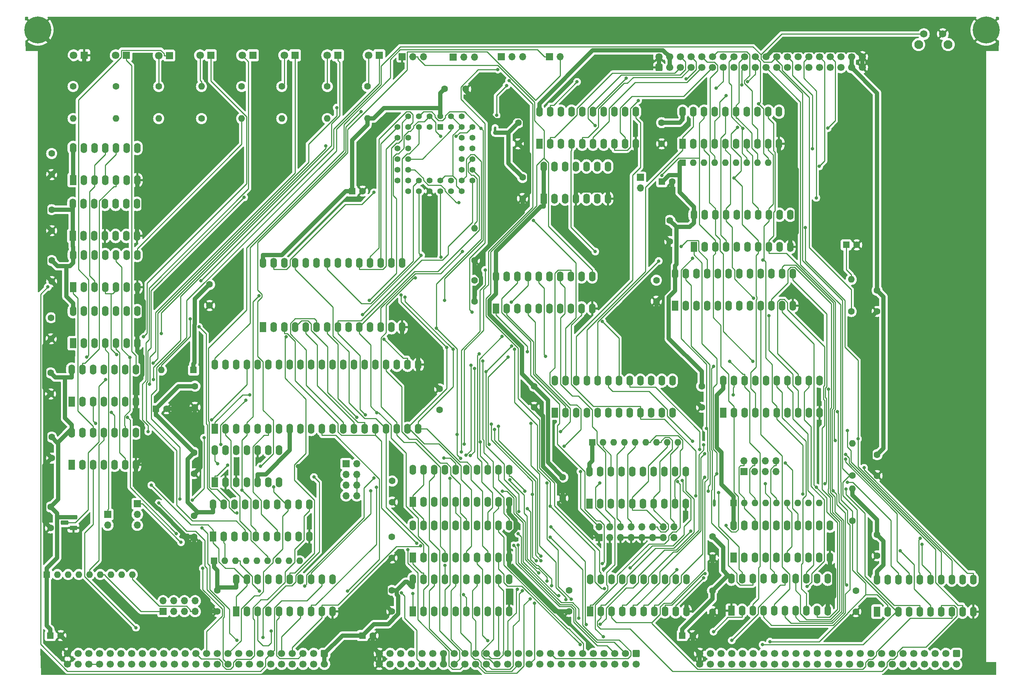
<source format=gbr>
%TF.GenerationSoftware,KiCad,Pcbnew,(6.0.11)*%
%TF.CreationDate,2023-12-11T08:26:53-06:00*%
%TF.ProjectId,processor.65816,70726f63-6573-4736-9f72-2e3635383136,v1.00*%
%TF.SameCoordinates,Original*%
%TF.FileFunction,Copper,L2,Bot*%
%TF.FilePolarity,Positive*%
%FSLAX46Y46*%
G04 Gerber Fmt 4.6, Leading zero omitted, Abs format (unit mm)*
G04 Created by KiCad (PCBNEW (6.0.11)) date 2023-12-11 08:26:53*
%MOMM*%
%LPD*%
G01*
G04 APERTURE LIST*
G04 Aperture macros list*
%AMRoundRect*
0 Rectangle with rounded corners*
0 $1 Rounding radius*
0 $2 $3 $4 $5 $6 $7 $8 $9 X,Y pos of 4 corners*
0 Add a 4 corners polygon primitive as box body*
4,1,4,$2,$3,$4,$5,$6,$7,$8,$9,$2,$3,0*
0 Add four circle primitives for the rounded corners*
1,1,$1+$1,$2,$3*
1,1,$1+$1,$4,$5*
1,1,$1+$1,$6,$7*
1,1,$1+$1,$8,$9*
0 Add four rect primitives between the rounded corners*
20,1,$1+$1,$2,$3,$4,$5,0*
20,1,$1+$1,$4,$5,$6,$7,0*
20,1,$1+$1,$6,$7,$8,$9,0*
20,1,$1+$1,$8,$9,$2,$3,0*%
G04 Aperture macros list end*
%TA.AperFunction,ComponentPad*%
%ADD10RoundRect,0.250000X-0.600000X0.600000X-0.600000X-0.600000X0.600000X-0.600000X0.600000X0.600000X0*%
%TD*%
%TA.AperFunction,ComponentPad*%
%ADD11C,1.700000*%
%TD*%
%TA.AperFunction,ComponentPad*%
%ADD12C,1.600000*%
%TD*%
%TA.AperFunction,ComponentPad*%
%ADD13R,1.600000X1.600000*%
%TD*%
%TA.AperFunction,ComponentPad*%
%ADD14R,1.800000X1.800000*%
%TD*%
%TA.AperFunction,ComponentPad*%
%ADD15C,1.800000*%
%TD*%
%TA.AperFunction,ComponentPad*%
%ADD16O,1.600000X1.600000*%
%TD*%
%TA.AperFunction,ComponentPad*%
%ADD17R,1.600000X2.400000*%
%TD*%
%TA.AperFunction,ComponentPad*%
%ADD18O,1.600000X2.400000*%
%TD*%
%TA.AperFunction,ComponentPad*%
%ADD19R,1.800000X1.100000*%
%TD*%
%TA.AperFunction,ComponentPad*%
%ADD20RoundRect,0.275000X0.625000X-0.275000X0.625000X0.275000X-0.625000X0.275000X-0.625000X-0.275000X0*%
%TD*%
%TA.AperFunction,ComponentPad*%
%ADD21C,6.400000*%
%TD*%
%TA.AperFunction,ComponentPad*%
%ADD22R,1.700000X1.700000*%
%TD*%
%TA.AperFunction,ComponentPad*%
%ADD23O,1.700000X1.700000*%
%TD*%
%TA.AperFunction,ComponentPad*%
%ADD24RoundRect,0.250000X0.600000X-0.600000X0.600000X0.600000X-0.600000X0.600000X-0.600000X-0.600000X0*%
%TD*%
%TA.AperFunction,ComponentPad*%
%ADD25R,1.422400X1.422400*%
%TD*%
%TA.AperFunction,ComponentPad*%
%ADD26C,1.422400*%
%TD*%
%TA.AperFunction,ComponentPad*%
%ADD27C,2.100000*%
%TD*%
%TA.AperFunction,ComponentPad*%
%ADD28C,1.750000*%
%TD*%
%TA.AperFunction,ComponentPad*%
%ADD29C,0.600000*%
%TD*%
%TA.AperFunction,ViaPad*%
%ADD30C,0.800000*%
%TD*%
%TA.AperFunction,Conductor*%
%ADD31C,0.250000*%
%TD*%
%TA.AperFunction,Conductor*%
%ADD32C,1.000000*%
%TD*%
G04 APERTURE END LIST*
%TO.C,NT4*%
G36*
X200800000Y-187850000D02*
G01*
X200200000Y-187850000D01*
X200200000Y-186650000D01*
X200800000Y-186650000D01*
X200800000Y-187850000D01*
G37*
%TO.C,NT3*%
G36*
X148800000Y-99350000D02*
G01*
X148200000Y-99350000D01*
X148200000Y-98150000D01*
X148800000Y-98150000D01*
X148800000Y-99350000D01*
G37*
%TD*%
D10*
%TO.P,P1,1,Pin_1*%
%TO.N,VCC*%
X108000000Y-223000000D03*
D11*
%TO.P,P1,2,Pin_2*%
X108000000Y-225540000D03*
%TO.P,P1,3,Pin_3*%
%TO.N,~{RD}*%
X105460000Y-223000000D03*
%TO.P,P1,4,Pin_4*%
%TO.N,/bus/E*%
X105460000Y-225540000D03*
%TO.P,P1,5,Pin_5*%
%TO.N,~{WR}*%
X102920000Y-223000000D03*
%TO.P,P1,6,Pin_6*%
%TO.N,/bus/ST*%
X102920000Y-225540000D03*
%TO.P,P1,7,Pin_7*%
%TO.N,~{IORQ}*%
X100380000Y-223000000D03*
%TO.P,P1,8,Pin_8*%
%TO.N,/bus/PHI*%
X100380000Y-225540000D03*
%TO.P,P1,9,Pin_9*%
%TO.N,~{MREQ}*%
X97840000Y-223000000D03*
%TO.P,P1,10,Pin_10*%
%TO.N,/bus/~{INT2}*%
X97840000Y-225540000D03*
%TO.P,P1,11,Pin_11*%
%TO.N,~{M1}*%
X95300000Y-223000000D03*
%TO.P,P1,12,Pin_12*%
%TO.N,/bus/~{INT1}*%
X95300000Y-225540000D03*
%TO.P,P1,13,Pin_13*%
%TO.N,/bus/~{BUSACK}*%
X92760000Y-223000000D03*
%TO.P,P1,14,Pin_14*%
%TO.N,/bus/CRUCLK*%
X92760000Y-225540000D03*
%TO.P,P1,15,Pin_15*%
%TO.N,bCLK*%
X90220000Y-223000000D03*
%TO.P,P1,16,Pin_16*%
%TO.N,/bus/CRUOUT*%
X90220000Y-225540000D03*
%TO.P,P1,17,Pin_17*%
%TO.N,~{INT0}*%
X87680000Y-223000000D03*
%TO.P,P1,18,Pin_18*%
%TO.N,/bus/CRUIN*%
X87680000Y-225540000D03*
%TO.P,P1,19,Pin_19*%
%TO.N,~{NMI}*%
X85140000Y-223000000D03*
%TO.P,P1,20,Pin_20*%
%TO.N,~{RES_IN}*%
X85140000Y-225540000D03*
%TO.P,P1,21,Pin_21*%
%TO.N,~{RES_OUT}*%
X82600000Y-223000000D03*
%TO.P,P1,22,Pin_22*%
%TO.N,/bus/USER8*%
X82600000Y-225540000D03*
%TO.P,P1,23,Pin_23*%
%TO.N,~{BUSRQ}*%
X80060000Y-223000000D03*
%TO.P,P1,24,Pin_24*%
%TO.N,/bus/USER7*%
X80060000Y-225540000D03*
%TO.P,P1,25,Pin_25*%
%TO.N,~{WAIT}*%
X77520000Y-223000000D03*
%TO.P,P1,26,Pin_26*%
%TO.N,/bus/USER6*%
X77520000Y-225540000D03*
%TO.P,P1,27,Pin_27*%
%TO.N,/bus/~{HALT}*%
X74980000Y-223000000D03*
%TO.P,P1,28,Pin_28*%
%TO.N,/bus/USER5*%
X74980000Y-225540000D03*
%TO.P,P1,29,Pin_29*%
%TO.N,/bus/~{RFSH}*%
X72440000Y-223000000D03*
%TO.P,P1,30,Pin_30*%
%TO.N,/bus/USER4*%
X72440000Y-225540000D03*
%TO.P,P1,31,Pin_31*%
%TO.N,/bus/~{EIRQ7}*%
X69900000Y-223000000D03*
%TO.P,P1,32,Pin_32*%
%TO.N,/bus/USER3*%
X69900000Y-225540000D03*
%TO.P,P1,33,Pin_33*%
%TO.N,/bus/~{EIRQ6}*%
X67360000Y-223000000D03*
%TO.P,P1,34,Pin_34*%
%TO.N,/bus/USER2*%
X67360000Y-225540000D03*
%TO.P,P1,35,Pin_35*%
%TO.N,/bus/~{EIRQ5}*%
X64820000Y-223000000D03*
%TO.P,P1,36,Pin_36*%
%TO.N,/bus/USER1*%
X64820000Y-225540000D03*
%TO.P,P1,37,Pin_37*%
%TO.N,/bus/~{EIRQ4}*%
X62280000Y-223000000D03*
%TO.P,P1,38,Pin_38*%
%TO.N,/bus/USER0*%
X62280000Y-225540000D03*
%TO.P,P1,39,Pin_39*%
%TO.N,/bus/~{EIRQ3}*%
X59740000Y-223000000D03*
%TO.P,P1,40,Pin_40*%
%TO.N,Net-(P1-Pad40)*%
X59740000Y-225540000D03*
%TO.P,P1,41,Pin_41*%
%TO.N,/bus/~{EIRQ2}*%
X57200000Y-223000000D03*
%TO.P,P1,42,Pin_42*%
%TO.N,Net-(P1-Pad40)*%
X57200000Y-225540000D03*
%TO.P,P1,43,Pin_43*%
%TO.N,/bus/~{EIRQ1}*%
X54660000Y-223000000D03*
%TO.P,P1,44,Pin_44*%
%TO.N,Net-(P1-Pad44)*%
X54660000Y-225540000D03*
%TO.P,P1,45,Pin_45*%
%TO.N,/bus/~{EIRQ0}*%
X52120000Y-223000000D03*
%TO.P,P1,46,Pin_46*%
%TO.N,Net-(P1-Pad44)*%
X52120000Y-225540000D03*
%TO.P,P1,47,Pin_47*%
%TO.N,I2C_SCL*%
X49580000Y-223000000D03*
%TO.P,P1,48,Pin_48*%
%TO.N,I2C_SDA*%
X49580000Y-225540000D03*
%TO.P,P1,49,Pin_49*%
%TO.N,GND*%
X47040000Y-223000000D03*
%TO.P,P1,50,Pin_50*%
X47040000Y-225540000D03*
%TD*%
D12*
%TO.P,C2,1*%
%TO.N,VCC*%
X124000000Y-208000000D03*
%TO.P,C2,2*%
%TO.N,GND*%
X124000000Y-213000000D03*
%TD*%
%TO.P,C3,1*%
%TO.N,VCC*%
X43255000Y-129710000D03*
%TO.P,C3,2*%
%TO.N,GND*%
X43255000Y-134710000D03*
%TD*%
%TO.P,C4,1*%
%TO.N,VCC*%
X157750000Y-159550000D03*
%TO.P,C4,2*%
%TO.N,GND*%
X157750000Y-164550000D03*
%TD*%
%TO.P,C5,1*%
%TO.N,VCC*%
X77075000Y-190300000D03*
%TO.P,C5,2*%
%TO.N,GND*%
X77075000Y-195300000D03*
%TD*%
%TO.P,C6,1*%
%TO.N,VCC*%
X43000000Y-156380000D03*
%TO.P,C6,2*%
%TO.N,GND*%
X43000000Y-161380000D03*
%TD*%
%TO.P,C8,1*%
%TO.N,VCC*%
X166000000Y-208000000D03*
%TO.P,C8,2*%
%TO.N,GND*%
X166000000Y-213000000D03*
%TD*%
%TO.P,C9,1*%
%TO.N,VCC*%
X200075000Y-195250000D03*
%TO.P,C9,2*%
%TO.N,GND*%
X200075000Y-200250000D03*
%TD*%
%TO.P,C10,1*%
%TO.N,VCC*%
X43255000Y-171620000D03*
%TO.P,C10,2*%
%TO.N,GND*%
X43255000Y-176620000D03*
%TD*%
%TO.P,C11,1*%
%TO.N,VCC*%
X43255000Y-117645000D03*
%TO.P,C11,2*%
%TO.N,GND*%
X43255000Y-122645000D03*
%TD*%
%TO.P,C14,1*%
%TO.N,VCC*%
X189940000Y-120185000D03*
%TO.P,C14,2*%
%TO.N,GND*%
X189940000Y-125185000D03*
%TD*%
%TO.P,C15,1*%
%TO.N,VCC*%
X143600000Y-134400000D03*
%TO.P,C15,2*%
%TO.N,GND*%
X143600000Y-139400000D03*
%TD*%
D13*
%TO.P,C25,1*%
%TO.N,VCC*%
X42929600Y-218750000D03*
D12*
%TO.P,C25,2*%
%TO.N,GND*%
X45429600Y-218750000D03*
%TD*%
D13*
%TO.P,C26,1*%
%TO.N,VCC*%
X68019900Y-164900000D03*
D12*
%TO.P,C26,2*%
%TO.N,GND*%
X70519900Y-164900000D03*
%TD*%
%TO.P,C17,1*%
%TO.N,VCC*%
X80720000Y-135390000D03*
%TO.P,C17,2*%
%TO.N,GND*%
X80720000Y-140390000D03*
%TD*%
%TO.P,C20,1*%
%TO.N,VCC*%
X124000000Y-195300000D03*
%TO.P,C20,2*%
%TO.N,GND*%
X124000000Y-200300000D03*
%TD*%
%TO.P,C21,1*%
%TO.N,VCC*%
X77075000Y-175300000D03*
%TO.P,C21,2*%
%TO.N,GND*%
X77075000Y-180300000D03*
%TD*%
%TO.P,C22,1*%
%TO.N,VCC*%
X164540000Y-181145000D03*
%TO.P,C22,2*%
%TO.N,GND*%
X164540000Y-186145000D03*
%TD*%
%TO.P,C23,1*%
%TO.N,VCC*%
X135330000Y-165190000D03*
%TO.P,C23,2*%
%TO.N,GND*%
X135330000Y-160190000D03*
%TD*%
D13*
%TO.P,C27,1*%
%TO.N,VCC*%
X117000000Y-218750000D03*
D12*
%TO.P,C27,2*%
%TO.N,GND*%
X119500000Y-218750000D03*
%TD*%
D13*
%TO.P,C28,1*%
%TO.N,VCC*%
X192884700Y-218750000D03*
D12*
%TO.P,C28,2*%
%TO.N,GND*%
X195384700Y-218750000D03*
%TD*%
D13*
%TO.P,C29,1*%
%TO.N,VCC*%
X188044900Y-111000000D03*
D12*
%TO.P,C29,2*%
%TO.N,GND*%
X190544900Y-111000000D03*
%TD*%
D14*
%TO.P,D4,1,K*%
%TO.N,Net-(D4-Pad1)*%
X81000000Y-81000000D03*
D15*
%TO.P,D4,2,A*%
%TO.N,Net-(D4-Pad2)*%
X78460000Y-81000000D03*
%TD*%
D14*
%TO.P,D5,1,K*%
%TO.N,Net-(D5-Pad1)*%
X61000000Y-81000000D03*
D15*
%TO.P,D5,2,A*%
%TO.N,Net-(D5-Pad2)*%
X58460000Y-81000000D03*
%TD*%
D13*
%TO.P,D6,1,K*%
%TO.N,VCC*%
X76910000Y-155705000D03*
D16*
%TO.P,D6,2,A*%
%TO.N,10KA*%
X69290000Y-155705000D03*
%TD*%
D14*
%TO.P,D1,1,K*%
%TO.N,Net-(D1-Pad1)*%
X91000000Y-81000000D03*
D15*
%TO.P,D1,2,A*%
%TO.N,Net-(D1-Pad2)*%
X88460000Y-81000000D03*
%TD*%
D14*
%TO.P,D2,1,K*%
%TO.N,Net-(D2-Pad1)*%
X101000000Y-81000000D03*
D15*
%TO.P,D2,2,A*%
%TO.N,Net-(D2-Pad2)*%
X98460000Y-81000000D03*
%TD*%
D12*
%TO.P,R5,1*%
%TO.N,Net-(D3-Pad2)*%
X68655000Y-88395000D03*
D16*
%TO.P,R5,2*%
%TO.N,VCC*%
X68655000Y-96015000D03*
%TD*%
D12*
%TO.P,R6,1*%
%TO.N,Net-(D5-Pad2)*%
X58495000Y-88395000D03*
D16*
%TO.P,R6,2*%
%TO.N,VCC*%
X58495000Y-96015000D03*
%TD*%
D17*
%TO.P,U4,1*%
%TO.N,~{CPU-INT}*%
X48000000Y-163200000D03*
D18*
%TO.P,U4,2*%
%TO.N,Net-(D3-Pad1)*%
X50540000Y-163200000D03*
%TO.P,U4,3*%
%TO.N,~{CS_IO}*%
X53080000Y-163200000D03*
%TO.P,U4,4*%
%TO.N,Net-(D9-Pad1)*%
X55620000Y-163200000D03*
%TO.P,U4,5*%
%TO.N,~{NMI}*%
X58160000Y-163200000D03*
%TO.P,U4,6*%
%TO.N,Net-(D2-Pad1)*%
X60700000Y-163200000D03*
%TO.P,U4,7,GND*%
%TO.N,GND*%
X63240000Y-163200000D03*
%TO.P,U4,8*%
%TO.N,Net-(D5-Pad1)*%
X63240000Y-155580000D03*
%TO.P,U4,9*%
%TO.N,~{VP}*%
X60700000Y-155580000D03*
%TO.P,U4,10*%
%TO.N,~{RES_OUT}*%
X58160000Y-155580000D03*
%TO.P,U4,11*%
%TO.N,10KA*%
X55620000Y-155580000D03*
%TO.P,U4,12*%
%TO.N,~{BUSRQ}*%
X53080000Y-155580000D03*
%TO.P,U4,13*%
%TO.N,Net-(U21-Pad5)*%
X50540000Y-155580000D03*
%TO.P,U4,14,VCC*%
%TO.N,VCC*%
X48000000Y-155580000D03*
%TD*%
D17*
%TO.P,U5,1,OEa*%
%TO.N,~{65816EN}*%
X128975000Y-200200000D03*
D18*
%TO.P,U5,2,I0a*%
%TO.N,CPU-A8*%
X131515000Y-200200000D03*
%TO.P,U5,3,O3b*%
%TO.N,A15*%
X134055000Y-200200000D03*
%TO.P,U5,4,I1a*%
%TO.N,CPU-A9*%
X136595000Y-200200000D03*
%TO.P,U5,5,O2b*%
%TO.N,A14*%
X139135000Y-200200000D03*
%TO.P,U5,6,I2a*%
%TO.N,CPU-A10*%
X141675000Y-200200000D03*
%TO.P,U5,7,O1b*%
%TO.N,A13*%
X144215000Y-200200000D03*
%TO.P,U5,8,I3a*%
%TO.N,CPU-A11*%
X146755000Y-200200000D03*
%TO.P,U5,9,O0b*%
%TO.N,A12*%
X149295000Y-200200000D03*
%TO.P,U5,10,GND*%
%TO.N,GND*%
X151835000Y-200200000D03*
%TO.P,U5,11,I0b*%
%TO.N,CPU-A12*%
X151835000Y-192580000D03*
%TO.P,U5,12,O3a*%
%TO.N,A11*%
X149295000Y-192580000D03*
%TO.P,U5,13,I1b*%
%TO.N,CPU-A13*%
X146755000Y-192580000D03*
%TO.P,U5,14,O2a*%
%TO.N,A10*%
X144215000Y-192580000D03*
%TO.P,U5,15,I2b*%
%TO.N,CPU-A14*%
X141675000Y-192580000D03*
%TO.P,U5,16,O1a*%
%TO.N,A9*%
X139135000Y-192580000D03*
%TO.P,U5,17,I3b*%
%TO.N,CPU-A15*%
X136595000Y-192580000D03*
%TO.P,U5,18,O0a*%
%TO.N,A8*%
X134055000Y-192580000D03*
%TO.P,U5,19,OEb*%
%TO.N,~{65816EN}*%
X131515000Y-192580000D03*
%TO.P,U5,20,VCC*%
%TO.N,VCC*%
X128975000Y-192580000D03*
%TD*%
D17*
%TO.P,U6,1,OEa*%
%TO.N,~{65816EN}*%
X81575000Y-195200000D03*
D18*
%TO.P,U6,2,I0a*%
%TO.N,~{RES_OUT}*%
X84115000Y-195200000D03*
%TO.P,U6,3,O3b*%
%TO.N,unconnected-(U6-Pad3)*%
X86655000Y-195200000D03*
%TO.P,U6,4,I1a*%
%TO.N,INT_CLK*%
X89195000Y-195200000D03*
%TO.P,U6,5,O2b*%
%TO.N,~{CPU-INT}*%
X91735000Y-195200000D03*
%TO.P,U6,6,I2a*%
%TO.N,unconnected-(U6-Pad6)*%
X94275000Y-195200000D03*
%TO.P,U6,7,O1b*%
%TO.N,~{CPU-NMI}*%
X96815000Y-195200000D03*
%TO.P,U6,8,I3a*%
%TO.N,unconnected-(U6-Pad8)*%
X99355000Y-195200000D03*
%TO.P,U6,9,O0b*%
%TO.N,~{CPU-WAIT}*%
X101895000Y-195200000D03*
%TO.P,U6,10,GND*%
%TO.N,GND*%
X104435000Y-195200000D03*
%TO.P,U6,11,I0b*%
%TO.N,~{WAIT}*%
X104435000Y-187580000D03*
%TO.P,U6,12,O3a*%
%TO.N,unconnected-(U6-Pad12)*%
X101895000Y-187580000D03*
%TO.P,U6,13,I1b*%
%TO.N,~{NMI}*%
X99355000Y-187580000D03*
%TO.P,U6,14,O2a*%
%TO.N,unconnected-(U6-Pad14)*%
X96815000Y-187580000D03*
%TO.P,U6,15,I2b*%
%TO.N,~{INT0}*%
X94275000Y-187580000D03*
%TO.P,U6,16,O1a*%
%TO.N,Net-(JP3-Pad1)*%
X91735000Y-187580000D03*
%TO.P,U6,17,I3b*%
%TO.N,unconnected-(U6-Pad17)*%
X89195000Y-187580000D03*
%TO.P,U6,18,O0a*%
%TO.N,~{CPU-RESET}*%
X86655000Y-187580000D03*
%TO.P,U6,19,OEb*%
%TO.N,~{ENABLEINT}*%
X84115000Y-187580000D03*
%TO.P,U6,20,VCC*%
%TO.N,VCC*%
X81575000Y-187580000D03*
%TD*%
D17*
%TO.P,U8,1,A->B*%
%TO.N,DATA-DIR*%
X171000000Y-213000000D03*
D18*
%TO.P,U8,2,A0*%
%TO.N,CPU-D0*%
X173540000Y-213000000D03*
%TO.P,U8,3,A1*%
%TO.N,CPU-D1*%
X176080000Y-213000000D03*
%TO.P,U8,4,A2*%
%TO.N,CPU-D2*%
X178620000Y-213000000D03*
%TO.P,U8,5,A3*%
%TO.N,CPU-D3*%
X181160000Y-213000000D03*
%TO.P,U8,6,A4*%
%TO.N,CPU-D4*%
X183700000Y-213000000D03*
%TO.P,U8,7,A5*%
%TO.N,CPU-D5*%
X186240000Y-213000000D03*
%TO.P,U8,8,A6*%
%TO.N,CPU-D6*%
X188780000Y-213000000D03*
%TO.P,U8,9,A7*%
%TO.N,CPU-D7*%
X191320000Y-213000000D03*
%TO.P,U8,10,GND*%
%TO.N,GND*%
X193860000Y-213000000D03*
%TO.P,U8,11,B7*%
%TO.N,D7*%
X193860000Y-205380000D03*
%TO.P,U8,12,B6*%
%TO.N,D6*%
X191320000Y-205380000D03*
%TO.P,U8,13,B5*%
%TO.N,D5*%
X188780000Y-205380000D03*
%TO.P,U8,14,B4*%
%TO.N,D4*%
X186240000Y-205380000D03*
%TO.P,U8,15,B3*%
%TO.N,D3*%
X183700000Y-205380000D03*
%TO.P,U8,16,B2*%
%TO.N,D2*%
X181160000Y-205380000D03*
%TO.P,U8,17,B1*%
%TO.N,D1*%
X178620000Y-205380000D03*
%TO.P,U8,18,B0*%
%TO.N,D0*%
X176080000Y-205380000D03*
%TO.P,U8,19,CE*%
%TO.N,~{65816EN}*%
X173540000Y-205380000D03*
%TO.P,U8,20,VCC*%
%TO.N,VCC*%
X171000000Y-205380000D03*
%TD*%
D19*
%TO.P,U15,1,Pin_1*%
%TO.N,GND*%
X48400000Y-193200000D03*
D20*
%TO.P,U15,2,Pin_2*%
%TO.N,~{RES_OUT}*%
X46330000Y-191930000D03*
%TO.P,U15,3,Pin_3*%
%TO.N,VCC*%
X48400000Y-190660000D03*
%TD*%
D17*
%TO.P,U1,1,OEa*%
%TO.N,~{65816EN}*%
X128975000Y-213000000D03*
D18*
%TO.P,U1,2,I0a*%
%TO.N,CPU-A0*%
X131515000Y-213000000D03*
%TO.P,U1,3,O3b*%
%TO.N,A7*%
X134055000Y-213000000D03*
%TO.P,U1,4,I1a*%
%TO.N,CPU-A1*%
X136595000Y-213000000D03*
%TO.P,U1,5,O2b*%
%TO.N,A6*%
X139135000Y-213000000D03*
%TO.P,U1,6,I2a*%
%TO.N,CPU-A2*%
X141675000Y-213000000D03*
%TO.P,U1,7,O1b*%
%TO.N,A5*%
X144215000Y-213000000D03*
%TO.P,U1,8,I3a*%
%TO.N,CPU-A3*%
X146755000Y-213000000D03*
%TO.P,U1,9,O0b*%
%TO.N,A4*%
X149295000Y-213000000D03*
%TO.P,U1,10,GND*%
%TO.N,GND*%
X151835000Y-213000000D03*
%TO.P,U1,11,I0b*%
%TO.N,CPU-A4*%
X151835000Y-205380000D03*
%TO.P,U1,12,O3a*%
%TO.N,A3*%
X149295000Y-205380000D03*
%TO.P,U1,13,I1b*%
%TO.N,CPU-A5*%
X146755000Y-205380000D03*
%TO.P,U1,14,O2a*%
%TO.N,A2*%
X144215000Y-205380000D03*
%TO.P,U1,15,I2b*%
%TO.N,CPU-A6*%
X141675000Y-205380000D03*
%TO.P,U1,16,O1a*%
%TO.N,A1*%
X139135000Y-205380000D03*
%TO.P,U1,17,I3b*%
%TO.N,CPU-A7*%
X136595000Y-205380000D03*
%TO.P,U1,18,O0a*%
%TO.N,A0*%
X134055000Y-205380000D03*
%TO.P,U1,19,OEb*%
%TO.N,~{65816EN}*%
X131515000Y-205380000D03*
%TO.P,U1,20,VCC*%
%TO.N,VCC*%
X128975000Y-205380000D03*
%TD*%
D10*
%TO.P,P2,1,Pin_1*%
%TO.N,VCC*%
X182000000Y-223000000D03*
D11*
%TO.P,P2,2,Pin_2*%
X182000000Y-225540000D03*
%TO.P,P2,3,Pin_3*%
%TO.N,A15*%
X179460000Y-223000000D03*
%TO.P,P2,4,Pin_4*%
%TO.N,/bus/A31*%
X179460000Y-225540000D03*
%TO.P,P2,5,Pin_5*%
%TO.N,A14*%
X176920000Y-223000000D03*
%TO.P,P2,6,Pin_6*%
%TO.N,/bus/A30*%
X176920000Y-225540000D03*
%TO.P,P2,7,Pin_7*%
%TO.N,A13*%
X174380000Y-223000000D03*
%TO.P,P2,8,Pin_8*%
%TO.N,/bus/A29*%
X174380000Y-225540000D03*
%TO.P,P2,9,Pin_9*%
%TO.N,A12*%
X171840000Y-223000000D03*
%TO.P,P2,10,Pin_10*%
%TO.N,/bus/A28*%
X171840000Y-225540000D03*
%TO.P,P2,11,Pin_11*%
%TO.N,A11*%
X169300000Y-223000000D03*
%TO.P,P2,12,Pin_12*%
%TO.N,/bus/A27*%
X169300000Y-225540000D03*
%TO.P,P2,13,Pin_13*%
%TO.N,A10*%
X166760000Y-223000000D03*
%TO.P,P2,14,Pin_14*%
%TO.N,/bus/A26*%
X166760000Y-225540000D03*
%TO.P,P2,15,Pin_15*%
%TO.N,A9*%
X164220000Y-223000000D03*
%TO.P,P2,16,Pin_16*%
%TO.N,/bus/A25*%
X164220000Y-225540000D03*
%TO.P,P2,17,Pin_17*%
%TO.N,A8*%
X161680000Y-223000000D03*
%TO.P,P2,18,Pin_18*%
%TO.N,/bus/A24*%
X161680000Y-225540000D03*
%TO.P,P2,19,Pin_19*%
%TO.N,+12V*%
X159140000Y-223000000D03*
%TO.P,P2,20,Pin_20*%
X159140000Y-225540000D03*
%TO.P,P2,21,Pin_21*%
%TO.N,A7*%
X156600000Y-223000000D03*
%TO.P,P2,22,Pin_22*%
%TO.N,A23*%
X156600000Y-225540000D03*
%TO.P,P2,23,Pin_23*%
%TO.N,A6*%
X154060000Y-223000000D03*
%TO.P,P2,24,Pin_24*%
%TO.N,A22*%
X154060000Y-225540000D03*
%TO.P,P2,25,Pin_25*%
%TO.N,A5*%
X151520000Y-223000000D03*
%TO.P,P2,26,Pin_26*%
%TO.N,A21*%
X151520000Y-225540000D03*
%TO.P,P2,27,Pin_27*%
%TO.N,A4*%
X148980000Y-223000000D03*
%TO.P,P2,28,Pin_28*%
%TO.N,A20*%
X148980000Y-225540000D03*
%TO.P,P2,29,Pin_29*%
%TO.N,A3*%
X146440000Y-223000000D03*
%TO.P,P2,30,Pin_30*%
%TO.N,A19*%
X146440000Y-225540000D03*
%TO.P,P2,31,Pin_31*%
%TO.N,A2*%
X143900000Y-223000000D03*
%TO.P,P2,32,Pin_32*%
%TO.N,A18*%
X143900000Y-225540000D03*
%TO.P,P2,33,Pin_33*%
%TO.N,A1*%
X141360000Y-223000000D03*
%TO.P,P2,34,Pin_34*%
%TO.N,A17*%
X141360000Y-225540000D03*
%TO.P,P2,35,Pin_35*%
%TO.N,A0*%
X138820000Y-223000000D03*
%TO.P,P2,36,Pin_36*%
%TO.N,A16*%
X138820000Y-225540000D03*
%TO.P,P2,37,Pin_37*%
%TO.N,-12V*%
X136280000Y-223000000D03*
%TO.P,P2,38,Pin_38*%
X136280000Y-225540000D03*
%TO.P,P2,39,Pin_39*%
%TO.N,/bus/IC3*%
X133740000Y-223000000D03*
%TO.P,P2,40,Pin_40*%
%TO.N,~{TEND1}*%
X133740000Y-225540000D03*
%TO.P,P2,41,Pin_41*%
%TO.N,/bus/IC2*%
X131200000Y-223000000D03*
%TO.P,P2,42,Pin_42*%
%TO.N,~{DREQ1}*%
X131200000Y-225540000D03*
%TO.P,P2,43,Pin_43*%
%TO.N,/bus/IC1*%
X128660000Y-223000000D03*
%TO.P,P2,44,Pin_44*%
%TO.N,~{TEND0}*%
X128660000Y-225540000D03*
%TO.P,P2,45,Pin_45*%
%TO.N,/bus/IC0*%
X126120000Y-223000000D03*
%TO.P,P2,46,Pin_46*%
%TO.N,~{DREQ0}*%
X126120000Y-225540000D03*
%TO.P,P2,47,Pin_47*%
%TO.N,/bus/AUXCLK1*%
X123580000Y-223000000D03*
%TO.P,P2,48,Pin_48*%
%TO.N,/bus/AUXCLK0*%
X123580000Y-225540000D03*
%TO.P,P2,49,Pin_49*%
%TO.N,GND*%
X121040000Y-223000000D03*
%TO.P,P2,50,Pin_50*%
X121040000Y-225540000D03*
%TD*%
D21*
%TO.P,H2,1,1*%
%TO.N,GND*%
X265000000Y-75000000D03*
%TD*%
D13*
%TO.P,RN1,1,common*%
%TO.N,VCC*%
X81800000Y-201000000D03*
D16*
%TO.P,RN1,2,R1*%
%TO.N,~{RES_OUT}*%
X84340000Y-201000000D03*
%TO.P,RN1,3,R2*%
%TO.N,~{DREQ0}*%
X86880000Y-201000000D03*
%TO.P,RN1,4,R3*%
%TO.N,~{CPU-NMI}*%
X89420000Y-201000000D03*
%TO.P,RN1,5,R4*%
%TO.N,~{CPU-INT}*%
X91960000Y-201000000D03*
%TO.P,RN1,6,R5*%
%TO.N,~{CPU-WAIT}*%
X94500000Y-201000000D03*
%TO.P,RN1,7,R6*%
%TO.N,~{BUSRQ}*%
X97040000Y-201000000D03*
%TO.P,RN1,8,R7*%
%TO.N,~{CPU-IORQ}*%
X99580000Y-201000000D03*
%TO.P,RN1,9,R8*%
%TO.N,~{DREQ1}*%
X102120000Y-201000000D03*
%TD*%
D17*
%TO.P,U11,1,OEa*%
%TO.N,~{65816EN}*%
X87075000Y-213025000D03*
D18*
%TO.P,U11,2,I0a*%
%TO.N,unconnected-(U11-Pad2)*%
X89615000Y-213025000D03*
%TO.P,U11,3,O3b*%
%TO.N,~{RD}*%
X92155000Y-213025000D03*
%TO.P,U11,4,I1a*%
%TO.N,unconnected-(U11-Pad4)*%
X94695000Y-213025000D03*
%TO.P,U11,5,O2b*%
%TO.N,~{WR}*%
X97235000Y-213025000D03*
%TO.P,U11,6,I2a*%
%TO.N,unconnected-(U11-Pad6)*%
X99775000Y-213025000D03*
%TO.P,U11,7,O1b*%
%TO.N,~{MREQ}*%
X102315000Y-213025000D03*
%TO.P,U11,8,I3a*%
%TO.N,~{CPU-M1}*%
X104855000Y-213025000D03*
%TO.P,U11,9,O0b*%
%TO.N,~{IORQ}*%
X107395000Y-213025000D03*
%TO.P,U11,10,GND*%
%TO.N,GND*%
X109935000Y-213025000D03*
%TO.P,U11,11,I0b*%
%TO.N,~{CPU-IORQ}*%
X109935000Y-205405000D03*
%TO.P,U11,12,O3a*%
%TO.N,~{M1}*%
X107395000Y-205405000D03*
%TO.P,U11,13,I1b*%
%TO.N,~{CPU-MREQ}*%
X104855000Y-205405000D03*
%TO.P,U11,14,O2a*%
%TO.N,unconnected-(U11-Pad14)*%
X102315000Y-205405000D03*
%TO.P,U11,15,I2b*%
%TO.N,~{CPU-WR}*%
X99775000Y-205405000D03*
%TO.P,U11,16,O1a*%
%TO.N,unconnected-(U11-Pad16)*%
X97235000Y-205405000D03*
%TO.P,U11,17,I3b*%
%TO.N,~{CPU-RD}*%
X94695000Y-205405000D03*
%TO.P,U11,18,O0a*%
%TO.N,unconnected-(U11-Pad18)*%
X92155000Y-205405000D03*
%TO.P,U11,19,OEb*%
%TO.N,~{65816EN}*%
X89615000Y-205405000D03*
%TO.P,U11,20,VCC*%
%TO.N,VCC*%
X87075000Y-205405000D03*
%TD*%
D12*
%TO.P,C19,1*%
%TO.N,VCC*%
X43000000Y-188200000D03*
%TO.P,C19,2*%
%TO.N,GND*%
X43000000Y-193200000D03*
%TD*%
%TO.P,C18,1*%
%TO.N,VCC*%
X43125000Y-143300000D03*
%TO.P,C18,2*%
%TO.N,GND*%
X43125000Y-148300000D03*
%TD*%
%TO.P,C12,1*%
%TO.N,VCC*%
X77250000Y-159550000D03*
%TO.P,C12,2*%
%TO.N,GND*%
X77250000Y-164550000D03*
%TD*%
%TO.P,C16,1*%
%TO.N,VCC*%
X82575000Y-208025000D03*
%TO.P,C16,2*%
%TO.N,GND*%
X82575000Y-213025000D03*
%TD*%
D17*
%TO.P,U3,1*%
%TO.N,CLK*%
X48000000Y-178200000D03*
D18*
%TO.P,U3,2*%
%TO.N,Net-(U18-Pad19)*%
X50540000Y-178200000D03*
%TO.P,U3,3*%
%TO.N,Net-(U24-Pad15)*%
X53080000Y-178200000D03*
%TO.P,U3,4*%
%TO.N,CPU-A21*%
X55620000Y-178200000D03*
%TO.P,U3,5*%
%TO.N,~{65816EN}*%
X58160000Y-178200000D03*
%TO.P,U3,6*%
%TO.N,65816EN*%
X60700000Y-178200000D03*
%TO.P,U3,7,GND*%
%TO.N,GND*%
X63240000Y-178200000D03*
%TO.P,U3,8*%
%TO.N,Net-(D1-Pad2)*%
X63240000Y-170580000D03*
%TO.P,U3,9*%
%TO.N,EMU*%
X60700000Y-170580000D03*
%TO.P,U3,10*%
%TO.N,Net-(U14-Pad39)*%
X58160000Y-170580000D03*
%TO.P,U3,11*%
%TO.N,~{CPU-RESET}*%
X55620000Y-170580000D03*
%TO.P,U3,12*%
%TO.N,Net-(U16-Pad1)*%
X53080000Y-170580000D03*
%TO.P,U3,13*%
%TO.N,Net-(U22-Pad19)*%
X50540000Y-170580000D03*
%TO.P,U3,14,VCC*%
%TO.N,VCC*%
X48000000Y-170580000D03*
%TD*%
D21*
%TO.P,H1,1,1*%
%TO.N,GND*%
X40000000Y-75000000D03*
%TD*%
D14*
%TO.P,D7,1,K*%
%TO.N,GND*%
X51000000Y-81000000D03*
D15*
%TO.P,D7,2,A*%
%TO.N,Net-(D7-Pad2)*%
X48460000Y-81000000D03*
%TD*%
D10*
%TO.P,P3,1,Pin_1*%
%TO.N,VCC*%
X258000000Y-223000000D03*
D11*
%TO.P,P3,2,Pin_2*%
X258000000Y-225540000D03*
%TO.P,P3,3,Pin_3*%
%TO.N,/bus/D15*%
X255460000Y-223000000D03*
%TO.P,P3,4,Pin_4*%
%TO.N,/bus/D31*%
X255460000Y-225540000D03*
%TO.P,P3,5,Pin_5*%
%TO.N,/bus/D14*%
X252920000Y-223000000D03*
%TO.P,P3,6,Pin_6*%
%TO.N,/bus/D30*%
X252920000Y-225540000D03*
%TO.P,P3,7,Pin_7*%
%TO.N,/bus/D13*%
X250380000Y-223000000D03*
%TO.P,P3,8,Pin_8*%
%TO.N,/bus/D29*%
X250380000Y-225540000D03*
%TO.P,P3,9,Pin_9*%
%TO.N,/bus/D12*%
X247840000Y-223000000D03*
%TO.P,P3,10,Pin_10*%
%TO.N,/bus/D28*%
X247840000Y-225540000D03*
%TO.P,P3,11,Pin_11*%
%TO.N,/bus/D11*%
X245300000Y-223000000D03*
%TO.P,P3,12,Pin_12*%
%TO.N,/bus/D27*%
X245300000Y-225540000D03*
%TO.P,P3,13,Pin_13*%
%TO.N,/bus/D10*%
X242760000Y-223000000D03*
%TO.P,P3,14,Pin_14*%
%TO.N,/bus/D26*%
X242760000Y-225540000D03*
%TO.P,P3,15,Pin_15*%
%TO.N,/bus/D9*%
X240220000Y-223000000D03*
%TO.P,P3,16,Pin_16*%
%TO.N,/bus/D25*%
X240220000Y-225540000D03*
%TO.P,P3,17,Pin_17*%
%TO.N,/bus/D8*%
X237680000Y-223000000D03*
%TO.P,P3,18,Pin_18*%
%TO.N,/bus/D24*%
X237680000Y-225540000D03*
%TO.P,P3,19,Pin_19*%
%TO.N,D7*%
X235140000Y-223000000D03*
%TO.P,P3,20,Pin_20*%
%TO.N,/bus/D23*%
X235140000Y-225540000D03*
%TO.P,P3,21,Pin_21*%
%TO.N,D6*%
X232600000Y-223000000D03*
%TO.P,P3,22,Pin_22*%
%TO.N,/bus/D22*%
X232600000Y-225540000D03*
%TO.P,P3,23,Pin_23*%
%TO.N,D5*%
X230060000Y-223000000D03*
%TO.P,P3,24,Pin_24*%
%TO.N,/bus/D21*%
X230060000Y-225540000D03*
%TO.P,P3,25,Pin_25*%
%TO.N,D4*%
X227520000Y-223000000D03*
%TO.P,P3,26,Pin_26*%
%TO.N,/bus/D20*%
X227520000Y-225540000D03*
%TO.P,P3,27,Pin_27*%
%TO.N,D3*%
X224980000Y-223000000D03*
%TO.P,P3,28,Pin_28*%
%TO.N,/bus/D19*%
X224980000Y-225540000D03*
%TO.P,P3,29,Pin_29*%
%TO.N,D2*%
X222440000Y-223000000D03*
%TO.P,P3,30,Pin_30*%
%TO.N,/bus/D18*%
X222440000Y-225540000D03*
%TO.P,P3,31,Pin_31*%
%TO.N,D1*%
X219900000Y-223000000D03*
%TO.P,P3,32,Pin_32*%
%TO.N,/bus/D17*%
X219900000Y-225540000D03*
%TO.P,P3,33,Pin_33*%
%TO.N,D0*%
X217360000Y-223000000D03*
%TO.P,P3,34,Pin_34*%
%TO.N,/bus/D16*%
X217360000Y-225540000D03*
%TO.P,P3,35,Pin_35*%
%TO.N,/bus/~{BUSERR}*%
X214820000Y-223000000D03*
%TO.P,P3,36,Pin_36*%
%TO.N,/bus/UDS*%
X214820000Y-225540000D03*
%TO.P,P3,37,Pin_37*%
%TO.N,/bus/~{VPA}*%
X212280000Y-223000000D03*
%TO.P,P3,38,Pin_38*%
%TO.N,/bus/LDS*%
X212280000Y-225540000D03*
%TO.P,P3,39,Pin_39*%
%TO.N,/bus/~{VMA}*%
X209740000Y-223000000D03*
%TO.P,P3,40,Pin_40*%
%TO.N,/bus/S2*%
X209740000Y-225540000D03*
%TO.P,P3,41,Pin_41*%
%TO.N,/bus/~{BHE}*%
X207200000Y-223000000D03*
%TO.P,P3,42,Pin_42*%
%TO.N,/bus/S1*%
X207200000Y-225540000D03*
%TO.P,P3,43,Pin_43*%
%TO.N,/bus/IPL2*%
X204660000Y-223000000D03*
%TO.P,P3,44,Pin_44*%
%TO.N,/bus/S0*%
X204660000Y-225540000D03*
%TO.P,P3,45,Pin_45*%
%TO.N,/bus/IPL1*%
X202120000Y-223000000D03*
%TO.P,P3,46,Pin_46*%
%TO.N,/bus/AUXCLK3*%
X202120000Y-225540000D03*
%TO.P,P3,47,Pin_47*%
%TO.N,/bus/IPL0*%
X199580000Y-223000000D03*
%TO.P,P3,48,Pin_48*%
%TO.N,/bus/AUXCLK2*%
X199580000Y-225540000D03*
%TO.P,P3,49,Pin_49*%
%TO.N,GND*%
X197040000Y-223000000D03*
%TO.P,P3,50,Pin_50*%
X197040000Y-225540000D03*
%TD*%
D17*
%TO.P,U13,1,Pin_1*%
%TO.N,VCC*%
X48255000Y-123875000D03*
D18*
%TO.P,U13,2,Pin_2*%
%TO.N,unconnected-(U13-Pad2)*%
X50795000Y-123875000D03*
%TO.P,U13,3,Pin_3*%
%TO.N,unconnected-(U13-Pad3)*%
X53335000Y-123875000D03*
%TO.P,U13,4,Pin_4*%
%TO.N,GND*%
X55875000Y-123875000D03*
%TO.P,U13,5,Pin_5*%
%TO.N,unconnected-(U13-Pad5)*%
X58415000Y-123875000D03*
%TO.P,U13,6,Pin_6*%
%TO.N,unconnected-(U13-Pad6)*%
X60955000Y-123875000D03*
%TO.P,U13,7,Pin_7*%
%TO.N,GND*%
X63495000Y-123875000D03*
%TO.P,U13,8,Pin_8*%
%TO.N,INT_CLK*%
X63495000Y-116255000D03*
%TO.P,U13,9,Pin_9*%
%TO.N,unconnected-(U13-Pad9)*%
X60955000Y-116255000D03*
%TO.P,U13,10,Pin_10*%
%TO.N,unconnected-(U13-Pad10)*%
X58415000Y-116255000D03*
%TO.P,U13,11,Pin_11*%
%TO.N,INT_CLK*%
X55875000Y-116255000D03*
%TO.P,U13,12,Pin_12*%
%TO.N,unconnected-(U13-Pad12)*%
X53335000Y-116255000D03*
%TO.P,U13,13,Pin_13*%
%TO.N,unconnected-(U13-Pad13)*%
X50795000Y-116255000D03*
%TO.P,U13,14,Pin_14*%
%TO.N,VCC*%
X48255000Y-116255000D03*
%TD*%
D12*
%TO.P,C36,1*%
%TO.N,VCC*%
X188000000Y-97000000D03*
%TO.P,C36,2*%
%TO.N,GND*%
X188000000Y-102000000D03*
%TD*%
%TO.P,C38,1*%
%TO.N,VCC*%
X124075000Y-182050000D03*
%TO.P,C38,2*%
%TO.N,GND*%
X124075000Y-187050000D03*
%TD*%
D13*
%TO.P,C46,1*%
%TO.N,VCC*%
X114544900Y-113250000D03*
D12*
%TO.P,C46,2*%
%TO.N,GND*%
X117044900Y-113250000D03*
%TD*%
D14*
%TO.P,D8,1,K*%
%TO.N,Net-(D8-Pad1)*%
X121000000Y-81000000D03*
D15*
%TO.P,D8,2,A*%
%TO.N,Net-(D8-Pad2)*%
X118460000Y-81000000D03*
%TD*%
D17*
%TO.P,U19,1,VPP*%
%TO.N,unconnected-(U19-Pad1)*%
X93430000Y-145550000D03*
D18*
%TO.P,U19,2,A12*%
%TO.N,CPU-A12*%
X95970000Y-145550000D03*
%TO.P,U19,3,A7*%
%TO.N,CPU-A7*%
X98510000Y-145550000D03*
%TO.P,U19,4,A6*%
%TO.N,CPU-A6*%
X101050000Y-145550000D03*
%TO.P,U19,5,A5*%
%TO.N,CPU-A5*%
X103590000Y-145550000D03*
%TO.P,U19,6,A4*%
%TO.N,CPU-A4*%
X106130000Y-145550000D03*
%TO.P,U19,7,A3*%
%TO.N,CPU-A3*%
X108670000Y-145550000D03*
%TO.P,U19,8,A2*%
%TO.N,CPU-A2*%
X111210000Y-145550000D03*
%TO.P,U19,9,A1*%
%TO.N,CPU-A1*%
X113750000Y-145550000D03*
%TO.P,U19,10,A0*%
%TO.N,CPU-A0*%
X116290000Y-145550000D03*
%TO.P,U19,11,D0*%
%TO.N,CPU-D0*%
X118830000Y-145550000D03*
%TO.P,U19,12,D1*%
%TO.N,CPU-D1*%
X121370000Y-145550000D03*
%TO.P,U19,13,D2*%
%TO.N,CPU-D2*%
X123910000Y-145550000D03*
%TO.P,U19,14,GND*%
%TO.N,GND*%
X126450000Y-145550000D03*
%TO.P,U19,15,D3*%
%TO.N,CPU-D3*%
X126450000Y-130310000D03*
%TO.P,U19,16,D4*%
%TO.N,CPU-D4*%
X123910000Y-130310000D03*
%TO.P,U19,17,D5*%
%TO.N,CPU-D5*%
X121370000Y-130310000D03*
%TO.P,U19,18,D6*%
%TO.N,CPU-D6*%
X118830000Y-130310000D03*
%TO.P,U19,19,D7*%
%TO.N,CPU-D7*%
X116290000Y-130310000D03*
%TO.P,U19,20,~{CE}*%
%TO.N,~{ONBOARD_ROM}*%
X113750000Y-130310000D03*
%TO.P,U19,21,A10*%
%TO.N,CPU-A10*%
X111210000Y-130310000D03*
%TO.P,U19,22,~{OE}*%
%TO.N,ZERO*%
X108670000Y-130310000D03*
%TO.P,U19,23,A11*%
%TO.N,CPU-A11*%
X106130000Y-130310000D03*
%TO.P,U19,24,A9*%
%TO.N,CPU-A9*%
X103590000Y-130310000D03*
%TO.P,U19,25,A8*%
%TO.N,CPU-A8*%
X101050000Y-130310000D03*
%TO.P,U19,26,NC*%
%TO.N,unconnected-(U19-Pad26)*%
X98510000Y-130310000D03*
%TO.P,U19,27,~{PGM}*%
%TO.N,ONE*%
X95970000Y-130310000D03*
%TO.P,U19,28,VCC*%
%TO.N,VCC*%
X93430000Y-130310000D03*
%TD*%
D17*
%TO.P,U7,1*%
%TO.N,UART_INT*%
X48335000Y-149355000D03*
D18*
%TO.P,U7,2*%
%TO.N,Net-(JP13-Pad1)*%
X50875000Y-149355000D03*
%TO.P,U7,3*%
%TO.N,INT-I2C*%
X53415000Y-149355000D03*
%TO.P,U7,4*%
%TO.N,Net-(JP2-Pad1)*%
X55955000Y-149355000D03*
%TO.P,U7,5*%
%TO.N,65816EN*%
X58495000Y-149355000D03*
%TO.P,U7,6*%
%TO.N,Net-(D4-Pad1)*%
X61035000Y-149355000D03*
%TO.P,U7,7,GND*%
%TO.N,GND*%
X63575000Y-149355000D03*
%TO.P,U7,8*%
%TO.N,unconnected-(U7-Pad8)*%
X63575000Y-141735000D03*
%TO.P,U7,9*%
%TO.N,unconnected-(U7-Pad9)*%
X61035000Y-141735000D03*
%TO.P,U7,10*%
%TO.N,~{ENABLEINT}*%
X58495000Y-141735000D03*
%TO.P,U7,11*%
%TO.N,Net-(U25-Pad2)*%
X55955000Y-141735000D03*
%TO.P,U7,12*%
%TO.N,N/C*%
X53415000Y-141735000D03*
%TO.P,U7,13*%
X50875000Y-141735000D03*
%TO.P,U7,14,VCC*%
%TO.N,VCC*%
X48335000Y-141735000D03*
%TD*%
D13*
%TO.P,C1,1*%
%TO.N,10KA*%
X231794900Y-126000000D03*
D12*
%TO.P,C1,2*%
%TO.N,GND*%
X234294900Y-126000000D03*
%TD*%
D14*
%TO.P,D9,1,K*%
%TO.N,Net-(D9-Pad1)*%
X111180000Y-81000000D03*
D15*
%TO.P,D9,2,A*%
%TO.N,Net-(D9-Pad2)*%
X108640000Y-81000000D03*
%TD*%
D22*
%TO.P,JP7,1,Pin_1*%
%TO.N,Net-(JP7-Pad1)*%
X69700000Y-213025000D03*
D23*
%TO.P,JP7,2,Pin_2*%
%TO.N,~{IORQ}*%
X69700000Y-210485000D03*
%TO.P,JP7,3,Pin_3*%
%TO.N,Net-(JP7-Pad3)*%
X72240000Y-213025000D03*
%TO.P,JP7,4,Pin_4*%
%TO.N,~{MREQ}*%
X72240000Y-210485000D03*
%TO.P,JP7,5,Pin_5*%
%TO.N,Net-(JP7-Pad5)*%
X74780000Y-213025000D03*
%TO.P,JP7,6,Pin_6*%
%TO.N,~{WR}*%
X74780000Y-210485000D03*
%TO.P,JP7,7,Pin_7*%
%TO.N,Net-(JP7-Pad7)*%
X77320000Y-213025000D03*
%TO.P,JP7,8,Pin_8*%
%TO.N,~{RD}*%
X77320000Y-210485000D03*
%TD*%
D13*
%TO.P,RN4,1,common*%
%TO.N,VCC*%
X42075000Y-204250000D03*
D16*
%TO.P,RN4,2,R1*%
%TO.N,~{ABORT}*%
X44615000Y-204250000D03*
%TO.P,RN4,3,R2*%
%TO.N,~{TEND0}*%
X47155000Y-204250000D03*
%TO.P,RN4,4,R3*%
%TO.N,~{TEND1}*%
X49695000Y-204250000D03*
%TO.P,RN4,5,R4*%
%TO.N,~{CPU-RESET}*%
X52235000Y-204250000D03*
%TO.P,RN4,6,R5*%
%TO.N,Net-(JP7-Pad1)*%
X54775000Y-204250000D03*
%TO.P,RN4,7,R6*%
%TO.N,Net-(JP7-Pad3)*%
X57315000Y-204250000D03*
%TO.P,RN4,8,R7*%
%TO.N,Net-(JP7-Pad5)*%
X59855000Y-204250000D03*
%TO.P,RN4,9,R8*%
%TO.N,Net-(JP7-Pad7)*%
X62395000Y-204250000D03*
%TD*%
D24*
%TO.P,J11,1,Pin_1*%
%TO.N,GND*%
X187350000Y-83917500D03*
D11*
%TO.P,J11,2,Pin_2*%
X187350000Y-81377500D03*
%TO.P,J11,3,Pin_3*%
%TO.N,VCC*%
X189890000Y-83917500D03*
%TO.P,J11,4,Pin_4*%
X189890000Y-81377500D03*
%TO.P,J11,5,Pin_5*%
%TO.N,Net-(J11-Pad5)*%
X192430000Y-83917500D03*
%TO.P,J11,6,Pin_6*%
%TO.N,/fpanel/FP-D0*%
X192430000Y-81377500D03*
%TO.P,J11,7,Pin_7*%
%TO.N,Net-(J11-Pad7)*%
X194970000Y-83917500D03*
%TO.P,J11,8,Pin_8*%
%TO.N,/fpanel/FP-D1*%
X194970000Y-81377500D03*
%TO.P,J11,9,Pin_9*%
%TO.N,Net-(J11-Pad9)*%
X197510000Y-83917500D03*
%TO.P,J11,10,Pin_10*%
%TO.N,/fpanel/FP-D2*%
X197510000Y-81377500D03*
%TO.P,J11,11,Pin_11*%
%TO.N,Net-(J11-Pad11)*%
X200050000Y-83917500D03*
%TO.P,J11,12,Pin_12*%
%TO.N,/fpanel/FP-D3*%
X200050000Y-81377500D03*
%TO.P,J11,13,Pin_13*%
%TO.N,Net-(J11-Pad13)*%
X202590000Y-83917500D03*
%TO.P,J11,14,Pin_14*%
%TO.N,/fpanel/FP-D4*%
X202590000Y-81377500D03*
%TO.P,J11,15,Pin_15*%
%TO.N,Net-(J11-Pad15)*%
X205130000Y-83917500D03*
%TO.P,J11,16,Pin_16*%
%TO.N,/fpanel/FP-D5*%
X205130000Y-81377500D03*
%TO.P,J11,17,Pin_17*%
%TO.N,Net-(J11-Pad17)*%
X207670000Y-83917500D03*
%TO.P,J11,18,Pin_18*%
%TO.N,/fpanel/FP-D6*%
X207670000Y-81377500D03*
%TO.P,J11,19,Pin_19*%
%TO.N,Net-(J11-Pad19)*%
X210210000Y-83917500D03*
%TO.P,J11,20,Pin_20*%
%TO.N,/fpanel/FP-D7*%
X210210000Y-81377500D03*
%TO.P,J11,21,Pin_21*%
%TO.N,I2C_SDA*%
X212750000Y-83917500D03*
%TO.P,J11,22,Pin_22*%
%TO.N,GND*%
X212750000Y-81377500D03*
%TO.P,J11,23,Pin_23*%
%TO.N,I2C_SCL*%
X215290000Y-83917500D03*
%TO.P,J11,24,Pin_24*%
%TO.N,~{EXT_RES}*%
X215290000Y-81377500D03*
%TO.P,J11,25,Pin_25*%
%TO.N,GND*%
X217830000Y-83917500D03*
%TO.P,J11,26,Pin_26*%
%TO.N,O_1*%
X217830000Y-81377500D03*
%TO.P,J11,27,Pin_27*%
%TO.N,~{RTS}*%
X220370000Y-83917500D03*
%TO.P,J11,28,Pin_28*%
%TO.N,O_2*%
X220370000Y-81377500D03*
%TO.P,J11,29,Pin_29*%
%TO.N,O_7*%
X222910000Y-83917500D03*
%TO.P,J11,30,Pin_30*%
%TO.N,O_3*%
X222910000Y-81377500D03*
%TO.P,J11,31,Pin_31*%
%TO.N,RX*%
X225450000Y-83917500D03*
%TO.P,J11,32,Pin_32*%
%TO.N,O_4*%
X225450000Y-81377500D03*
%TO.P,J11,33,Pin_33*%
%TO.N,TX*%
X227990000Y-83917500D03*
%TO.P,J11,34,Pin_34*%
%TO.N,O_5*%
X227990000Y-81377500D03*
%TO.P,J11,35,Pin_35*%
%TO.N,~{CTS}*%
X230530000Y-83917500D03*
%TO.P,J11,36,Pin_36*%
%TO.N,O_6*%
X230530000Y-81377500D03*
%TO.P,J11,37,Pin_37*%
%TO.N,VCC*%
X233070000Y-83917500D03*
%TO.P,J11,38,Pin_38*%
X233070000Y-81377500D03*
%TO.P,J11,39,Pin_39*%
%TO.N,GND*%
X235610000Y-83917500D03*
%TO.P,J11,40,Pin_40*%
X235610000Y-81377500D03*
%TD*%
D13*
%TO.P,RN5,1,common*%
%TO.N,VCC*%
X193000000Y-106500000D03*
D16*
%TO.P,RN5,2,R1*%
%TO.N,/fpanel/FP-D0*%
X195540000Y-106500000D03*
%TO.P,RN5,3,R2*%
%TO.N,/fpanel/FP-D1*%
X198080000Y-106500000D03*
%TO.P,RN5,4,R3*%
%TO.N,/fpanel/FP-D2*%
X200620000Y-106500000D03*
%TO.P,RN5,5,R4*%
%TO.N,/fpanel/FP-D3*%
X203160000Y-106500000D03*
%TO.P,RN5,6,R5*%
%TO.N,/fpanel/FP-D4*%
X205700000Y-106500000D03*
%TO.P,RN5,7,R6*%
%TO.N,/fpanel/FP-D5*%
X208240000Y-106500000D03*
%TO.P,RN5,8,R7*%
%TO.N,/fpanel/FP-D6*%
X210780000Y-106500000D03*
%TO.P,RN5,9,R8*%
%TO.N,/fpanel/FP-D7*%
X213320000Y-106500000D03*
%TD*%
D17*
%TO.P,U31,1,OEa*%
%TO.N,~{FP-LATCH-RD}*%
X193000000Y-102000000D03*
D18*
%TO.P,U31,2,I0a*%
%TO.N,/fpanel/FP-D0*%
X195540000Y-102000000D03*
%TO.P,U31,3,O3b*%
%TO.N,CPU-D7*%
X198080000Y-102000000D03*
%TO.P,U31,4,I1a*%
%TO.N,/fpanel/FP-D1*%
X200620000Y-102000000D03*
%TO.P,U31,5,O2b*%
%TO.N,CPU-D6*%
X203160000Y-102000000D03*
%TO.P,U31,6,I2a*%
%TO.N,/fpanel/FP-D2*%
X205700000Y-102000000D03*
%TO.P,U31,7,O1b*%
%TO.N,CPU-D5*%
X208240000Y-102000000D03*
%TO.P,U31,8,I3a*%
%TO.N,/fpanel/FP-D3*%
X210780000Y-102000000D03*
%TO.P,U31,9,O0b*%
%TO.N,CPU-D4*%
X213320000Y-102000000D03*
%TO.P,U31,10,GND*%
%TO.N,GND*%
X215860000Y-102000000D03*
%TO.P,U31,11,I0b*%
%TO.N,/fpanel/FP-D4*%
X215860000Y-94380000D03*
%TO.P,U31,12,O3a*%
%TO.N,CPU-D3*%
X213320000Y-94380000D03*
%TO.P,U31,13,I1b*%
%TO.N,/fpanel/FP-D5*%
X210780000Y-94380000D03*
%TO.P,U31,14,O2a*%
%TO.N,CPU-D2*%
X208240000Y-94380000D03*
%TO.P,U31,15,I2b*%
%TO.N,/fpanel/FP-D6*%
X205700000Y-94380000D03*
%TO.P,U31,16,O1a*%
%TO.N,CPU-D1*%
X203160000Y-94380000D03*
%TO.P,U31,17,I3b*%
%TO.N,/fpanel/FP-D7*%
X200620000Y-94380000D03*
%TO.P,U31,18,O0a*%
%TO.N,CPU-D0*%
X198080000Y-94380000D03*
%TO.P,U31,19,OEb*%
%TO.N,~{FP-LATCH-RD}*%
X195540000Y-94380000D03*
%TO.P,U31,20,VCC*%
%TO.N,VCC*%
X193000000Y-94380000D03*
%TD*%
D17*
%TO.P,U33,1,OE*%
%TO.N,ZERO*%
X159000000Y-102000000D03*
D18*
%TO.P,U33,2,O0*%
%TO.N,Net-(J11-Pad5)*%
X161540000Y-102000000D03*
%TO.P,U33,3,D0*%
%TO.N,CPU-D0*%
X164080000Y-102000000D03*
%TO.P,U33,4,D1*%
%TO.N,CPU-D1*%
X166620000Y-102000000D03*
%TO.P,U33,5,O1*%
%TO.N,Net-(J11-Pad7)*%
X169160000Y-102000000D03*
%TO.P,U33,6,O2*%
%TO.N,Net-(J11-Pad9)*%
X171700000Y-102000000D03*
%TO.P,U33,7,D2*%
%TO.N,CPU-D2*%
X174240000Y-102000000D03*
%TO.P,U33,8,D3*%
%TO.N,CPU-D3*%
X176780000Y-102000000D03*
%TO.P,U33,9,O3*%
%TO.N,Net-(J11-Pad11)*%
X179320000Y-102000000D03*
%TO.P,U33,10,GND*%
%TO.N,GND*%
X181860000Y-102000000D03*
%TO.P,U33,11,Cp*%
%TO.N,FP-LATCH-WR*%
X181860000Y-94380000D03*
%TO.P,U33,12,O4*%
%TO.N,Net-(J11-Pad13)*%
X179320000Y-94380000D03*
%TO.P,U33,13,D4*%
%TO.N,CPU-D4*%
X176780000Y-94380000D03*
%TO.P,U33,14,D5*%
%TO.N,CPU-D5*%
X174240000Y-94380000D03*
%TO.P,U33,15,O5*%
%TO.N,Net-(J11-Pad15)*%
X171700000Y-94380000D03*
%TO.P,U33,16,O6*%
%TO.N,Net-(J11-Pad17)*%
X169160000Y-94380000D03*
%TO.P,U33,17,D6*%
%TO.N,CPU-D6*%
X166620000Y-94380000D03*
%TO.P,U33,18,D7*%
%TO.N,CPU-D7*%
X164080000Y-94380000D03*
%TO.P,U33,19,O7*%
%TO.N,Net-(J11-Pad19)*%
X161540000Y-94380000D03*
%TO.P,U33,20,VCC*%
%TO.N,VCC*%
X159000000Y-94380000D03*
%TD*%
D17*
%TO.P,U20,1,I0/CLK*%
%TO.N,unconnected-(U20-Pad1)*%
X162630000Y-165855000D03*
D18*
%TO.P,U20,2,I1*%
%TO.N,CPU-R~{W}*%
X165170000Y-165855000D03*
%TO.P,U20,3,I2*%
%TO.N,CPU-A2*%
X167710000Y-165855000D03*
%TO.P,U20,4,I3*%
%TO.N,CPU-A3*%
X170250000Y-165855000D03*
%TO.P,U20,5,I4*%
%TO.N,unconnected-(U20-Pad5)*%
X172790000Y-165855000D03*
%TO.P,U20,6,I5*%
%TO.N,unconnected-(U20-Pad6)*%
X175330000Y-165855000D03*
%TO.P,U20,7,I6*%
%TO.N,unconnected-(U20-Pad7)*%
X177870000Y-165855000D03*
%TO.P,U20,8,I7*%
%TO.N,CPU-A0*%
X180410000Y-165855000D03*
%TO.P,U20,9,I8*%
%TO.N,~{CS_IO}*%
X182950000Y-165855000D03*
%TO.P,U20,10,I9*%
%TO.N,CPU-A1*%
X185490000Y-165855000D03*
%TO.P,U20,11,I10*%
%TO.N,~{INT-I2C}*%
X188030000Y-165855000D03*
%TO.P,U20,12,GND*%
%TO.N,GND*%
X190570000Y-165855000D03*
%TO.P,U20,13,I11*%
%TO.N,/mapper/~{A}*%
X190570000Y-158235000D03*
%TO.P,U20,14,O9*%
X188030000Y-158235000D03*
%TO.P,U20,15,O8*%
%TO.N,unconnected-(U20-Pad15)*%
X185490000Y-158235000D03*
%TO.P,U20,16,O7*%
%TO.N,unconnected-(U20-Pad16)*%
X182950000Y-158235000D03*
%TO.P,U20,17,O6*%
%TO.N,~{CS_I2C_WR}*%
X180410000Y-158235000D03*
%TO.P,U20,18,O5*%
%TO.N,INT-I2C*%
X177870000Y-158235000D03*
%TO.P,U20,19,O4*%
%TO.N,~{CS_I2C}*%
X175330000Y-158235000D03*
%TO.P,U20,20,O3*%
%TO.N,OPTION_LATCH*%
X172790000Y-158235000D03*
%TO.P,U20,21,O2*%
%TO.N,~{FP-LATCH-RD}*%
X170250000Y-158235000D03*
%TO.P,U20,22,O1*%
%TO.N,FP-LATCH-WR*%
X167710000Y-158235000D03*
%TO.P,U20,23,O0*%
%TO.N,~{CS_UART}*%
X165170000Y-158235000D03*
%TO.P,U20,24,VCC*%
%TO.N,VCC*%
X162630000Y-158235000D03*
%TD*%
D12*
%TO.P,C37,1*%
%TO.N,VCC*%
X200075000Y-208050000D03*
%TO.P,C37,2*%
%TO.N,GND*%
X200075000Y-213050000D03*
%TD*%
D22*
%TO.P,JP10,1,Pin_1*%
%TO.N,ZERO*%
X207500000Y-179775000D03*
D23*
%TO.P,JP10,2,Pin_2*%
%TO.N,Net-(JP10-Pad2)*%
X207500000Y-177235000D03*
%TO.P,JP10,3,Pin_3*%
%TO.N,ZERO*%
X210040000Y-179775000D03*
%TO.P,JP10,4,Pin_4*%
%TO.N,Net-(JP10-Pad4)*%
X210040000Y-177235000D03*
%TO.P,JP10,5,Pin_5*%
%TO.N,ZERO*%
X212580000Y-179775000D03*
%TO.P,JP10,6,Pin_6*%
%TO.N,Net-(JP10-Pad6)*%
X212580000Y-177235000D03*
%TO.P,JP10,7,Pin_7*%
%TO.N,ZERO*%
X215120000Y-179775000D03*
%TO.P,JP10,8,Pin_8*%
%TO.N,Net-(JP10-Pad8)*%
X215120000Y-177235000D03*
%TD*%
D13*
%TO.P,RN8,1,common*%
%TO.N,VCC*%
X205075000Y-187250000D03*
D16*
%TO.P,RN8,2,R1*%
%TO.N,Net-(JP10-Pad2)*%
X207615000Y-187250000D03*
%TO.P,RN8,3,R2*%
%TO.N,Net-(JP10-Pad4)*%
X210155000Y-187250000D03*
%TO.P,RN8,4,R3*%
%TO.N,Net-(JP10-Pad6)*%
X212695000Y-187250000D03*
%TO.P,RN8,5,R4*%
%TO.N,Net-(JP10-Pad8)*%
X215235000Y-187250000D03*
%TO.P,RN8,6,R5*%
%TO.N,Net-(RN8-Pad6)*%
X217775000Y-187250000D03*
%TO.P,RN8,7,R6*%
%TO.N,unconnected-(RN8-Pad7)*%
X220315000Y-187250000D03*
%TO.P,RN8,8,R7*%
%TO.N,unconnected-(RN8-Pad8)*%
X222855000Y-187250000D03*
%TO.P,RN8,9,R8*%
%TO.N,unconnected-(RN8-Pad9)*%
X225395000Y-187250000D03*
%TD*%
D17*
%TO.P,U9,1,OD/CLK*%
%TO.N,CPU-A21*%
X191205000Y-140455000D03*
D18*
%TO.P,U9,2,I0*%
%TO.N,CPU-A10*%
X193745000Y-140455000D03*
%TO.P,U9,3,I1*%
%TO.N,CPU-A11*%
X196285000Y-140455000D03*
%TO.P,U9,4,I2*%
%TO.N,CPU-A12*%
X198825000Y-140455000D03*
%TO.P,U9,5,I3*%
%TO.N,CPU-A13*%
X201365000Y-140455000D03*
%TO.P,U9,6,I4*%
%TO.N,CPU-A14*%
X203905000Y-140455000D03*
%TO.P,U9,7,I5*%
%TO.N,CPU-A15*%
X206445000Y-140455000D03*
%TO.P,U9,8,I6*%
%TO.N,CPU-A16*%
X208985000Y-140455000D03*
%TO.P,U9,9,I7*%
%TO.N,CPU-A17*%
X211525000Y-140455000D03*
%TO.P,U9,10,I8*%
%TO.N,CPU-A18*%
X214065000Y-140455000D03*
%TO.P,U9,11,I9*%
%TO.N,CPU-A19*%
X216605000Y-140455000D03*
%TO.P,U9,12,GND*%
%TO.N,GND*%
X219145000Y-140455000D03*
%TO.P,U9,13,I/~{OE}*%
%TO.N,CPU-A22*%
X219145000Y-132835000D03*
%TO.P,U9,14,I10*%
%TO.N,CPU-A20*%
X216605000Y-132835000D03*
%TO.P,U9,15,B0*%
%TO.N,~{ONBOARD_ROM}*%
X214065000Y-132835000D03*
%TO.P,U9,16,B1*%
%TO.N,~{OFFBOARD_MEM}*%
X211525000Y-132835000D03*
%TO.P,U9,17,B2*%
%TO.N,Net-(U10-Pad6)*%
X208985000Y-132835000D03*
%TO.P,U9,18,B3*%
%TO.N,unconnected-(U9-Pad18)*%
X206445000Y-132835000D03*
%TO.P,U9,19,B4*%
%TO.N,Net-(U9-Pad19)*%
X203905000Y-132835000D03*
%TO.P,U9,20,B5*%
X201365000Y-132835000D03*
%TO.P,U9,21,B6*%
%TO.N,CPU-A8*%
X198825000Y-132835000D03*
%TO.P,U9,22,B7*%
%TO.N,CPU-A9*%
X196285000Y-132835000D03*
%TO.P,U9,23,I11*%
%TO.N,CPU-A23*%
X193745000Y-132835000D03*
%TO.P,U9,24,VCC*%
%TO.N,VCC*%
X191205000Y-132835000D03*
%TD*%
D17*
%TO.P,U10,1,I1/CLK*%
%TO.N,CLK*%
X148670000Y-141090000D03*
D18*
%TO.P,U10,2,I2*%
%TO.N,CPU-R~{W}*%
X151210000Y-141090000D03*
%TO.P,U10,3,I3*%
%TO.N,VDA*%
X153750000Y-141090000D03*
%TO.P,U10,4,I4*%
%TO.N,VPA*%
X156290000Y-141090000D03*
%TO.P,U10,5,I5*%
%TO.N,~{ML}*%
X158830000Y-141090000D03*
%TO.P,U10,6,I6*%
%TO.N,Net-(U10-Pad6)*%
X161370000Y-141090000D03*
%TO.P,U10,7,I7*%
%TO.N,~{OFFBOARD_MEM}*%
X163910000Y-141090000D03*
%TO.P,U10,8,I8*%
%TO.N,~{VP}*%
X166450000Y-141090000D03*
%TO.P,U10,9,I9*%
%TO.N,~{CS_IO}*%
X168990000Y-141090000D03*
%TO.P,U10,10,GND*%
%TO.N,GND*%
X171530000Y-141090000D03*
%TO.P,U10,11,I10/~{OE}*%
%TO.N,~{65816EN}*%
X171530000Y-133470000D03*
%TO.P,U10,12,IO8*%
%TO.N,unconnected-(U10-Pad12)*%
X168990000Y-133470000D03*
%TO.P,U10,13,IO7*%
%TO.N,~{CPU-M1}*%
X166450000Y-133470000D03*
%TO.P,U10,14,IO6*%
%TO.N,DATA-DIR*%
X163910000Y-133470000D03*
%TO.P,U10,15,IO5*%
%TO.N,~{CPU-WR}*%
X161370000Y-133470000D03*
%TO.P,U10,16,IO4*%
%TO.N,~{CPU-RD}*%
X158830000Y-133470000D03*
%TO.P,U10,17,I03*%
%TO.N,BUS_ENABLE*%
X156290000Y-133470000D03*
%TO.P,U10,18,IO2*%
%TO.N,~{CPU-IORQ}*%
X153750000Y-133470000D03*
%TO.P,U10,19,IO1*%
%TO.N,~{CPU-MREQ}*%
X151210000Y-133470000D03*
%TO.P,U10,20,VCC*%
%TO.N,VCC*%
X148670000Y-133470000D03*
%TD*%
D17*
%TO.P,U12,1,G*%
%TO.N,~{CPU-IORQ}*%
X205075000Y-200250000D03*
D18*
%TO.P,U12,2,P0*%
%TO.N,Net-(RN8-Pad6)*%
X207615000Y-200250000D03*
%TO.P,U12,3,R0*%
X210155000Y-200250000D03*
%TO.P,U12,4,P1*%
X212695000Y-200250000D03*
%TO.P,U12,5,R1*%
X215235000Y-200250000D03*
%TO.P,U12,6,P2*%
X217775000Y-200250000D03*
%TO.P,U12,7,R2*%
X220315000Y-200250000D03*
%TO.P,U12,8,P3*%
X222855000Y-200250000D03*
%TO.P,U12,9,R3*%
X225395000Y-200250000D03*
%TO.P,U12,10,GND*%
%TO.N,GND*%
X227935000Y-200250000D03*
%TO.P,U12,11,P4*%
%TO.N,CPU-A4*%
X227935000Y-192630000D03*
%TO.P,U12,12,R4*%
%TO.N,Net-(JP10-Pad8)*%
X225395000Y-192630000D03*
%TO.P,U12,13,P5*%
%TO.N,CPU-A5*%
X222855000Y-192630000D03*
%TO.P,U12,14,R5*%
%TO.N,Net-(JP10-Pad6)*%
X220315000Y-192630000D03*
%TO.P,U12,15,P6*%
%TO.N,CPU-A6*%
X217775000Y-192630000D03*
%TO.P,U12,16,R6*%
%TO.N,Net-(JP10-Pad4)*%
X215235000Y-192630000D03*
%TO.P,U12,17,P7*%
%TO.N,CPU-A7*%
X212695000Y-192630000D03*
%TO.P,U12,18,R7*%
%TO.N,Net-(JP10-Pad2)*%
X210155000Y-192630000D03*
%TO.P,U12,19,P=R*%
%TO.N,~{CS_IO}*%
X207615000Y-192630000D03*
%TO.P,U12,20,VCC*%
%TO.N,VCC*%
X205075000Y-192630000D03*
%TD*%
D17*
%TO.P,U23,1,OEa*%
%TO.N,~{65816EN}*%
X128950000Y-187000000D03*
D18*
%TO.P,U23,2,I0a*%
%TO.N,CPU-A16*%
X131490000Y-187000000D03*
%TO.P,U23,3,O3b*%
%TO.N,A23*%
X134030000Y-187000000D03*
%TO.P,U23,4,I1a*%
%TO.N,CPU-A17*%
X136570000Y-187000000D03*
%TO.P,U23,5,O2b*%
%TO.N,A22*%
X139110000Y-187000000D03*
%TO.P,U23,6,I2a*%
%TO.N,CPU-A18*%
X141650000Y-187000000D03*
%TO.P,U23,7,O1b*%
%TO.N,A21*%
X144190000Y-187000000D03*
%TO.P,U23,8,I3a*%
%TO.N,CPU-A19*%
X146730000Y-187000000D03*
%TO.P,U23,9,O0b*%
%TO.N,A20*%
X149270000Y-187000000D03*
%TO.P,U23,10,GND*%
%TO.N,GND*%
X151810000Y-187000000D03*
%TO.P,U23,11,I0b*%
%TO.N,CPU-A20*%
X151810000Y-179380000D03*
%TO.P,U23,12,O3a*%
%TO.N,A19*%
X149270000Y-179380000D03*
%TO.P,U23,13,I1b*%
%TO.N,CPU-A21*%
X146730000Y-179380000D03*
%TO.P,U23,14,O2a*%
%TO.N,A18*%
X144190000Y-179380000D03*
%TO.P,U23,15,I2b*%
%TO.N,CPU-A22*%
X141650000Y-179380000D03*
%TO.P,U23,16,O1a*%
%TO.N,A17*%
X139110000Y-179380000D03*
%TO.P,U23,17,I3b*%
%TO.N,CPU-A23*%
X136570000Y-179380000D03*
%TO.P,U23,18,O0a*%
%TO.N,A16*%
X134030000Y-179380000D03*
%TO.P,U23,19,OEb*%
%TO.N,~{65816EN}*%
X131490000Y-179380000D03*
%TO.P,U23,20,VCC*%
%TO.N,VCC*%
X128950000Y-179380000D03*
%TD*%
D12*
%TO.P,C30,1*%
%TO.N,VCC*%
X239125000Y-175800000D03*
%TO.P,C30,2*%
%TO.N,GND*%
X239125000Y-180800000D03*
%TD*%
%TO.P,C31,1*%
%TO.N,VCC*%
X154000000Y-97000000D03*
%TO.P,C31,2*%
%TO.N,GND*%
X154000000Y-102000000D03*
%TD*%
%TO.P,C32,1*%
%TO.N,VCC*%
X239125000Y-194800000D03*
%TO.P,C32,2*%
%TO.N,GND*%
X239125000Y-199800000D03*
%TD*%
%TO.P,C33,1*%
%TO.N,VCC*%
X239125000Y-136800000D03*
%TO.P,C33,2*%
%TO.N,GND*%
X239125000Y-141800000D03*
%TD*%
%TO.P,C34,1*%
%TO.N,VCC*%
X43255000Y-104310000D03*
%TO.P,C34,2*%
%TO.N,GND*%
X43255000Y-109310000D03*
%TD*%
%TO.P,C35,1*%
%TO.N,VCC*%
X136500000Y-89000000D03*
%TO.P,C35,2*%
%TO.N,GND*%
X141500000Y-89000000D03*
%TD*%
D25*
%TO.P,U14,1,nc*%
%TO.N,unconnected-(U14-Pad1)*%
X135500000Y-98000000D03*
D26*
%TO.P,U14,2,D0*%
%TO.N,CPU-D0*%
X132960000Y-95460000D03*
%TO.P,U14,3,D1*%
%TO.N,CPU-D1*%
X132960000Y-98000000D03*
%TO.P,U14,4,D2*%
%TO.N,CPU-D2*%
X130420000Y-95460000D03*
%TO.P,U14,5,D3*%
%TO.N,CPU-D3*%
X130420000Y-98000000D03*
%TO.P,U14,6,D4*%
%TO.N,CPU-D4*%
X127880000Y-95460000D03*
%TO.P,U14,7,D5*%
%TO.N,CPU-D5*%
X125340000Y-98000000D03*
%TO.P,U14,8,D6*%
%TO.N,CPU-D6*%
X127880000Y-98000000D03*
%TO.P,U14,9,D7*%
%TO.N,CPU-D7*%
X125340000Y-100540000D03*
%TO.P,U14,10,RCLK*%
%TO.N,Net-(U14-Pad10)*%
X127880000Y-100540000D03*
%TO.P,U14,11,SIN*%
%TO.N,RX*%
X125340000Y-103080000D03*
%TO.P,U14,12,nc*%
%TO.N,unconnected-(U14-Pad12)*%
X127880000Y-103080000D03*
%TO.P,U14,13,SOUT*%
%TO.N,TX*%
X125340000Y-105620000D03*
%TO.P,U14,14,CS0*%
%TO.N,ONE*%
X127880000Y-105620000D03*
%TO.P,U14,15,CS1*%
X125340000Y-108160000D03*
%TO.P,U14,16,~{CS2}*%
%TO.N,~{CS_UART}*%
X127880000Y-108160000D03*
%TO.P,U14,17,~{BAUDOUT}*%
%TO.N,Net-(U14-Pad10)*%
X125340000Y-110700000D03*
%TO.P,U14,18,XIN*%
%TO.N,UART-CLK*%
X127880000Y-113240000D03*
%TO.P,U14,19,XOUT*%
%TO.N,unconnected-(U14-Pad19)*%
X127880000Y-110700000D03*
%TO.P,U14,20,~{WR}*%
%TO.N,~{CPU-WR}*%
X130420000Y-113240000D03*
%TO.P,U14,21,WR*%
%TO.N,ZERO*%
X130420000Y-110700000D03*
%TO.P,U14,22,GND*%
%TO.N,GND*%
X132960000Y-113240000D03*
%TO.P,U14,23,nc*%
%TO.N,unconnected-(U14-Pad23)*%
X132960000Y-110700000D03*
%TO.P,U14,24,~{RD}*%
%TO.N,~{CPU-RD}*%
X135500000Y-113240000D03*
%TO.P,U14,25,RD*%
%TO.N,ZERO*%
X135500000Y-110700000D03*
%TO.P,U14,26,DDIS*%
%TO.N,unconnected-(U14-Pad26)*%
X138040000Y-113240000D03*
%TO.P,U14,27,~{TXRDY}*%
%TO.N,unconnected-(U14-Pad27)*%
X138040000Y-110700000D03*
%TO.P,U14,28,~{ADS}*%
%TO.N,ZERO*%
X140580000Y-113240000D03*
%TO.P,U14,29,A2*%
%TO.N,CPU-A2*%
X143120000Y-110700000D03*
%TO.P,U14,30,A1*%
%TO.N,CPU-A1*%
X140580000Y-110700000D03*
%TO.P,U14,31,A0*%
%TO.N,CPU-A0*%
X143120000Y-108160000D03*
%TO.P,U14,32,~{RXRDY}*%
%TO.N,unconnected-(U14-Pad32)*%
X140580000Y-108160000D03*
%TO.P,U14,33,INTR*%
%TO.N,UART_INT*%
X143120000Y-105620000D03*
%TO.P,U14,34,nc*%
%TO.N,unconnected-(U14-Pad34)*%
X140580000Y-105620000D03*
%TO.P,U14,35,~{OUT2}*%
%TO.N,unconnected-(U14-Pad35)*%
X143120000Y-103080000D03*
%TO.P,U14,36,~{RTS}*%
%TO.N,~{RTS}*%
X140580000Y-103080000D03*
%TO.P,U14,37,~{DTR}*%
%TO.N,unconnected-(U14-Pad37)*%
X143120000Y-100540000D03*
%TO.P,U14,38,~{OUT1}*%
%TO.N,unconnected-(U14-Pad38)*%
X140580000Y-100540000D03*
%TO.P,U14,39,MR*%
%TO.N,Net-(U14-Pad39)*%
X143120000Y-98000000D03*
%TO.P,U14,40,~{CTS}*%
%TO.N,~{CTS}*%
X140580000Y-95460000D03*
%TO.P,U14,41,~{DSR}*%
%TO.N,ZERO*%
X140580000Y-98000000D03*
%TO.P,U14,42,~{DCD}*%
X138040000Y-95460000D03*
%TO.P,U14,43,~{RI}*%
%TO.N,ONE*%
X138040000Y-98000000D03*
%TO.P,U14,44,VCC*%
%TO.N,VCC*%
X135500000Y-95460000D03*
%TD*%
D17*
%TO.P,U2,1,Pin_1*%
%TO.N,VCC*%
X160000000Y-115000000D03*
D18*
%TO.P,U2,2,Pin_2*%
%TO.N,unconnected-(U2-Pad2)*%
X162540000Y-115000000D03*
%TO.P,U2,3,Pin_3*%
%TO.N,unconnected-(U2-Pad3)*%
X165080000Y-115000000D03*
%TO.P,U2,4,Pin_4*%
%TO.N,GND*%
X167620000Y-115000000D03*
%TO.P,U2,5,Pin_5*%
%TO.N,unconnected-(U2-Pad5)*%
X170160000Y-115000000D03*
%TO.P,U2,6,Pin_6*%
%TO.N,unconnected-(U2-Pad6)*%
X172700000Y-115000000D03*
%TO.P,U2,7,Pin_7*%
%TO.N,GND*%
X175240000Y-115000000D03*
%TO.P,U2,8,Pin_8*%
%TO.N,UART-CLK*%
X175240000Y-107380000D03*
%TO.P,U2,9,Pin_9*%
%TO.N,unconnected-(U2-Pad9)*%
X172700000Y-107380000D03*
%TO.P,U2,10,Pin_10*%
%TO.N,unconnected-(U2-Pad10)*%
X170160000Y-107380000D03*
%TO.P,U2,11,Pin_11*%
%TO.N,UART-CLK*%
X167620000Y-107380000D03*
%TO.P,U2,12,Pin_12*%
%TO.N,unconnected-(U2-Pad12)*%
X165080000Y-107380000D03*
%TO.P,U2,13,Pin_13*%
%TO.N,unconnected-(U2-Pad13)*%
X162540000Y-107380000D03*
%TO.P,U2,14,Pin_14*%
%TO.N,VCC*%
X160000000Y-107380000D03*
%TD*%
D22*
%TO.P,JP13,1,A*%
%TO.N,Net-(JP13-Pad1)*%
X183000000Y-110000000D03*
D23*
%TO.P,JP13,2,B*%
%TO.N,~{CPU-INT}*%
X183000000Y-112540000D03*
%TD*%
D14*
%TO.P,D3,1,K*%
%TO.N,Net-(D3-Pad1)*%
X71175000Y-81065000D03*
D15*
%TO.P,D3,2,A*%
%TO.N,Net-(D3-Pad2)*%
X68635000Y-81065000D03*
%TD*%
D12*
%TO.P,R4,1*%
%TO.N,Net-(D2-Pad2)*%
X97865000Y-88395000D03*
D16*
%TO.P,R4,2*%
%TO.N,VCC*%
X97865000Y-96015000D03*
%TD*%
D27*
%TO.P,SW1,*%
%TO.N,*%
X255985000Y-78452500D03*
X248975000Y-78452500D03*
D28*
%TO.P,SW1,1,1*%
%TO.N,~{EXT_RES}*%
X250225000Y-75962500D03*
%TO.P,SW1,2,2*%
%TO.N,GND*%
X254725000Y-75962500D03*
%TD*%
D12*
%TO.P,C39,1*%
%TO.N,VCC*%
X155000000Y-110000000D03*
%TO.P,C39,2*%
%TO.N,GND*%
X155000000Y-115000000D03*
%TD*%
%TO.P,R1,1*%
%TO.N,GND*%
X143585000Y-129670000D03*
D16*
%TO.P,R1,2*%
%TO.N,UART_INT*%
X143585000Y-122050000D03*
%TD*%
D17*
%TO.P,U18,1,A->B*%
%TO.N,CPU-R~{W}*%
X202640000Y-165865000D03*
D18*
%TO.P,U18,2,A0*%
%TO.N,CPU-D0*%
X205180000Y-165865000D03*
%TO.P,U18,3,A1*%
%TO.N,CPU-D1*%
X207720000Y-165865000D03*
%TO.P,U18,4,A2*%
%TO.N,CPU-D2*%
X210260000Y-165865000D03*
%TO.P,U18,5,A3*%
%TO.N,CPU-D3*%
X212800000Y-165865000D03*
%TO.P,U18,6,A4*%
%TO.N,CPU-D4*%
X215340000Y-165865000D03*
%TO.P,U18,7,A5*%
%TO.N,CPU-D5*%
X217880000Y-165865000D03*
%TO.P,U18,8,A6*%
%TO.N,CPU-D6*%
X220420000Y-165865000D03*
%TO.P,U18,9,A7*%
%TO.N,CPU-D7*%
X222960000Y-165865000D03*
%TO.P,U18,10,GND*%
%TO.N,GND*%
X225500000Y-165865000D03*
%TO.P,U18,11,B7*%
%TO.N,Net-(IC1-Pad26)*%
X225500000Y-158245000D03*
%TO.P,U18,12,B6*%
%TO.N,Net-(IC1-Pad27)*%
X222960000Y-158245000D03*
%TO.P,U18,13,B5*%
%TO.N,Net-(IC1-Pad28)*%
X220420000Y-158245000D03*
%TO.P,U18,14,B4*%
%TO.N,Net-(IC1-Pad29)*%
X217880000Y-158245000D03*
%TO.P,U18,15,B3*%
%TO.N,Net-(IC1-Pad30)*%
X215340000Y-158245000D03*
%TO.P,U18,16,B2*%
%TO.N,Net-(IC1-Pad31)*%
X212800000Y-158245000D03*
%TO.P,U18,17,B1*%
%TO.N,Net-(IC1-Pad32)*%
X210260000Y-158245000D03*
%TO.P,U18,18,B0*%
%TO.N,Net-(IC1-Pad33)*%
X207720000Y-158245000D03*
%TO.P,U18,19,CE*%
%TO.N,Net-(U18-Pad19)*%
X205180000Y-158245000D03*
%TO.P,U18,20,VCC*%
%TO.N,VCC*%
X202640000Y-158245000D03*
%TD*%
D12*
%TO.P,C13,1*%
%TO.N,VCC*%
X197500000Y-159550000D03*
%TO.P,C13,2*%
%TO.N,GND*%
X197500000Y-164550000D03*
%TD*%
%TO.P,C24,1*%
%TO.N,VCC*%
X186750000Y-134400000D03*
%TO.P,C24,2*%
%TO.N,GND*%
X186750000Y-139400000D03*
%TD*%
D22*
%TO.P,J5,1,Pin_1*%
%TO.N,INT_CLK*%
X149950000Y-81340000D03*
D23*
%TO.P,J5,2,Pin_2*%
%TO.N,CLK*%
X152490000Y-81340000D03*
%TO.P,J5,3,Pin_3*%
%TO.N,EXT_CLKO*%
X155030000Y-81340000D03*
%TD*%
D12*
%TO.P,R8,1*%
%TO.N,VCC*%
X78815000Y-96015000D03*
D16*
%TO.P,R8,2*%
%TO.N,Net-(D4-Pad2)*%
X78815000Y-88395000D03*
%TD*%
D22*
%TO.P,JP3,1,A*%
%TO.N,Net-(JP3-Pad1)*%
X161360000Y-81340000D03*
D23*
%TO.P,JP3,2,B*%
%TO.N,bCLK*%
X163900000Y-81340000D03*
%TD*%
D17*
%TO.P,U22,1,G*%
%TO.N,~{IORQ}*%
X170895000Y-187445000D03*
D18*
%TO.P,U22,2,P0*%
%TO.N,A0*%
X173435000Y-187445000D03*
%TO.P,U22,3,R0*%
%TO.N,Net-(J1-Pad16)*%
X175975000Y-187445000D03*
%TO.P,U22,4,P1*%
%TO.N,A1*%
X178515000Y-187445000D03*
%TO.P,U22,5,R1*%
%TO.N,Net-(J1-Pad14)*%
X181055000Y-187445000D03*
%TO.P,U22,6,P2*%
%TO.N,A2*%
X183595000Y-187445000D03*
%TO.P,U22,7,R2*%
%TO.N,Net-(J1-Pad12)*%
X186135000Y-187445000D03*
%TO.P,U22,8,P3*%
%TO.N,A3*%
X188675000Y-187445000D03*
%TO.P,U22,9,R3*%
%TO.N,Net-(J1-Pad10)*%
X191215000Y-187445000D03*
%TO.P,U22,10,GND*%
%TO.N,GND*%
X193755000Y-187445000D03*
%TO.P,U22,11,P4*%
%TO.N,A4*%
X193755000Y-179825000D03*
%TO.P,U22,12,R4*%
%TO.N,Net-(J1-Pad8)*%
X191215000Y-179825000D03*
%TO.P,U22,13,P5*%
%TO.N,A5*%
X188675000Y-179825000D03*
%TO.P,U22,14,R5*%
%TO.N,Net-(J1-Pad6)*%
X186135000Y-179825000D03*
%TO.P,U22,15,P6*%
%TO.N,A6*%
X183595000Y-179825000D03*
%TO.P,U22,16,R6*%
%TO.N,Net-(J1-Pad4)*%
X181055000Y-179825000D03*
%TO.P,U22,17,P7*%
%TO.N,A7*%
X178515000Y-179825000D03*
%TO.P,U22,18,R7*%
%TO.N,Net-(J1-Pad2)*%
X175975000Y-179825000D03*
%TO.P,U22,19,P=R*%
%TO.N,Net-(U22-Pad19)*%
X173435000Y-179825000D03*
%TO.P,U22,20,VCC*%
%TO.N,VCC*%
X170895000Y-179825000D03*
%TD*%
D12*
%TO.P,R12,1*%
%TO.N,Net-(D9-Pad2)*%
X108660000Y-88395000D03*
D16*
%TO.P,R12,2*%
%TO.N,VCC*%
X108660000Y-96015000D03*
%TD*%
D22*
%TO.P,JP1,1,Pin_1*%
%TO.N,~{RES_OUT}*%
X63575000Y-187455000D03*
D23*
%TO.P,JP1,2,Pin_2*%
%TO.N,~{RES_IN}*%
X63575000Y-189995000D03*
%TO.P,JP1,3,Pin_3*%
%TO.N,~{EXT_RES}*%
X63575000Y-192535000D03*
%TD*%
D12*
%TO.P,R3,1*%
%TO.N,I2C_SDA*%
X233250000Y-191500000D03*
D16*
%TO.P,R3,2*%
%TO.N,VCC*%
X233250000Y-183880000D03*
%TD*%
D29*
%TO.P,NT4,1,1*%
%TO.N,GND*%
X200500000Y-187850000D03*
%TO.P,NT4,2,2*%
%TO.N,ZERO*%
X200500000Y-186650000D03*
%TD*%
D22*
%TO.P,J3,1,Pin_1*%
%TO.N,GND*%
X126455000Y-81340000D03*
D23*
%TO.P,J3,2,Pin_2*%
%TO.N,~{65816EN}*%
X128995000Y-81340000D03*
%TO.P,J3,3,Pin_3*%
%TO.N,~{65816ACTIVE}*%
X131535000Y-81340000D03*
%TD*%
D17*
%TO.P,U17,1,CP1..3*%
%TO.N,Net-(J4-Pad1)*%
X81985000Y-182365000D03*
D18*
%TO.P,U17,2,R0(1)*%
%TO.N,GND*%
X84525000Y-182365000D03*
%TO.P,U17,3,R0(2)*%
X87065000Y-182365000D03*
%TO.P,U17,4*%
%TO.N,N/C*%
X89605000Y-182365000D03*
%TO.P,U17,5,VCC*%
%TO.N,VCC*%
X92145000Y-182365000D03*
%TO.P,U17,6*%
%TO.N,N/C*%
X94685000Y-182365000D03*
%TO.P,U17,7*%
X97225000Y-182365000D03*
%TO.P,U17,8,Q2*%
%TO.N,Net-(J4-Pad5)*%
X97225000Y-174745000D03*
%TO.P,U17,9,Q1*%
%TO.N,Net-(J4-Pad3)*%
X94685000Y-174745000D03*
%TO.P,U17,10,GND*%
%TO.N,GND*%
X92145000Y-174745000D03*
%TO.P,U17,11,Q3*%
%TO.N,Net-(J4-Pad7)*%
X89605000Y-174745000D03*
%TO.P,U17,12,Q0*%
%TO.N,Net-(J4-Pad1)*%
X87065000Y-174745000D03*
%TO.P,U17,13*%
%TO.N,N/C*%
X84525000Y-174745000D03*
%TO.P,U17,14,CP0*%
%TO.N,bCLK*%
X81985000Y-174745000D03*
%TD*%
D29*
%TO.P,NT3,1,1*%
%TO.N,VCC*%
X148500000Y-99350000D03*
%TO.P,NT3,2,2*%
%TO.N,ONE*%
X148500000Y-98150000D03*
%TD*%
D22*
%TO.P,J1,1,Pin_1*%
%TO.N,GND*%
X173125000Y-195475000D03*
D23*
%TO.P,J1,2,Pin_2*%
%TO.N,Net-(J1-Pad2)*%
X173125000Y-192935000D03*
%TO.P,J1,3,Pin_3*%
%TO.N,GND*%
X175665000Y-195475000D03*
%TO.P,J1,4,Pin_4*%
%TO.N,Net-(J1-Pad4)*%
X175665000Y-192935000D03*
%TO.P,J1,5,Pin_5*%
%TO.N,GND*%
X178205000Y-195475000D03*
%TO.P,J1,6,Pin_6*%
%TO.N,Net-(J1-Pad6)*%
X178205000Y-192935000D03*
%TO.P,J1,7,Pin_7*%
%TO.N,GND*%
X180745000Y-195475000D03*
%TO.P,J1,8,Pin_8*%
%TO.N,Net-(J1-Pad8)*%
X180745000Y-192935000D03*
%TO.P,J1,9,Pin_9*%
%TO.N,GND*%
X183285000Y-195475000D03*
%TO.P,J1,10,Pin_10*%
%TO.N,Net-(J1-Pad10)*%
X183285000Y-192935000D03*
%TO.P,J1,11,Pin_11*%
%TO.N,GND*%
X185825000Y-195475000D03*
%TO.P,J1,12,Pin_12*%
%TO.N,Net-(J1-Pad12)*%
X185825000Y-192935000D03*
%TO.P,J1,13,Pin_13*%
%TO.N,GND*%
X188365000Y-195475000D03*
%TO.P,J1,14,Pin_14*%
%TO.N,Net-(J1-Pad14)*%
X188365000Y-192935000D03*
%TO.P,J1,15,Pin_15*%
%TO.N,GND*%
X190905000Y-195475000D03*
%TO.P,J1,16,Pin_16*%
%TO.N,Net-(J1-Pad16)*%
X190905000Y-192935000D03*
%TD*%
D12*
%TO.P,R11,1*%
%TO.N,Net-(D8-Pad2)*%
X118185000Y-88395000D03*
D16*
%TO.P,R11,2*%
%TO.N,VCC*%
X118185000Y-96015000D03*
%TD*%
D17*
%TO.P,U27,1,CLK*%
%TO.N,CLK*%
X239075000Y-213050000D03*
D18*
%TO.P,U27,2,SDA*%
%TO.N,I2C_SDA*%
X241615000Y-213050000D03*
%TO.P,U27,3,SCL*%
%TO.N,I2C_SCL*%
X244155000Y-213050000D03*
%TO.P,U27,4,~{IACK}*%
%TO.N,unconnected-(U27-Pad4)*%
X246695000Y-213050000D03*
%TO.P,U27,5,~{INT}*%
%TO.N,~{INT-I2C}*%
X249235000Y-213050000D03*
%TO.P,U27,6,A0*%
%TO.N,CPU-A0*%
X251775000Y-213050000D03*
%TO.P,U27,7,D0*%
%TO.N,CPU-D0*%
X254315000Y-213050000D03*
%TO.P,U27,8,D1*%
%TO.N,CPU-D1*%
X256855000Y-213050000D03*
%TO.P,U27,9,D2*%
%TO.N,CPU-D2*%
X259395000Y-213050000D03*
%TO.P,U27,10,VSS*%
%TO.N,GND*%
X261935000Y-213050000D03*
%TO.P,U27,11,D3*%
%TO.N,CPU-D3*%
X261935000Y-205430000D03*
%TO.P,U27,12,D4*%
%TO.N,CPU-D4*%
X259395000Y-205430000D03*
%TO.P,U27,13,D5*%
%TO.N,CPU-D5*%
X256855000Y-205430000D03*
%TO.P,U27,14,D6*%
%TO.N,CPU-D6*%
X254315000Y-205430000D03*
%TO.P,U27,15,D7*%
%TO.N,CPU-D7*%
X251775000Y-205430000D03*
%TO.P,U27,16,~{RD}*%
%TO.N,~{CPU-RD}*%
X249235000Y-205430000D03*
%TO.P,U27,17,~{CS}*%
%TO.N,~{CS_I2C}*%
X246695000Y-205430000D03*
%TO.P,U27,18,~{WR}*%
%TO.N,~{CS_I2C_WR}*%
X244155000Y-205430000D03*
%TO.P,U27,19,~{RST}*%
%TO.N,~{CPU-RESET}*%
X241615000Y-205430000D03*
%TO.P,U27,20,VDD*%
%TO.N,VCC*%
X239075000Y-205430000D03*
%TD*%
D12*
%TO.P,C40,1*%
%TO.N,VCC*%
X234075000Y-208050000D03*
%TO.P,C40,2*%
%TO.N,GND*%
X234075000Y-213050000D03*
%TD*%
%TO.P,R7,1*%
%TO.N,~{EXT_RES}*%
X233000000Y-141810000D03*
D16*
%TO.P,R7,2*%
%TO.N,10KA*%
X233000000Y-134190000D03*
%TD*%
D22*
%TO.P,JP2,1,A*%
%TO.N,Net-(JP2-Pad1)*%
X56590000Y-189995000D03*
D23*
%TO.P,JP2,2,B*%
%TO.N,~{CPU-INT}*%
X56590000Y-192535000D03*
%TD*%
D12*
%TO.P,R14,1*%
%TO.N,Net-(D1-Pad1)*%
X88340000Y-88395000D03*
D16*
%TO.P,R14,2*%
%TO.N,Net-(R14-Pad2)*%
X88340000Y-96015000D03*
%TD*%
D22*
%TO.P,J4,1,Pin_1*%
%TO.N,Net-(J4-Pad1)*%
X113100000Y-177940000D03*
D23*
%TO.P,J4,2,Pin_2*%
%TO.N,EXT_CLKO*%
X115640000Y-177940000D03*
%TO.P,J4,3,Pin_3*%
%TO.N,Net-(J4-Pad3)*%
X113100000Y-180480000D03*
%TO.P,J4,4,Pin_4*%
%TO.N,EXT_CLKO*%
X115640000Y-180480000D03*
%TO.P,J4,5,Pin_5*%
%TO.N,Net-(J4-Pad5)*%
X113100000Y-183020000D03*
%TO.P,J4,6,Pin_6*%
%TO.N,EXT_CLKO*%
X115640000Y-183020000D03*
%TO.P,J4,7,Pin_7*%
%TO.N,Net-(J4-Pad7)*%
X113100000Y-185560000D03*
%TO.P,J4,8,Pin_8*%
%TO.N,EXT_CLKO*%
X115640000Y-185560000D03*
%TD*%
D12*
%TO.P,R13,1*%
%TO.N,Net-(D7-Pad2)*%
X48335000Y-88395000D03*
D16*
%TO.P,R13,2*%
%TO.N,VCC*%
X48335000Y-96015000D03*
%TD*%
D17*
%TO.P,U25,1,OE*%
%TO.N,ZERO*%
X195660000Y-126485000D03*
D18*
%TO.P,U25,2,O0*%
%TO.N,Net-(U25-Pad2)*%
X198200000Y-126485000D03*
%TO.P,U25,3,D0*%
%TO.N,CPU-D0*%
X200740000Y-126485000D03*
%TO.P,U25,4,D1*%
%TO.N,CPU-D1*%
X203280000Y-126485000D03*
%TO.P,U25,5,O1*%
%TO.N,O_1*%
X205820000Y-126485000D03*
%TO.P,U25,6,O2*%
%TO.N,O_2*%
X208360000Y-126485000D03*
%TO.P,U25,7,D2*%
%TO.N,CPU-D2*%
X210900000Y-126485000D03*
%TO.P,U25,8,D3*%
%TO.N,CPU-D3*%
X213440000Y-126485000D03*
%TO.P,U25,9,O3*%
%TO.N,O_3*%
X215980000Y-126485000D03*
%TO.P,U25,10,GND*%
%TO.N,GND*%
X218520000Y-126485000D03*
%TO.P,U25,11,Cp*%
%TO.N,OPTION_LATCH*%
X218520000Y-118865000D03*
%TO.P,U25,12,O4*%
%TO.N,O_4*%
X215980000Y-118865000D03*
%TO.P,U25,13,D4*%
%TO.N,CPU-D4*%
X213440000Y-118865000D03*
%TO.P,U25,14,D5*%
%TO.N,CPU-D5*%
X210900000Y-118865000D03*
%TO.P,U25,15,O5*%
%TO.N,O_5*%
X208360000Y-118865000D03*
%TO.P,U25,16,O6*%
%TO.N,O_6*%
X205820000Y-118865000D03*
%TO.P,U25,17,D6*%
%TO.N,CPU-D6*%
X203280000Y-118865000D03*
%TO.P,U25,18,D7*%
%TO.N,CPU-D7*%
X200740000Y-118865000D03*
%TO.P,U25,19,O7*%
%TO.N,O_7*%
X198200000Y-118865000D03*
%TO.P,U25,20,VCC*%
%TO.N,VCC*%
X195660000Y-118865000D03*
%TD*%
D13*
%TO.P,RN2,1,common*%
%TO.N,VCC*%
X171525000Y-172850000D03*
D16*
%TO.P,RN2,2,R1*%
%TO.N,Net-(J1-Pad2)*%
X174065000Y-172850000D03*
%TO.P,RN2,3,R2*%
%TO.N,Net-(J1-Pad4)*%
X176605000Y-172850000D03*
%TO.P,RN2,4,R3*%
%TO.N,Net-(J1-Pad6)*%
X179145000Y-172850000D03*
%TO.P,RN2,5,R4*%
%TO.N,Net-(J1-Pad8)*%
X181685000Y-172850000D03*
%TO.P,RN2,6,R5*%
%TO.N,Net-(J1-Pad10)*%
X184225000Y-172850000D03*
%TO.P,RN2,7,R6*%
%TO.N,Net-(J1-Pad12)*%
X186765000Y-172850000D03*
%TO.P,RN2,8,R7*%
%TO.N,Net-(J1-Pad14)*%
X189305000Y-172850000D03*
%TO.P,RN2,9,R8*%
%TO.N,Net-(J1-Pad16)*%
X191845000Y-172850000D03*
%TD*%
D12*
%TO.P,R2,1*%
%TO.N,I2C_SCL*%
X233250000Y-180750000D03*
D16*
%TO.P,R2,2*%
%TO.N,VCC*%
X233250000Y-173130000D03*
%TD*%
D17*
%TO.P,U24,1,OE*%
%TO.N,GND*%
X204545000Y-212855000D03*
D18*
%TO.P,U24,2,O0*%
%TO.N,CPU-A16*%
X207085000Y-212855000D03*
%TO.P,U24,3,D0*%
%TO.N,Net-(IC1-Pad33)*%
X209625000Y-212855000D03*
%TO.P,U24,4,D1*%
%TO.N,Net-(IC1-Pad32)*%
X212165000Y-212855000D03*
%TO.P,U24,5,O1*%
%TO.N,CPU-A17*%
X214705000Y-212855000D03*
%TO.P,U24,6,O2*%
%TO.N,CPU-A18*%
X217245000Y-212855000D03*
%TO.P,U24,7,D2*%
%TO.N,Net-(IC1-Pad31)*%
X219785000Y-212855000D03*
%TO.P,U24,8,D3*%
%TO.N,Net-(IC1-Pad30)*%
X222325000Y-212855000D03*
%TO.P,U24,9,O3*%
%TO.N,CPU-A19*%
X224865000Y-212855000D03*
%TO.P,U24,10,GND*%
%TO.N,GND*%
X227405000Y-212855000D03*
%TO.P,U24,11,Cp*%
%TO.N,CLK*%
X227405000Y-205235000D03*
%TO.P,U24,12,O4*%
%TO.N,CPU-A20*%
X224865000Y-205235000D03*
%TO.P,U24,13,D4*%
%TO.N,Net-(IC1-Pad29)*%
X222325000Y-205235000D03*
%TO.P,U24,14,D5*%
%TO.N,Net-(IC1-Pad28)*%
X219785000Y-205235000D03*
%TO.P,U24,15,O5*%
%TO.N,Net-(U24-Pad15)*%
X217245000Y-205235000D03*
%TO.P,U24,16,O6*%
%TO.N,CPU-A22*%
X214705000Y-205235000D03*
%TO.P,U24,17,D6*%
%TO.N,Net-(IC1-Pad27)*%
X212165000Y-205235000D03*
%TO.P,U24,18,D7*%
%TO.N,Net-(IC1-Pad26)*%
X209625000Y-205235000D03*
%TO.P,U24,19,O7*%
%TO.N,CPU-A23*%
X207085000Y-205235000D03*
%TO.P,U24,20,VCC*%
%TO.N,VCC*%
X204545000Y-205235000D03*
%TD*%
D17*
%TO.P,U16,1*%
%TO.N,Net-(U16-Pad1)*%
X48335000Y-136020000D03*
D18*
%TO.P,U16,2*%
%TO.N,~{M1}*%
X50875000Y-136020000D03*
%TO.P,U16,3*%
%TO.N,65TOGGLE*%
X53415000Y-136020000D03*
%TO.P,U16,4*%
%TO.N,~{CPU-WAIT}*%
X55955000Y-136020000D03*
%TO.P,U16,5*%
X58495000Y-136020000D03*
%TO.P,U16,6*%
%TO.N,Net-(D8-Pad1)*%
X61035000Y-136020000D03*
%TO.P,U16,7,GND*%
%TO.N,GND*%
X63575000Y-136020000D03*
%TO.P,U16,8*%
%TO.N,Net-(R14-Pad2)*%
X63575000Y-128400000D03*
%TO.P,U16,9*%
%TO.N,EMU*%
X61035000Y-128400000D03*
%TO.P,U16,10*%
X58495000Y-128400000D03*
%TO.P,U16,11*%
%TO.N,unconnected-(U16-Pad11)*%
X55955000Y-128400000D03*
%TO.P,U16,12*%
%TO.N,unconnected-(U16-Pad12)*%
X53415000Y-128400000D03*
%TO.P,U16,13*%
%TO.N,unconnected-(U16-Pad13)*%
X50875000Y-128400000D03*
%TO.P,U16,14,VCC*%
%TO.N,VCC*%
X48335000Y-128400000D03*
%TD*%
D17*
%TO.P,IC1,1,VP*%
%TO.N,~{VP}*%
X81990000Y-169675000D03*
D18*
%TO.P,IC1,2,RDY/~{HALT}*%
%TO.N,~{CPU-WAIT}*%
X84530000Y-169675000D03*
%TO.P,IC1,3,~{ABORT}*%
%TO.N,~{ABORT}*%
X87070000Y-169675000D03*
%TO.P,IC1,4,IRQ*%
%TO.N,~{CPU-INT}*%
X89610000Y-169675000D03*
%TO.P,IC1,5,ML*%
%TO.N,~{ML}*%
X92150000Y-169675000D03*
%TO.P,IC1,6,NMI*%
%TO.N,~{CPU-NMI}*%
X94690000Y-169675000D03*
%TO.P,IC1,7,VPA*%
%TO.N,VPA*%
X97230000Y-169675000D03*
%TO.P,IC1,8,VCC*%
%TO.N,VCC*%
X99770000Y-169675000D03*
%TO.P,IC1,9,A0*%
%TO.N,CPU-A0*%
X102310000Y-169675000D03*
%TO.P,IC1,10,A1*%
%TO.N,CPU-A1*%
X104850000Y-169675000D03*
%TO.P,IC1,11,A2*%
%TO.N,CPU-A2*%
X107390000Y-169675000D03*
%TO.P,IC1,12,A3*%
%TO.N,CPU-A3*%
X109930000Y-169675000D03*
%TO.P,IC1,13,A4*%
%TO.N,CPU-A4*%
X112470000Y-169675000D03*
%TO.P,IC1,14,A5*%
%TO.N,CPU-A5*%
X115010000Y-169675000D03*
%TO.P,IC1,15,A6*%
%TO.N,CPU-A6*%
X117550000Y-169675000D03*
%TO.P,IC1,16,A7*%
%TO.N,CPU-A7*%
X120090000Y-169675000D03*
%TO.P,IC1,17,A8*%
%TO.N,CPU-A8*%
X122630000Y-169675000D03*
%TO.P,IC1,18,A9*%
%TO.N,CPU-A9*%
X125170000Y-169675000D03*
%TO.P,IC1,19,A10*%
%TO.N,CPU-A10*%
X127710000Y-169675000D03*
%TO.P,IC1,20,A11*%
%TO.N,CPU-A11*%
X130250000Y-169675000D03*
%TO.P,IC1,21,GND*%
%TO.N,GND*%
X130250000Y-154435000D03*
%TO.P,IC1,22,A12*%
%TO.N,CPU-A12*%
X127710000Y-154435000D03*
%TO.P,IC1,23,A13*%
%TO.N,CPU-A13*%
X125170000Y-154435000D03*
%TO.P,IC1,24,A14*%
%TO.N,CPU-A14*%
X122630000Y-154435000D03*
%TO.P,IC1,25,A15*%
%TO.N,CPU-A15*%
X120090000Y-154435000D03*
%TO.P,IC1,26,D7/BA7*%
%TO.N,Net-(IC1-Pad26)*%
X117550000Y-154435000D03*
%TO.P,IC1,27,D6/BA6*%
%TO.N,Net-(IC1-Pad27)*%
X115010000Y-154435000D03*
%TO.P,IC1,28,D5/BA5*%
%TO.N,Net-(IC1-Pad28)*%
X112470000Y-154435000D03*
%TO.P,IC1,29,D4/BA4*%
%TO.N,Net-(IC1-Pad29)*%
X109930000Y-154435000D03*
%TO.P,IC1,30,D3/BA3*%
%TO.N,Net-(IC1-Pad30)*%
X107390000Y-154435000D03*
%TO.P,IC1,31,D2/BA2*%
%TO.N,Net-(IC1-Pad31)*%
X104850000Y-154435000D03*
%TO.P,IC1,32,D1/BA1*%
%TO.N,Net-(IC1-Pad32)*%
X102310000Y-154435000D03*
%TO.P,IC1,33,D0/BA0*%
%TO.N,Net-(IC1-Pad33)*%
X99770000Y-154435000D03*
%TO.P,IC1,34,R~{W}*%
%TO.N,CPU-R~{W}*%
X97230000Y-154435000D03*
%TO.P,IC1,35,EMU*%
%TO.N,EMU*%
X94690000Y-154435000D03*
%TO.P,IC1,36,BE*%
%TO.N,BUS_ENABLE*%
X92150000Y-154435000D03*
%TO.P,IC1,37,CLK*%
%TO.N,CLK*%
X89610000Y-154435000D03*
%TO.P,IC1,38,M/XXTAL*%
%TO.N,unconnected-(IC1-Pad38)*%
X87070000Y-154435000D03*
%TO.P,IC1,39,VDA*%
%TO.N,VDA*%
X84530000Y-154435000D03*
%TO.P,IC1,40,~{RESET}*%
%TO.N,65816RST*%
X81990000Y-154435000D03*
%TD*%
D17*
%TO.P,U21,1,~{R}*%
%TO.N,VCC*%
X48330000Y-110610000D03*
D18*
%TO.P,U21,2,D*%
%TO.N,Net-(U21-Pad2)*%
X50870000Y-110610000D03*
%TO.P,U21,3,C*%
%TO.N,65TOGGLE*%
X53410000Y-110610000D03*
%TO.P,U21,4,~{S}*%
%TO.N,~{RES_IN}*%
X55950000Y-110610000D03*
%TO.P,U21,5,Q*%
%TO.N,Net-(U21-Pad5)*%
X58490000Y-110610000D03*
%TO.P,U21,6,~{Q}*%
%TO.N,Net-(U21-Pad2)*%
X61030000Y-110610000D03*
%TO.P,U21,7,GND*%
%TO.N,GND*%
X63570000Y-110610000D03*
%TO.P,U21,8,~{Q}*%
%TO.N,Net-(U21-Pad12)*%
X63570000Y-102990000D03*
%TO.P,U21,9,Q*%
%TO.N,~{65816ACTIVE}*%
X61030000Y-102990000D03*
%TO.P,U21,10,~{S}*%
%TO.N,~{RES_IN}*%
X58490000Y-102990000D03*
%TO.P,U21,11,C*%
%TO.N,65TOGGLE*%
X55950000Y-102990000D03*
%TO.P,U21,12,D*%
%TO.N,Net-(U21-Pad12)*%
X53410000Y-102990000D03*
%TO.P,U21,13,~{R}*%
%TO.N,VCC*%
X50870000Y-102990000D03*
%TO.P,U21,14,VCC*%
X48330000Y-102990000D03*
%TD*%
D22*
%TO.P,J2,1,Pin_1*%
%TO.N,~{RES_OUT}*%
X138505000Y-81410000D03*
D23*
%TO.P,J2,2,Pin_2*%
%TO.N,65816RST*%
X141045000Y-81410000D03*
%TO.P,J2,3,Pin_3*%
%TO.N,65816EN*%
X143585000Y-81410000D03*
%TD*%
D30*
%TO.N,GND*%
X109603600Y-194766400D03*
X101675000Y-178565000D03*
%TO.N,Net-(D1-Pad2)*%
X66115000Y-170310000D03*
%TO.N,bCLK*%
X82625000Y-177930000D03*
X105485000Y-181105000D03*
X92785000Y-178565000D03*
X93420000Y-219205000D03*
%TO.N,Net-(D2-Pad1)*%
X66497500Y-159033500D03*
%TO.N,Net-(D8-Pad1)*%
X78664700Y-134494900D03*
%TO.N,~{INT0}*%
X78891300Y-193148200D03*
X87184900Y-219884300D03*
%TO.N,~{DREQ1}*%
X126272500Y-208595300D03*
%TO.N,~{DREQ0}*%
X92564400Y-208137200D03*
%TO.N,Net-(D3-Pad1)*%
X51541000Y-152646900D03*
%TO.N,Net-(J4-Pad1)*%
X85033100Y-178311400D03*
%TO.N,~{BUSRQ}*%
X61263800Y-166947600D03*
X72830700Y-194500900D03*
X79111800Y-202775400D03*
%TO.N,~{NMI}*%
X95955000Y-183488100D03*
%TO.N,CLK*%
X149110800Y-84395500D03*
X156170000Y-151351900D03*
X143003000Y-141955000D03*
X81191400Y-167541000D03*
%TO.N,EXT_CLKO*%
X151779100Y-87036300D03*
X141163700Y-173271200D03*
%TO.N,~{M1}*%
X42339200Y-135989400D03*
%TO.N,~{IORQ}*%
X130780000Y-197431800D03*
%TO.N,~{RD}*%
X95341100Y-217687100D03*
%TO.N,A4*%
X173422500Y-216061800D03*
%TO.N,A5*%
X180513500Y-202637300D03*
X192845700Y-181923000D03*
X153722800Y-207709500D03*
%TO.N,A6*%
X191785400Y-182187300D03*
X174135000Y-218997500D03*
%TO.N,A7*%
X166512800Y-210156300D03*
X160781500Y-182541800D03*
%TO.N,A8*%
X161595100Y-195406500D03*
%TO.N,A9*%
X153968100Y-194556400D03*
X168337800Y-214637100D03*
%TO.N,A10*%
X161687300Y-192962500D03*
X170108900Y-216096600D03*
%TO.N,A12*%
X168639300Y-220839200D03*
%TO.N,A13*%
X146747300Y-219936800D03*
%TO.N,A14*%
X152891800Y-197336900D03*
%TO.N,A15*%
X153918800Y-197260600D03*
%TO.N,~{VP}*%
X90294100Y-161600600D03*
%TO.N,~{ABORT}*%
X79404100Y-171770200D03*
X76616700Y-186601600D03*
%TO.N,ONE*%
X119734300Y-113524800D03*
%TO.N,ZERO*%
X201112200Y-180277800D03*
%TO.N,Net-(D9-Pad1)*%
X67414000Y-157996200D03*
%TO.N,VPA*%
X163993100Y-170306500D03*
%TO.N,Net-(IC1-Pad26)*%
X200339800Y-154829100D03*
%TO.N,Net-(IC1-Pad27)*%
X222521800Y-207102800D03*
%TO.N,Net-(J11-Pad19)*%
X167926500Y-87306600D03*
X208378100Y-87306600D03*
%TO.N,Net-(J11-Pad17)*%
X207040500Y-88049100D03*
%TO.N,Net-(J11-Pad15)*%
X179571000Y-86414800D03*
%TO.N,Net-(IC1-Pad31)*%
X227585300Y-160278400D03*
%TO.N,Net-(IC1-Pad32)*%
X229680700Y-165601500D03*
%TO.N,~{CPU-IORQ}*%
X173954500Y-201676000D03*
%TO.N,Net-(IC1-Pad33)*%
X204150300Y-153614200D03*
%TO.N,CPU-A1*%
X137754800Y-181423100D03*
X134569100Y-145783800D03*
X140261900Y-176652600D03*
X139432100Y-171031600D03*
%TO.N,CPU-A0*%
X120446900Y-165834900D03*
X244627500Y-198635700D03*
%TO.N,EMU*%
X61827600Y-152673200D03*
%TO.N,~{CPU-WAIT}*%
X58660400Y-152018400D03*
%TO.N,~{CPU-M1}*%
X164845700Y-173831500D03*
X120306500Y-183495600D03*
%TO.N,~{CPU-WR}*%
X130912800Y-128461800D03*
X116986400Y-142530600D03*
X98908700Y-147819900D03*
%TO.N,~{CPU-RD}*%
X249320300Y-195660800D03*
X103267400Y-206982200D03*
X160474800Y-152438900D03*
X135684800Y-128911900D03*
X147035200Y-173381700D03*
X151573500Y-152629500D03*
X119737200Y-181359800D03*
%TO.N,~{CPU-MREQ}*%
X146129300Y-131944900D03*
X118935200Y-184376000D03*
X140432600Y-175182600D03*
%TO.N,BUS_ENABLE*%
X152333800Y-139588900D03*
%TO.N,/fpanel/FP-D7*%
X210974400Y-92494400D03*
%TO.N,/fpanel/FP-D5*%
X207301300Y-98352900D03*
%TO.N,/fpanel/FP-D1*%
X203319000Y-90537100D03*
X193817200Y-86579500D03*
%TO.N,/fpanel/FP-D0*%
X172232300Y-97710700D03*
%TO.N,CPU-A3*%
X165252800Y-210183200D03*
X156974200Y-168366200D03*
X115687500Y-166914100D03*
%TO.N,CPU-A4*%
X148326100Y-169825100D03*
X159375900Y-200936500D03*
%TO.N,CPU-A2*%
X117655000Y-166307700D03*
X140955100Y-209031700D03*
X113463600Y-208179400D03*
%TO.N,CPU-A5*%
X159354400Y-199855200D03*
X149316700Y-169074000D03*
%TO.N,CPU-A6*%
X158246400Y-201012800D03*
X147573400Y-168526600D03*
X157330700Y-185193600D03*
%TO.N,CPU-A7*%
X129872400Y-196832200D03*
X136539900Y-202074100D03*
%TO.N,CPU-A11*%
X138500600Y-150783000D03*
X127117500Y-138401900D03*
%TO.N,CPU-A12*%
X122116300Y-148359800D03*
X145530300Y-153571500D03*
%TO.N,CPU-A10*%
X126127500Y-137897900D03*
X136989300Y-150328900D03*
%TO.N,CPU-A13*%
X144670000Y-151830400D03*
%TO.N,CPU-A9*%
X129535900Y-133818800D03*
%TO.N,CPU-A8*%
X192636400Y-126350300D03*
%TO.N,CPU-A15*%
X146310000Y-156136000D03*
X154114100Y-189250800D03*
X152417500Y-150047800D03*
%TO.N,~{CPU-INT}*%
X88414700Y-184201800D03*
X92452900Y-138067700D03*
%TO.N,CPU-D1*%
X172246200Y-127580900D03*
X195359500Y-129180800D03*
X140720200Y-127580900D03*
X198635200Y-169535300D03*
%TO.N,CPU-D7*%
X249765500Y-197105600D03*
X197939300Y-205062900D03*
X209673400Y-153614200D03*
%TO.N,CPU-D6*%
X213438200Y-142831900D03*
X209854100Y-138632700D03*
X232084600Y-170070200D03*
X198265700Y-204048500D03*
%TO.N,CPU-D3*%
X236040300Y-178900100D03*
X229190800Y-172400300D03*
X198228100Y-175561000D03*
X182435400Y-91762800D03*
%TO.N,CPU-D0*%
X203304000Y-192630000D03*
X194934200Y-193907300D03*
X118629500Y-139172800D03*
X188045500Y-109507400D03*
X135580300Y-100244700D03*
%TO.N,CPU-D2*%
X197959900Y-173464700D03*
X145155100Y-98339100D03*
X231638200Y-175757900D03*
X206023900Y-98121200D03*
X136487900Y-139143500D03*
X205126800Y-110152300D03*
%TO.N,CPU-D5*%
X222097500Y-121934000D03*
X234591000Y-172059500D03*
X198228100Y-181175200D03*
%TO.N,CPU-D4*%
X211978000Y-129619100D03*
X191609600Y-203099100D03*
X221500800Y-185177600D03*
%TO.N,Net-(JP10-Pad6)*%
X217353600Y-177762000D03*
%TO.N,A17*%
X127802500Y-198339100D03*
X136283700Y-176625600D03*
%TO.N,A18*%
X160823800Y-205822800D03*
X151995400Y-181780100D03*
X156794400Y-209996600D03*
%TO.N,A19*%
X158809000Y-203854300D03*
X154910200Y-208110200D03*
%TO.N,A21*%
X150193400Y-184504800D03*
X163565500Y-209296100D03*
%TO.N,A23*%
X156143100Y-188654200D03*
X161890800Y-206936000D03*
X157815800Y-211011000D03*
%TO.N,Net-(U18-Pad19)*%
X89355500Y-162836100D03*
X205017200Y-161615100D03*
X83430700Y-173395600D03*
%TO.N,Net-(U24-Pad15)*%
X204650600Y-219875200D03*
X63259600Y-216871400D03*
%TO.N,CPU-A21*%
X144996400Y-172775700D03*
X150110100Y-147757700D03*
%TO.N,~{CS_IO}*%
X53687600Y-168392800D03*
X196099200Y-185604800D03*
%TO.N,Net-(U14-Pad39)*%
X57423700Y-165793500D03*
X139208900Y-100253700D03*
%TO.N,INT_CLK*%
X88937200Y-114713000D03*
%TO.N,CPU-A16*%
X153099100Y-150780700D03*
X200312800Y-217821200D03*
X174449300Y-207557400D03*
X161530500Y-188037600D03*
%TO.N,CPU-A17*%
X142718900Y-154593300D03*
X141594500Y-175907700D03*
%TO.N,10KA*%
X76144100Y-143577800D03*
%TO.N,CPU-A18*%
X143585700Y-155318400D03*
X142616800Y-176009800D03*
%TO.N,CPU-A19*%
X224683700Y-183558500D03*
%TO.N,CPU-A22*%
X212608100Y-182672700D03*
X226762200Y-182672700D03*
%TO.N,CPU-A20*%
X228724200Y-184394400D03*
X231898200Y-206760100D03*
X155552400Y-184444800D03*
%TO.N,~{RES_IN}*%
X68642200Y-187297900D03*
%TO.N,~{RES_OUT}*%
X73948800Y-196582700D03*
X56025600Y-157986800D03*
X110897600Y-93422800D03*
X67304800Y-154054900D03*
%TO.N,I2C_SDA*%
X213714000Y-220169700D03*
%TO.N,I2C_SCL*%
X211951400Y-220899600D03*
%TO.N,Net-(D4-Pad1)*%
X65021500Y-147829900D03*
%TO.N,65816RST*%
X116690500Y-94350700D03*
%TO.N,CPU-A23*%
X199031400Y-184453300D03*
X201513500Y-184777100D03*
%TO.N,Net-(J1-Pad2)*%
X168749300Y-179811100D03*
%TO.N,~{INT-I2C}*%
X231763200Y-183939700D03*
%TO.N,INT-I2C*%
X173948800Y-144199700D03*
%TO.N,~{CS_I2C_WR}*%
X197027400Y-174583300D03*
X232043500Y-182371100D03*
%TO.N,~{CS_I2C}*%
X195301800Y-172581700D03*
X231615000Y-176861300D03*
%TO.N,~{CTS}*%
X148831800Y-95246200D03*
X151225400Y-88168100D03*
%TO.N,~{CS_UART}*%
X139850600Y-115978500D03*
X157556400Y-120227800D03*
%TO.N,~{EXT_RES}*%
X73660100Y-186286600D03*
%TO.N,Net-(J11-Pad13)*%
X200952200Y-88803800D03*
%TO.N,Net-(J1-Pad4)*%
X173306700Y-182541800D03*
%TO.N,65816EN*%
X69277400Y-147003100D03*
X108317100Y-102543500D03*
%TO.N,~{65816EN}*%
X66909900Y-183039100D03*
X128938400Y-208751700D03*
%TO.N,Net-(JP3-Pad1)*%
X87188700Y-189627700D03*
%TO.N,~{ENABLEINT}*%
X78211700Y-145461400D03*
%TO.N,OPTION_LATCH*%
X187296400Y-129826700D03*
%TO.N,O_1*%
X223747200Y-103219400D03*
%TO.N,O_3*%
X224699500Y-114831700D03*
%TO.N,O_4*%
X225428400Y-107348600D03*
%TO.N,O_5*%
X227405400Y-98294500D03*
%TD*%
D31*
%TO.N,~{CPU-WR}*%
X100850000Y-181800600D02*
X105591400Y-186542000D01*
X100850000Y-178223274D02*
X100850000Y-181800600D01*
X103595400Y-175477874D02*
X100850000Y-178223274D01*
X103595400Y-162614400D02*
X103595400Y-175477874D01*
D32*
%TO.N,GND*%
X109295000Y-194457800D02*
X109603600Y-194766400D01*
X109295000Y-181740000D02*
X109295000Y-194457800D01*
X101675000Y-178565000D02*
X106120000Y-178565000D01*
X106120000Y-178565000D02*
X109295000Y-181740000D01*
D31*
%TO.N,Net-(D1-Pad2)*%
X66115000Y-168879700D02*
X66115000Y-170310000D01*
X64765100Y-167529800D02*
X66115000Y-168879700D01*
D32*
%TO.N,GND*%
X64740000Y-176700000D02*
X63240000Y-178200000D01*
X64740000Y-168671426D02*
X64740000Y-176700000D01*
X63240000Y-167171426D02*
X64740000Y-168671426D01*
X63240000Y-163200000D02*
X63240000Y-167171426D01*
D31*
%TO.N,bCLK*%
X106755000Y-182375000D02*
X105485000Y-181105000D01*
X106755000Y-198885000D02*
X106755000Y-182375000D01*
X100240990Y-206930000D02*
X101190000Y-205980990D01*
X101190000Y-204450000D02*
X106755000Y-198885000D01*
X98799010Y-206930000D02*
X100240990Y-206930000D01*
X101190000Y-205980990D02*
X101190000Y-204450000D01*
X93420000Y-212309010D02*
X98799010Y-206930000D01*
X93420000Y-219205000D02*
X93420000Y-212309010D01*
%TO.N,~{RD}*%
X94690000Y-221110000D02*
X95341100Y-220458900D01*
X95341100Y-220458900D02*
X95341100Y-217687100D01*
X93420000Y-221110000D02*
X94690000Y-221110000D01*
X92155000Y-219845000D02*
X93420000Y-221110000D01*
X92155000Y-213025000D02*
X92155000Y-219845000D01*
%TO.N,bCLK*%
X92785000Y-178565000D02*
X92855990Y-178565000D01*
X95815000Y-175605990D02*
X92855990Y-178565000D01*
X95815000Y-167625000D02*
X95815000Y-175605990D01*
X93420000Y-165230000D02*
X95815000Y-167625000D01*
X81985000Y-177290000D02*
X82625000Y-177930000D01*
X81985000Y-174745000D02*
X81985000Y-177290000D01*
X93420000Y-153714010D02*
X93420000Y-165230000D01*
X92152595Y-152446605D02*
X93420000Y-153714010D01*
X92152595Y-139393310D02*
X92152595Y-152446605D01*
X93177900Y-138368005D02*
X92152595Y-139393310D01*
X93177900Y-137767395D02*
X93177900Y-138368005D01*
X92152595Y-136742090D02*
X93177900Y-137767395D01*
X92152595Y-125454301D02*
X92152595Y-136742090D01*
X113485000Y-104121896D02*
X92152595Y-125454301D01*
X113485000Y-98581505D02*
X113485000Y-104121896D01*
X127630000Y-84436505D02*
X113485000Y-98581505D01*
X158082348Y-91677652D02*
X146569696Y-80165000D01*
X146569696Y-80165000D02*
X127630000Y-80165000D01*
X163900000Y-85860000D02*
X158082348Y-91677652D01*
X127630000Y-80165000D02*
X127630000Y-84436505D01*
X163900000Y-81340000D02*
X163900000Y-85860000D01*
D32*
%TO.N,GND*%
X186750000Y-139400000D02*
X189685300Y-136464700D01*
X153371600Y-191382700D02*
X153371600Y-193597200D01*
X218520000Y-126485000D02*
X218520000Y-124584900D01*
X65081000Y-145948900D02*
X63575000Y-147454900D01*
X68571500Y-188645800D02*
X75225600Y-195299900D01*
X47616900Y-220937300D02*
X45429600Y-218750000D01*
X228909100Y-209450800D02*
X228909100Y-203124200D01*
X200075000Y-200250000D02*
X200075000Y-204884900D01*
X130250000Y-151250100D02*
X126450000Y-147450100D01*
X143585000Y-129670000D02*
X155000000Y-118255000D01*
X195384700Y-221344700D02*
X197040000Y-223000000D01*
X239125000Y-180800000D02*
X237615300Y-179290300D01*
X77075000Y-206931900D02*
X77075000Y-195300000D01*
X126450000Y-145550000D02*
X126450000Y-147450100D01*
X78576100Y-172949900D02*
X78576100Y-178798900D01*
X189685300Y-136464700D02*
X189685300Y-125439700D01*
X215860000Y-102000000D02*
X215860000Y-103900100D01*
X167620000Y-115000000D02*
X167620000Y-113099900D01*
X41735800Y-124164200D02*
X41735800Y-133190800D01*
X78576100Y-178798900D02*
X77075000Y-180300000D01*
X212750000Y-81377500D02*
X214310600Y-79816900D01*
X153371600Y-193597200D02*
X151764000Y-195204800D01*
X63575000Y-149355000D02*
X63575000Y-151255100D01*
X175240000Y-113099900D02*
X167620000Y-113099900D01*
X77250000Y-164900000D02*
X77250000Y-171623800D01*
X237615300Y-179290300D02*
X237615300Y-143309700D01*
X151764000Y-198228900D02*
X151835000Y-198299900D01*
X41724900Y-175089900D02*
X41724900Y-162655100D01*
X130250000Y-154435000D02*
X130250000Y-151250100D01*
X155000000Y-115000000D02*
X156519600Y-113480400D01*
X181860000Y-106479900D02*
X181860000Y-102000000D01*
X130250000Y-156335100D02*
X131475100Y-156335100D01*
X156519600Y-113480400D02*
X156519600Y-104519600D01*
X237615300Y-143309700D02*
X239125000Y-141800000D01*
X189940000Y-125185000D02*
X188418300Y-123663300D01*
X68434400Y-188645800D02*
X68571500Y-188645800D01*
X43125000Y-148300000D02*
X44647800Y-146777200D01*
X64771200Y-156874900D02*
X63240000Y-158406100D01*
X188418300Y-116797100D02*
X190544900Y-114670500D01*
X63240000Y-163200000D02*
X63240000Y-161299900D01*
X43000000Y-161380000D02*
X41499800Y-159879800D01*
X47616900Y-220937300D02*
X72522900Y-220937300D01*
X77250000Y-171623800D02*
X78576100Y-172949900D01*
X155000000Y-118255000D02*
X155000000Y-115000000D01*
X77250000Y-164550000D02*
X77250000Y-164900000D01*
X63570000Y-110610000D02*
X63570000Y-112510100D01*
X41722600Y-110842400D02*
X43255000Y-109310000D01*
X72522900Y-220937300D02*
X80435200Y-213025000D01*
X151810000Y-189821100D02*
X153371600Y-191382700D01*
X80435200Y-213025000D02*
X82575000Y-213025000D01*
X155524900Y-100475100D02*
X154000000Y-102000000D01*
X152167500Y-96396100D02*
X153075500Y-95488100D01*
X43255000Y-122645000D02*
X41722600Y-121112600D01*
X47616900Y-222423100D02*
X47616900Y-220937300D01*
X197040000Y-225540000D02*
X197040000Y-223000000D01*
X130250000Y-154435000D02*
X130250000Y-156335100D01*
X235610000Y-81377500D02*
X235610000Y-83917500D01*
X41499800Y-191699800D02*
X41499800Y-178375200D01*
X151835000Y-200200000D02*
X151835000Y-198299900D01*
X200075000Y-213050000D02*
X200075000Y-214059700D01*
X159837900Y-166637900D02*
X157750000Y-164550000D01*
X65038000Y-120431900D02*
X63495000Y-121974900D01*
X65081000Y-139426100D02*
X65081000Y-145948900D01*
X234049400Y-79816900D02*
X235610000Y-81377500D01*
X63575000Y-151255100D02*
X64771200Y-152451300D01*
X63240000Y-178200000D02*
X63240000Y-183451400D01*
X124000000Y-200300000D02*
X122499800Y-201800200D01*
X214310600Y-79816900D02*
X234049400Y-79816900D01*
X75225600Y-195299900D02*
X77075000Y-195299900D01*
X145100200Y-133715100D02*
X145100200Y-135198400D01*
X228909100Y-203124200D02*
X227935000Y-202150100D01*
X63240000Y-158406100D02*
X63240000Y-161299900D01*
X43255000Y-122645000D02*
X41735800Y-124164200D01*
X49300100Y-84300000D02*
X51000000Y-82600100D01*
X173125000Y-195475000D02*
X164540000Y-186890000D01*
X218520000Y-124584900D02*
X220024600Y-123080300D01*
X164540000Y-183362300D02*
X159837900Y-178660200D01*
X227935000Y-200250000D02*
X227935000Y-202150100D01*
X44647800Y-136102800D02*
X43255000Y-134710000D01*
X195384700Y-218750000D02*
X195384700Y-221344700D01*
X41724900Y-162655100D02*
X43000000Y-161380000D01*
X188418300Y-123663300D02*
X188418300Y-116797100D01*
X156519600Y-104519600D02*
X154000000Y-102000000D01*
X189685300Y-125439700D02*
X189940000Y-125185000D01*
X162734900Y-213000000D02*
X166000000Y-213000000D01*
X227405000Y-212855000D02*
X227405000Y-210954900D01*
X44647800Y-146777200D02*
X44647800Y-136102800D01*
X220024600Y-108064700D02*
X215860000Y-103900100D01*
X164540000Y-186145000D02*
X164540000Y-183362300D01*
X77250000Y-164900000D02*
X70519900Y-164900000D01*
X43000000Y-193200000D02*
X41499800Y-191699800D01*
X131475100Y-156335100D02*
X135330000Y-160190000D01*
X143585000Y-129670000D02*
X143585000Y-132199900D01*
X151835000Y-202100100D02*
X162734900Y-213000000D01*
X121040000Y-225540000D02*
X121040000Y-223000000D01*
X187350000Y-81377500D02*
X187350000Y-83917500D01*
X193831100Y-155932300D02*
X186750000Y-148851200D01*
X145100200Y-135198400D02*
X143600000Y-136698600D01*
X63570000Y-112510100D02*
X65038000Y-113978100D01*
X151835000Y-200200000D02*
X151835000Y-202100100D01*
X63495000Y-123875000D02*
X63495000Y-121974900D01*
X43255000Y-176620000D02*
X41724900Y-175089900D01*
X122499800Y-211499800D02*
X124000000Y-213000000D01*
X159837900Y-178660200D02*
X159837900Y-166637900D01*
X65038000Y-113978100D02*
X65038000Y-120431900D01*
X200075000Y-204884900D02*
X193860000Y-211099900D01*
X164540000Y-186890000D02*
X164540000Y-186145000D01*
X151810000Y-188900100D02*
X151810000Y-189821100D01*
X41499800Y-159879800D02*
X41499800Y-149925200D01*
X41722600Y-121112600D02*
X41722600Y-110842400D01*
X175240000Y-114049900D02*
X175240000Y-113099900D01*
X193860000Y-213000000D02*
X193860000Y-211099900D01*
X148396800Y-96396100D02*
X152167500Y-96396100D01*
X175240000Y-113099900D02*
X181860000Y-106479900D01*
X122499800Y-201800200D02*
X122499800Y-211499800D01*
X175240000Y-115000000D02*
X175240000Y-114049900D01*
X41499800Y-149925200D02*
X43125000Y-148300000D01*
X151810000Y-187000000D02*
X151810000Y-188900100D01*
X45528900Y-107036100D02*
X45528900Y-88071200D01*
X141500000Y-89499300D02*
X148396800Y-96396100D01*
X41735800Y-133190800D02*
X43255000Y-134710000D01*
X155524900Y-96388200D02*
X155524900Y-100475100D01*
X63575000Y-149355000D02*
X63575000Y-147454900D01*
X154624800Y-95488100D02*
X155524900Y-96388200D01*
X141500000Y-89000000D02*
X141500000Y-89499300D01*
X45528900Y-88071200D02*
X49300100Y-84300000D01*
X151764000Y-195204800D02*
X151764000Y-198228900D01*
X80435200Y-213025000D02*
X80435200Y-210292100D01*
X63575000Y-137920100D02*
X65081000Y-139426100D01*
X153075500Y-95488100D02*
X154624800Y-95488100D01*
X43255000Y-109310000D02*
X45528900Y-107036100D01*
X143600000Y-136698600D02*
X143600000Y-139400000D01*
X63575000Y-136020000D02*
X63575000Y-137920100D01*
X49300100Y-84300000D02*
X40000000Y-75000000D01*
X121040000Y-223000000D02*
X119500000Y-221460000D01*
X64771200Y-152451300D02*
X64771200Y-156874900D01*
X47040000Y-223000000D02*
X47616900Y-222423100D01*
X41499800Y-178375200D02*
X43255000Y-176620000D01*
X197500000Y-164550000D02*
X193831100Y-160881100D01*
X186750000Y-148851200D02*
X186750000Y-139400000D01*
X220024600Y-123080300D02*
X220024600Y-108064700D01*
X193831100Y-160881100D02*
X193831100Y-155932300D01*
X77075000Y-195299900D02*
X77075000Y-195300000D01*
X51000000Y-81000000D02*
X51000000Y-82600100D01*
X143585000Y-132199900D02*
X145100200Y-133715100D01*
X190544900Y-114670500D02*
X190544900Y-111000000D01*
X80435200Y-210292100D02*
X77075000Y-206931900D01*
X119500000Y-221460000D02*
X119500000Y-218750000D01*
X200075000Y-214059700D02*
X195384700Y-218750000D01*
X227405000Y-210954900D02*
X228909100Y-209450800D01*
X63240000Y-183451400D02*
X68434400Y-188645800D01*
%TO.N,VCC*%
X118185000Y-96015000D02*
X119685100Y-96015000D01*
X192884700Y-218750000D02*
X192884700Y-217249900D01*
X46771800Y-131081700D02*
X44626700Y-131081700D01*
X48000000Y-155580000D02*
X48000000Y-157480100D01*
X125506300Y-213630300D02*
X123120500Y-216016100D01*
X46771800Y-131081700D02*
X46771800Y-138271700D01*
X42075000Y-216395300D02*
X42929600Y-217249900D01*
X191504100Y-121749100D02*
X194676000Y-121749100D01*
X97884900Y-128409900D02*
X113044800Y-113250000D01*
X92145000Y-182365000D02*
X92145000Y-180464900D01*
X128274100Y-206702600D02*
X128274100Y-206611800D01*
X81800000Y-201000000D02*
X81800000Y-202500100D01*
X128851500Y-207280100D02*
X128727300Y-207155900D01*
X48000000Y-170580000D02*
X48000000Y-169629900D01*
X154000000Y-97000000D02*
X151650000Y-99350000D01*
X200075000Y-210059600D02*
X192884700Y-217249900D01*
X48255000Y-126419900D02*
X48335000Y-126499900D01*
X128727300Y-207155800D02*
X128274100Y-206702600D01*
X159000000Y-94380000D02*
X159000000Y-92479900D01*
X118185000Y-96015000D02*
X118185000Y-97515100D01*
X200075000Y-195250000D02*
X202601000Y-197776000D01*
X171525000Y-177294900D02*
X170895000Y-177924900D01*
X160000000Y-115000000D02*
X160000000Y-116900100D01*
X233070000Y-81377500D02*
X233070000Y-83917500D01*
X192250000Y-106500000D02*
X192250000Y-109481100D01*
X135500000Y-93564600D02*
X135500000Y-90000000D01*
X48255000Y-123875000D02*
X48255000Y-126419900D01*
X233070000Y-83917500D02*
X239125000Y-89972500D01*
X148670000Y-127558500D02*
X148670000Y-131569900D01*
X77244200Y-144873200D02*
X77111600Y-145005800D01*
X161038100Y-177643100D02*
X161038100Y-162838100D01*
X128975000Y-207280100D02*
X128851500Y-207280100D01*
X93430000Y-128409900D02*
X97884900Y-128409900D01*
X239075000Y-203529900D02*
X240642900Y-201962000D01*
X44770900Y-173135900D02*
X44632500Y-172997400D01*
X205075000Y-185749900D02*
X202212300Y-182887200D01*
X125172400Y-208000000D02*
X124000000Y-208000000D01*
X202640000Y-158245000D02*
X202640000Y-160145100D01*
X195660000Y-118865000D02*
X195660000Y-120765100D01*
X191205000Y-132835000D02*
X191205000Y-130934900D01*
X82575000Y-207305100D02*
X87075000Y-207305100D01*
X44100100Y-157480100D02*
X43000000Y-156380000D01*
X201128700Y-161656400D02*
X202640000Y-160145100D01*
X68019900Y-166400100D02*
X68175100Y-166400100D01*
X47553400Y-131081700D02*
X46771800Y-131081700D01*
X42075000Y-204250000D02*
X42075000Y-216395300D01*
X43000000Y-188200000D02*
X44770900Y-186429100D01*
X171525000Y-172850000D02*
X171525000Y-174350100D01*
X239125000Y-89972500D02*
X239125000Y-136800000D01*
X48000000Y-157480100D02*
X46443000Y-157480100D01*
X117000000Y-218750000D02*
X112250000Y-218750000D01*
X189698100Y-148197900D02*
X189698100Y-138397700D01*
X46771800Y-138271700D02*
X48335000Y-139834900D01*
X159000000Y-92479900D02*
X171656900Y-79823000D01*
X128727300Y-207155900D02*
X128727300Y-207155800D01*
X188262200Y-111000000D02*
X189781100Y-109481100D01*
X119733900Y-216016100D02*
X117000000Y-218750000D01*
X203717500Y-204407500D02*
X200075000Y-208050000D01*
X114544900Y-113250000D02*
X113044800Y-113250000D01*
X125506300Y-209384800D02*
X125506300Y-213630300D01*
X147156500Y-139171500D02*
X147156500Y-142593000D01*
X68019900Y-164900000D02*
X68019900Y-166400100D01*
X46443000Y-157480100D02*
X46443000Y-167122900D01*
X68175100Y-166400100D02*
X77075000Y-175300000D01*
X151650000Y-106650000D02*
X151650000Y-99350000D01*
X123120500Y-216016100D02*
X119733900Y-216016100D01*
X125172400Y-209050900D02*
X125506300Y-209384800D01*
X48255000Y-117645000D02*
X43255000Y-117645000D01*
X81575000Y-187580000D02*
X81575000Y-189480100D01*
X240662500Y-174262500D02*
X239125000Y-175800000D01*
X77111600Y-145005800D02*
X77111600Y-154003300D01*
X94045100Y-180464900D02*
X99770000Y-174740000D01*
X202212300Y-182887200D02*
X202212300Y-175217800D01*
X135500000Y-90000000D02*
X136500000Y-89000000D01*
X154844800Y-156644800D02*
X157750000Y-159550000D01*
X148670000Y-133470000D02*
X148670000Y-135370100D01*
X239125000Y-194800000D02*
X239125000Y-191255100D01*
X128975000Y-205380000D02*
X128975000Y-207280100D01*
X191205000Y-130934900D02*
X191504100Y-130635800D01*
X44544700Y-190660000D02*
X48000000Y-190660000D01*
X44770900Y-186429100D02*
X44770900Y-173135900D01*
X192280100Y-97000000D02*
X193000000Y-96280100D01*
X93430000Y-130310000D02*
X93430000Y-128409900D01*
X87075000Y-205405000D02*
X87075000Y-207305100D01*
X161038100Y-162838100D02*
X157750000Y-159550000D01*
X202212300Y-175217800D02*
X201128700Y-174134200D01*
X48335000Y-130300100D02*
X47553400Y-131081700D01*
X114544900Y-101155200D02*
X118185000Y-97515100D01*
X197500000Y-159550000D02*
X197500000Y-155999800D01*
X81575000Y-189480100D02*
X77894900Y-189480100D01*
X239125000Y-136800000D02*
X240662500Y-138337500D01*
X195660000Y-118865000D02*
X195660000Y-116964900D01*
X108000000Y-223000000D02*
X108000000Y-225540000D01*
X193000000Y-94380000D02*
X193000000Y-96280100D01*
X160000000Y-107380000D02*
X160000000Y-115000000D01*
X73369900Y-159550000D02*
X68019900Y-164900000D01*
X154844800Y-150281300D02*
X154844800Y-156644800D01*
X164540000Y-181145000D02*
X161038100Y-177643100D01*
X127205000Y-205967400D02*
X125172400Y-208000000D01*
X77250000Y-159550000D02*
X73369900Y-159550000D01*
X171656900Y-79823000D02*
X188335500Y-79823000D01*
X76910000Y-155705000D02*
X76910000Y-154204900D01*
X77894900Y-189480100D02*
X77075000Y-190300000D01*
X75515100Y-187100300D02*
X77894900Y-189480100D01*
X48330000Y-102990000D02*
X48330000Y-110610000D01*
X147156500Y-142593000D02*
X154844800Y-150281300D01*
X159328400Y-116900100D02*
X148670000Y-127558500D01*
X191504100Y-121749100D02*
X189940000Y-120185000D01*
X44544700Y-189744700D02*
X44544700Y-190660000D01*
X205075000Y-192630000D02*
X205075000Y-190729900D01*
X44626700Y-131081700D02*
X43255000Y-129710000D01*
X240662500Y-138337500D02*
X240662500Y-174262500D01*
X122135500Y-93564600D02*
X119685100Y-96015000D01*
X135500000Y-93564600D02*
X122135500Y-93564600D01*
X205075000Y-190729900D02*
X205075000Y-187250000D01*
X240642900Y-196317900D02*
X239125000Y-194800000D01*
X46443000Y-157480100D02*
X44100100Y-157480100D01*
X148670000Y-135370100D02*
X148670000Y-137658000D01*
X77244200Y-138865800D02*
X77244200Y-144873200D01*
X75515100Y-176859900D02*
X75515100Y-187100300D01*
X202601000Y-197776000D02*
X202601000Y-203291000D01*
X151650000Y-99350000D02*
X148500000Y-99350000D01*
X200075000Y-208050000D02*
X200075000Y-210059600D01*
X77075000Y-175300000D02*
X75515100Y-176859900D01*
X48335000Y-128400000D02*
X48335000Y-130300100D01*
X240642900Y-201962000D02*
X240642900Y-196317900D01*
X201128700Y-174134200D02*
X201128700Y-161656400D01*
X42929600Y-218750000D02*
X42929600Y-217249900D01*
X203717500Y-204407500D02*
X204545000Y-205235000D01*
X127629700Y-205967400D02*
X127205000Y-205967400D01*
X239075000Y-205430000D02*
X239075000Y-203529900D01*
X192250000Y-113554900D02*
X195660000Y-116964900D01*
X188335500Y-79823000D02*
X189890000Y-81377500D01*
X192250000Y-109481100D02*
X192250000Y-113554900D01*
X77111600Y-154003300D02*
X76910000Y-154204900D01*
X92145000Y-180464900D02*
X94045100Y-180464900D01*
X112250000Y-218750000D02*
X108000000Y-223000000D01*
X44544700Y-190660000D02*
X44544700Y-200280200D01*
X80720000Y-135390000D02*
X77244200Y-138865800D01*
X194676000Y-121749100D02*
X195660000Y-120765100D01*
X43000000Y-188200000D02*
X44544700Y-189744700D01*
X82575000Y-203275100D02*
X81800000Y-202500100D01*
X82575000Y-208025000D02*
X82575000Y-207305100D01*
X205075000Y-187250000D02*
X205075000Y-185749900D01*
X46443000Y-167122900D02*
X48000000Y-168679900D01*
X197500000Y-155999800D02*
X189698100Y-148197900D01*
X48000000Y-169629900D02*
X48000000Y-168679900D01*
X191504100Y-130635800D02*
X191504100Y-121749100D01*
X233250000Y-183880000D02*
X233250000Y-185380100D01*
X202601000Y-203291000D02*
X203717500Y-204407500D01*
X128274100Y-206611800D02*
X127629700Y-205967400D01*
X44544700Y-200280200D02*
X42075000Y-202749900D01*
X148670000Y-137658000D02*
X147156500Y-139171500D01*
X193000000Y-106500000D02*
X192250000Y-106500000D01*
X188044900Y-111000000D02*
X188262200Y-111000000D01*
X42075000Y-204250000D02*
X42075000Y-202749900D01*
X148670000Y-133470000D02*
X148670000Y-131569900D01*
X48335000Y-141735000D02*
X48335000Y-139834900D01*
X44632500Y-172997400D02*
X43255000Y-171620000D01*
X189781100Y-109481100D02*
X192250000Y-109481100D01*
X135500000Y-95460000D02*
X135500000Y-93564600D01*
X99770000Y-174740000D02*
X99770000Y-169675000D01*
X155000000Y-110000000D02*
X151650000Y-106650000D01*
X160000000Y-116900100D02*
X159328400Y-116900100D01*
X125172400Y-208000000D02*
X125172400Y-209050900D01*
X48000000Y-169629900D02*
X44632500Y-172997400D01*
X82575000Y-207305100D02*
X82575000Y-203275100D01*
X188000000Y-97000000D02*
X192280100Y-97000000D01*
X114544900Y-113250000D02*
X114544900Y-101155200D01*
X48255000Y-117645000D02*
X48255000Y-123875000D01*
X48335000Y-128400000D02*
X48335000Y-126499900D01*
X191205000Y-136890800D02*
X191205000Y-132835000D01*
X239125000Y-191255100D02*
X233250000Y-185380100D01*
X189698100Y-138397700D02*
X191205000Y-136890800D01*
X171525000Y-174350100D02*
X171525000Y-177294900D01*
X170895000Y-179825000D02*
X170895000Y-177924900D01*
X48255000Y-116255000D02*
X48255000Y-117645000D01*
X189890000Y-83917500D02*
X189890000Y-81377500D01*
D31*
%TO.N,Net-(D2-Pad1)*%
X101000000Y-108976500D02*
X67893400Y-142083100D01*
X67893400Y-142083100D02*
X67893400Y-151258000D01*
X67893400Y-151258000D02*
X66528100Y-152623300D01*
X66528100Y-159002900D02*
X66497500Y-159033500D01*
X66528100Y-152623300D02*
X66528100Y-159002900D01*
X101000000Y-81000000D02*
X101000000Y-108976500D01*
%TO.N,Net-(D4-Pad2)*%
X78815000Y-88395000D02*
X78815000Y-87269900D01*
X78815000Y-87269900D02*
X78460000Y-86914900D01*
X78460000Y-86914900D02*
X78460000Y-81000000D01*
%TO.N,Net-(D8-Pad1)*%
X110179600Y-98494300D02*
X121000000Y-87673900D01*
X121000000Y-87673900D02*
X121000000Y-81000000D01*
X78664700Y-134494900D02*
X110179600Y-102980000D01*
X110179600Y-102980000D02*
X110179600Y-98494300D01*
%TO.N,Net-(D1-Pad2)*%
X65627700Y-158161600D02*
X64765100Y-159024200D01*
X89963800Y-112661000D02*
X66356400Y-136268400D01*
X89963800Y-82503800D02*
X89963800Y-112661000D01*
X64765100Y-159024200D02*
X64765100Y-167529800D01*
X66356400Y-136268400D02*
X66356400Y-148503100D01*
X65627700Y-149231800D02*
X65627700Y-158161600D01*
X88460000Y-81000000D02*
X89963800Y-82503800D01*
X66356400Y-148503100D02*
X65627700Y-149231800D01*
%TO.N,Net-(D2-Pad2)*%
X97865000Y-88395000D02*
X98460000Y-87800000D01*
X98460000Y-87800000D02*
X98460000Y-81000000D01*
%TO.N,~{WAIT}*%
X98615300Y-206021600D02*
X98615300Y-203602900D01*
X91026800Y-214692000D02*
X91026800Y-212124800D01*
X92928000Y-210223600D02*
X94413300Y-210223600D01*
X83870000Y-225141500D02*
X83870000Y-225940300D01*
X85662200Y-226748900D02*
X86410000Y-226001100D01*
X103165000Y-196062600D02*
X103165000Y-190375100D01*
X87154200Y-224364800D02*
X90545100Y-224364800D01*
X103165000Y-190375100D02*
X104435000Y-189105100D01*
X83870000Y-225940300D02*
X84678600Y-226748900D01*
X91026800Y-212124800D02*
X92928000Y-210223600D01*
X100930300Y-201287900D02*
X100930300Y-198297300D01*
X104435000Y-187580000D02*
X104435000Y-189105100D01*
X94413300Y-210223600D02*
X98615300Y-206021600D01*
X86410000Y-225109000D02*
X87154200Y-224364800D01*
X91395200Y-223514700D02*
X91395200Y-215060400D01*
X77520000Y-223000000D02*
X78790000Y-224270000D01*
X82998500Y-224270000D02*
X83870000Y-225141500D01*
X86410000Y-226001100D02*
X86410000Y-225109000D01*
X91395200Y-215060400D02*
X91026800Y-214692000D01*
X84678600Y-226748900D02*
X85662200Y-226748900D01*
X98615300Y-203602900D02*
X100930300Y-201287900D01*
X78790000Y-224270000D02*
X82998500Y-224270000D01*
X100930300Y-198297300D02*
X103165000Y-196062600D01*
X90545100Y-224364800D02*
X91395200Y-223514700D01*
%TO.N,~{INT0}*%
X80777200Y-207865500D02*
X80777200Y-202171200D01*
X85439500Y-218138900D02*
X85439500Y-212527800D01*
X85439500Y-212527800D02*
X80777200Y-207865500D01*
X87184900Y-219884300D02*
X85439500Y-218138900D01*
X80252500Y-201646500D02*
X80252500Y-194509400D01*
X80252500Y-194509400D02*
X78891300Y-193148200D01*
X80777200Y-202171200D02*
X80252500Y-201646500D01*
%TO.N,~{DREQ1}*%
X127041900Y-209364700D02*
X127041900Y-214616000D01*
X129930000Y-224270000D02*
X131200000Y-225540000D01*
X129930000Y-217504100D02*
X129930000Y-224270000D01*
X126272500Y-208595300D02*
X127041900Y-209364700D01*
X127041900Y-214616000D02*
X129930000Y-217504100D01*
%TO.N,~{DREQ0}*%
X86880000Y-201000000D02*
X88005100Y-201000000D01*
X90885000Y-206457800D02*
X92564400Y-208137200D01*
X88005100Y-201000000D02*
X88005100Y-201795300D01*
X88005100Y-201795300D02*
X90885000Y-204675200D01*
X90885000Y-204675200D02*
X90885000Y-206457800D01*
%TO.N,Net-(D3-Pad1)*%
X49605000Y-91623500D02*
X49605000Y-131814900D01*
X71175000Y-81065000D02*
X69949900Y-81065000D01*
X69949900Y-80605600D02*
X69118900Y-79774600D01*
X69118900Y-79774600D02*
X59904300Y-79774600D01*
X59774800Y-79904100D02*
X59774800Y-81453700D01*
X59774800Y-81453700D02*
X49605000Y-91623500D01*
X69949900Y-81065000D02*
X69949900Y-80605600D01*
X59904300Y-79774600D02*
X59774800Y-79904100D01*
X52009000Y-134218900D02*
X52009000Y-152178900D01*
X52009000Y-152178900D02*
X51541000Y-152646900D01*
X49605000Y-131814900D02*
X52009000Y-134218900D01*
D32*
%TO.N,-12V*%
X136280000Y-225540000D02*
X136280000Y-223000000D01*
D31*
%TO.N,Net-(D3-Pad2)*%
X68635000Y-81065000D02*
X68635000Y-88375000D01*
X68635000Y-88375000D02*
X68655000Y-88395000D01*
%TO.N,Net-(J4-Pad1)*%
X82504600Y-180839900D02*
X85033100Y-178311400D01*
X81985000Y-182365000D02*
X81985000Y-180839900D01*
X81985000Y-180839900D02*
X82504600Y-180839900D01*
%TO.N,~{BUSRQ}*%
X61263800Y-166947600D02*
X61881600Y-167565400D01*
X83737600Y-212427600D02*
X79111900Y-207801900D01*
X83737600Y-214073200D02*
X83737600Y-212427600D01*
X61881600Y-167565400D02*
X61881600Y-183551800D01*
X80060000Y-223000000D02*
X80060000Y-217750800D01*
X79111900Y-202775400D02*
X79111800Y-202775400D01*
X80060000Y-217750800D02*
X83737600Y-214073200D01*
X79111900Y-207801900D02*
X79111900Y-202775400D01*
X61881600Y-183551800D02*
X72830700Y-194500900D01*
%TO.N,~{NMI}*%
X88200200Y-212383100D02*
X91328200Y-209255100D01*
X95770000Y-201374900D02*
X95770000Y-200470000D01*
X93511700Y-203633200D02*
X95770000Y-201374900D01*
X85140000Y-223000000D02*
X88200200Y-219939800D01*
X99355000Y-187580000D02*
X99355000Y-188013600D01*
X99355000Y-188013600D02*
X99355000Y-189105100D01*
X88200200Y-219939800D02*
X88200200Y-212383100D01*
X95955000Y-184613600D02*
X95955000Y-183488100D01*
X98085000Y-190375100D02*
X99355000Y-189105100D01*
X99355000Y-188013600D02*
X95955000Y-184613600D01*
X98085000Y-198155000D02*
X98085000Y-190375100D01*
X93511700Y-208270500D02*
X93511700Y-203633200D01*
X95770000Y-200470000D02*
X98085000Y-198155000D01*
X92527100Y-209255100D02*
X93511700Y-208270500D01*
X91328200Y-209255100D02*
X92527100Y-209255100D01*
%TO.N,CLK*%
X89610000Y-154435000D02*
X89610000Y-155960100D01*
X156170000Y-150115100D02*
X156170000Y-151351900D01*
X89610000Y-155960100D02*
X89610000Y-159122400D01*
X144487600Y-84395500D02*
X149110800Y-84395500D01*
X140372200Y-88510900D02*
X144487600Y-84395500D01*
X148670000Y-142615100D02*
X156170000Y-150115100D01*
X142459800Y-129200900D02*
X146088500Y-125572200D01*
X142459800Y-141411800D02*
X142459800Y-129200900D01*
X148670000Y-141090000D02*
X148670000Y-142615100D01*
X146088500Y-97170500D02*
X140372200Y-91454200D01*
X89610000Y-159122400D02*
X81191400Y-167541000D01*
X143003000Y-141955000D02*
X142459800Y-141411800D01*
X146088500Y-125572200D02*
X146088500Y-97170500D01*
X140372200Y-91454200D02*
X140372200Y-88510900D01*
%TO.N,EXT_CLKO*%
X115640000Y-183020000D02*
X115640000Y-180480000D01*
X115640000Y-185560000D02*
X115640000Y-183020000D01*
X146873500Y-135402600D02*
X145761200Y-136514900D01*
X151779100Y-87036300D02*
X157364100Y-92621300D01*
X145761200Y-146305200D02*
X141163700Y-150902700D01*
X141163700Y-150902700D02*
X141163700Y-173271200D01*
X157364100Y-92621300D02*
X157364100Y-117057900D01*
X145761200Y-136514900D02*
X145761200Y-146305200D01*
X146873500Y-127548500D02*
X146873500Y-135402600D01*
X157364100Y-117057900D02*
X146873500Y-127548500D01*
%TO.N,~{M1}*%
X96109700Y-222190300D02*
X96109700Y-212158600D01*
X97783300Y-210485000D02*
X103840100Y-210485000D01*
X40628300Y-137700300D02*
X42339200Y-135989400D01*
X95300000Y-223000000D02*
X94030000Y-224270000D01*
X94030000Y-224270000D02*
X94030000Y-225945400D01*
X94030000Y-225945400D02*
X92769900Y-227205500D01*
X96109700Y-212158600D02*
X97783300Y-210485000D01*
X107395000Y-205405000D02*
X107395000Y-206930100D01*
X47028600Y-227205500D02*
X40628300Y-220805200D01*
X92769900Y-227205500D02*
X47028600Y-227205500D01*
X95300000Y-223000000D02*
X96109700Y-222190300D01*
X40628300Y-220805200D02*
X40628300Y-137700300D01*
X103840100Y-210485000D02*
X107395000Y-206930100D01*
%TO.N,~{MREQ}*%
X102315000Y-213025000D02*
X102315000Y-214550100D01*
X102315000Y-214550100D02*
X97840000Y-219025100D01*
X97840000Y-219025100D02*
X97840000Y-223000000D01*
%TO.N,~{IORQ}*%
X111168800Y-211499900D02*
X125086500Y-197582200D01*
X130629600Y-197582200D02*
X130780000Y-197431800D01*
X107395000Y-211499900D02*
X111168800Y-211499900D01*
X107395000Y-214550100D02*
X100380000Y-221565100D01*
X107395000Y-213025000D02*
X107395000Y-214550100D01*
X125086500Y-197582200D02*
X130629600Y-197582200D01*
X107395000Y-213025000D02*
X107395000Y-211499900D01*
X100380000Y-221565100D02*
X100380000Y-223000000D01*
%TO.N,~{WR}*%
X97351300Y-224177000D02*
X96653100Y-223478800D01*
X102920000Y-223000000D02*
X101743000Y-224177000D01*
X101743000Y-224177000D02*
X97351300Y-224177000D01*
X96653100Y-223478800D02*
X96653100Y-215132000D01*
X97235000Y-213025000D02*
X97235000Y-214550100D01*
X96653100Y-215132000D02*
X97235000Y-214550100D01*
%TO.N,A0*%
X132864400Y-208095700D02*
X134055000Y-206905100D01*
X138820000Y-223000000D02*
X132864400Y-217044400D01*
X132864400Y-217044400D02*
X132864400Y-208095700D01*
X134055000Y-205380000D02*
X134055000Y-206905100D01*
%TO.N,A1*%
X139135000Y-206905100D02*
X137978200Y-208061900D01*
X137978200Y-208061900D02*
X137978200Y-219618200D01*
X137978200Y-219618200D02*
X141360000Y-223000000D01*
X139135000Y-205380000D02*
X139135000Y-206905100D01*
%TO.N,A2*%
X143060000Y-214410200D02*
X143900000Y-215250200D01*
X144215000Y-205380000D02*
X144215000Y-206905100D01*
X144215000Y-206905100D02*
X143060000Y-208060100D01*
X143900000Y-215250200D02*
X143900000Y-223000000D01*
X143060000Y-208060100D02*
X143060000Y-214410200D01*
%TO.N,A3*%
X150344900Y-222513400D02*
X150344900Y-223313700D01*
X150454900Y-222403400D02*
X150344900Y-222513400D01*
X150454900Y-208065000D02*
X150454900Y-222403400D01*
X149295000Y-206905100D02*
X150454900Y-208065000D01*
X149482300Y-224176300D02*
X147616300Y-224176300D01*
X150344900Y-223313700D02*
X149482300Y-224176300D01*
X149295000Y-205380000D02*
X149295000Y-206905100D01*
X147616300Y-224176300D02*
X146440000Y-223000000D01*
%TO.N,A4*%
X148980000Y-223000000D02*
X149295000Y-222685000D01*
X149295000Y-213000000D02*
X149295000Y-214525100D01*
X191429300Y-198437700D02*
X195659300Y-194207700D01*
X195659300Y-186304800D02*
X193755000Y-184400500D01*
X179604800Y-207432600D02*
X181171200Y-207432600D01*
X193755000Y-179825000D02*
X193755000Y-181350100D01*
X188638900Y-198437700D02*
X191429300Y-198437700D01*
X181171200Y-207432600D02*
X182432000Y-206171800D01*
X195659300Y-194207700D02*
X195659300Y-186304800D01*
X193755000Y-184400500D02*
X193755000Y-181350100D01*
X182432000Y-206171800D02*
X182432000Y-204644600D01*
X174810000Y-212227400D02*
X179604800Y-207432600D01*
X149295000Y-222685000D02*
X149295000Y-214525100D01*
X182432000Y-204644600D02*
X188638900Y-198437700D01*
X174810000Y-214674300D02*
X174810000Y-212227400D01*
X173422500Y-216061800D02*
X174810000Y-214674300D01*
%TO.N,A5*%
X190667400Y-197410300D02*
X185740500Y-197410300D01*
X151520000Y-215306300D02*
X151520000Y-223000000D01*
X153489500Y-213336800D02*
X151520000Y-215306300D01*
X193080200Y-182157500D02*
X193080200Y-184362400D01*
X192845700Y-181923000D02*
X193080200Y-182157500D01*
X193303900Y-194773800D02*
X190667400Y-197410300D01*
X194912000Y-191235100D02*
X193303900Y-192843200D01*
X185740500Y-197410300D02*
X180513500Y-202637300D01*
X193303900Y-192843200D02*
X193303900Y-194773800D01*
X193080200Y-184362400D02*
X194912000Y-186194200D01*
X194912000Y-186194200D02*
X194912000Y-191235100D01*
X153722800Y-207709500D02*
X153489500Y-207942800D01*
X153489500Y-207942800D02*
X153489500Y-213336800D01*
%TO.N,A6*%
X189635000Y-195945000D02*
X188619900Y-196960100D01*
X191785400Y-182187300D02*
X192413500Y-182815400D01*
X192413500Y-193096900D02*
X191398600Y-194111800D01*
X189635000Y-195080900D02*
X189635000Y-195945000D01*
X191398600Y-194111800D02*
X190604100Y-194111800D01*
X184990300Y-196960100D02*
X177494800Y-204455600D01*
X192413500Y-182815400D02*
X192413500Y-193096900D01*
X190604100Y-194111800D02*
X189635000Y-195080900D01*
X172247200Y-211484400D02*
X172247200Y-217109700D01*
X188619900Y-196960100D02*
X184990300Y-196960100D01*
X177494800Y-204455600D02*
X177494800Y-206236800D01*
X177494800Y-206236800D02*
X172247200Y-211484400D01*
X172247200Y-217109700D02*
X174135000Y-218997500D01*
%TO.N,A7*%
X160781500Y-195777800D02*
X163449800Y-198446100D01*
X160781500Y-182541800D02*
X160781500Y-195777800D01*
X163449800Y-198446100D02*
X163449800Y-207093300D01*
X163449800Y-207093300D02*
X166512800Y-210156300D01*
%TO.N,A8*%
X180676800Y-223480700D02*
X180676800Y-222522100D01*
X169265600Y-216278800D02*
X169265600Y-203077000D01*
X177909200Y-219754500D02*
X172741300Y-219754500D01*
X172741300Y-219754500D02*
X169265600Y-216278800D01*
X161680000Y-223000000D02*
X162855700Y-224175700D01*
X180676800Y-222522100D02*
X177909200Y-219754500D01*
X179981800Y-224175700D02*
X180676800Y-223480700D01*
X162855700Y-224175700D02*
X179981800Y-224175700D01*
X169265600Y-203077000D02*
X161595100Y-195406500D01*
%TO.N,A9*%
X168337800Y-214637100D02*
X168337800Y-212379700D01*
X154690400Y-195278700D02*
X153968100Y-194556400D01*
X168337800Y-212379700D02*
X166873600Y-210915500D01*
X164153500Y-210915500D02*
X154690400Y-201452400D01*
X154690400Y-201452400D02*
X154690400Y-195278700D01*
X166873600Y-210915500D02*
X164153500Y-210915500D01*
%TO.N,A10*%
X169874800Y-201150000D02*
X169874800Y-215862500D01*
X169874800Y-215862500D02*
X170108900Y-216096600D01*
X161687300Y-192962500D02*
X169874800Y-201150000D01*
%TO.N,A11*%
X150565000Y-201997100D02*
X150565000Y-195375100D01*
X169407700Y-222892300D02*
X169407700Y-220581900D01*
X150565000Y-195375100D02*
X149295000Y-194105100D01*
X169407700Y-220581900D02*
X165920400Y-217094600D01*
X169300000Y-223000000D02*
X169407700Y-222892300D01*
X165920400Y-217094600D02*
X165662500Y-217094600D01*
X165662500Y-217094600D02*
X150565000Y-201997100D01*
X149295000Y-192580000D02*
X149295000Y-194105100D01*
%TO.N,A12*%
X149295000Y-202890200D02*
X150565000Y-204160200D01*
X150565000Y-206165600D02*
X151383800Y-206984400D01*
X154814900Y-206984400D02*
X168639300Y-220808800D01*
X168639300Y-220808800D02*
X168639300Y-220839200D01*
X150565000Y-204160200D02*
X150565000Y-206165600D01*
X151383800Y-206984400D02*
X154814900Y-206984400D01*
X149295000Y-200200000D02*
X149295000Y-202890200D01*
%TO.N,A13*%
X145485000Y-202995100D02*
X144215000Y-201725100D01*
X146747300Y-219936800D02*
X145485000Y-218674500D01*
X144215000Y-200200000D02*
X144215000Y-201725100D01*
X145485000Y-218674500D02*
X145485000Y-202995100D01*
%TO.N,A14*%
X167155600Y-215498300D02*
X172762200Y-221104900D01*
X153405500Y-197850600D02*
X153405500Y-201526400D01*
X153405500Y-201526400D02*
X163729000Y-211849900D01*
X163729000Y-211849900D02*
X166491200Y-211849900D01*
X152891800Y-197336900D02*
X153405500Y-197850600D01*
X166491200Y-211849900D02*
X167155600Y-212514300D01*
X175024900Y-221104900D02*
X176920000Y-223000000D01*
X167155600Y-212514300D02*
X167155600Y-215498300D01*
X172762200Y-221104900D02*
X175024900Y-221104900D01*
%TO.N,A15*%
X166721100Y-211399700D02*
X167605900Y-212284500D01*
X167605900Y-215264200D02*
X172600800Y-220259100D01*
X176719100Y-220259100D02*
X179460000Y-223000000D01*
X163923900Y-211399700D02*
X166721100Y-211399700D01*
X167605900Y-212284500D02*
X167605900Y-215264200D01*
X153918800Y-197260600D02*
X153918800Y-201394600D01*
X172600800Y-220259100D02*
X176719100Y-220259100D01*
X153918800Y-201394600D02*
X163923900Y-211399700D01*
%TO.N,Net-(D5-Pad1)*%
X61000000Y-81000000D02*
X61000000Y-82225100D01*
X63240000Y-154054900D02*
X63240000Y-152288300D01*
X63240000Y-152288300D02*
X62225100Y-151273400D01*
X62225100Y-83450200D02*
X61000000Y-82225100D01*
X63240000Y-155580000D02*
X63240000Y-154054900D01*
X62225100Y-151273400D02*
X62225100Y-83450200D01*
%TO.N,Net-(D8-Pad2)*%
X118185000Y-88395000D02*
X118460000Y-88120000D01*
X118460000Y-88120000D02*
X118460000Y-81000000D01*
%TO.N,Net-(D9-Pad2)*%
X108640000Y-88375000D02*
X108640000Y-81000000D01*
X108660000Y-88395000D02*
X108640000Y-88375000D01*
%TO.N,~{VP}*%
X81990000Y-169675000D02*
X81990000Y-168149900D01*
X88539300Y-161600600D02*
X90294100Y-161600600D01*
X81990000Y-168149900D02*
X88539300Y-161600600D01*
%TO.N,~{ABORT}*%
X79404100Y-183814200D02*
X79404100Y-171770200D01*
X76616700Y-186601600D02*
X79404100Y-183814200D01*
%TO.N,ONE*%
X119734300Y-113524800D02*
X116825400Y-116433700D01*
X99853900Y-129507400D02*
X99853900Y-130964500D01*
X95970000Y-130310000D02*
X95970000Y-131835100D01*
X99853900Y-130964500D02*
X98983300Y-131835100D01*
X127880000Y-105620000D02*
X131230500Y-105620000D01*
X116825400Y-116433700D02*
X112927600Y-116433700D01*
X98983300Y-131835100D02*
X95970000Y-131835100D01*
X112927600Y-116433700D02*
X99853900Y-129507400D01*
X131230500Y-105620000D02*
X138040000Y-98810500D01*
X138040000Y-98810500D02*
X138040000Y-98000000D01*
%TO.N,ZERO*%
X116734100Y-139899200D02*
X108670000Y-131835100D01*
X200260600Y-159832100D02*
X201112800Y-158979900D01*
X130420000Y-110700000D02*
X129012000Y-112108000D01*
X200500000Y-180890000D02*
X200500000Y-186650000D01*
X138040000Y-95460000D02*
X140434200Y-97854200D01*
X139309900Y-110496600D02*
X139309900Y-111969900D01*
X129012000Y-112108000D02*
X129012000Y-129816000D01*
X118928800Y-139899200D02*
X116734100Y-139899200D01*
X201112200Y-175284600D02*
X200260600Y-174433000D01*
X200260600Y-174433000D02*
X200260600Y-159832100D01*
X135500000Y-110700000D02*
X136571600Y-109628400D01*
X201112200Y-180277800D02*
X201112200Y-175284600D01*
X139309900Y-111969900D02*
X140580000Y-113240000D01*
X136571600Y-109628400D02*
X138441700Y-109628400D01*
X201112200Y-180277800D02*
X200500000Y-180890000D01*
X201112800Y-152976200D02*
X197555000Y-149418400D01*
X140434300Y-97854200D02*
X140434300Y-98000000D01*
X108670000Y-130310000D02*
X108670000Y-131835100D01*
X197555000Y-149418400D02*
X197555000Y-130253700D01*
X140434300Y-98000000D02*
X140580000Y-98000000D01*
X197555000Y-130253700D02*
X195660000Y-128358700D01*
X140434200Y-97854200D02*
X140434300Y-97854200D01*
X138441700Y-99992600D02*
X140434300Y-98000000D01*
X195660000Y-128358700D02*
X195660000Y-126485000D01*
X201112800Y-158979900D02*
X201112800Y-152976200D01*
X138441700Y-109628400D02*
X138441700Y-99992600D01*
X138441700Y-109628400D02*
X139309900Y-110496600D01*
X129012000Y-129816000D02*
X118928800Y-139899200D01*
%TO.N,Net-(D9-Pad1)*%
X109640300Y-97262700D02*
X109640300Y-102436100D01*
X111623000Y-82668100D02*
X111623000Y-95280000D01*
X73811200Y-138265200D02*
X73811200Y-148679600D01*
X111180000Y-81000000D02*
X111180000Y-82225100D01*
X111180000Y-82225100D02*
X111623000Y-82668100D01*
X111623000Y-95280000D02*
X109640300Y-97262700D01*
X109640300Y-102436100D02*
X73811200Y-138265200D01*
X67414000Y-155076800D02*
X67414000Y-157996200D01*
X73811200Y-148679600D02*
X67414000Y-155076800D01*
%TO.N,VPA*%
X163993100Y-170306500D02*
X166331300Y-167968300D01*
X158020400Y-156543600D02*
X158020400Y-144345500D01*
X158020400Y-144345500D02*
X156290000Y-142615100D01*
X166331300Y-167968300D02*
X166331300Y-164854500D01*
X156290000Y-141090000D02*
X156290000Y-142615100D01*
X166331300Y-164854500D02*
X158020400Y-156543600D01*
%TO.N,Net-(IC1-Pad26)*%
X199950200Y-174759200D02*
X199810500Y-174619500D01*
X203832600Y-202058900D02*
X203832600Y-196001900D01*
X209625000Y-206760100D02*
X206596900Y-206760100D01*
X199821900Y-184232000D02*
X199950200Y-184103700D01*
X205815000Y-205978200D02*
X205815000Y-204041300D01*
X209625000Y-205235000D02*
X209625000Y-206760100D01*
X199810500Y-155358400D02*
X200339800Y-154829100D01*
X199821900Y-191991200D02*
X199821900Y-184232000D01*
X206596900Y-206760100D02*
X205815000Y-205978200D01*
X203832600Y-196001900D02*
X199821900Y-191991200D01*
X205815000Y-204041300D02*
X203832600Y-202058900D01*
X199810500Y-174619500D02*
X199810500Y-155358400D01*
X199950200Y-184103700D02*
X199950200Y-174759200D01*
%TO.N,Net-(JP7-Pad7)*%
X62395000Y-204250000D02*
X62395000Y-205375100D01*
X62395000Y-205375100D02*
X68774900Y-211755000D01*
X76144900Y-212659800D02*
X76144900Y-213025000D01*
X68774900Y-211755000D02*
X75240100Y-211755000D01*
X77320000Y-213025000D02*
X76144900Y-213025000D01*
X75240100Y-211755000D02*
X76144900Y-212659800D01*
%TO.N,Net-(JP7-Pad1)*%
X54775000Y-204250000D02*
X55900100Y-204250000D01*
X69700000Y-213025000D02*
X64470800Y-213025000D01*
X64470800Y-213025000D02*
X55900100Y-204454300D01*
X55900100Y-204454300D02*
X55900100Y-204250000D01*
%TO.N,Net-(IC1-Pad27)*%
X223595000Y-204064500D02*
X223595000Y-206029600D01*
X226577200Y-201082300D02*
X223595000Y-204064500D01*
X223595000Y-206029600D02*
X222521800Y-207102800D01*
X221834200Y-160895900D02*
X221834200Y-167534400D01*
X221834200Y-167534400D02*
X223405900Y-169106100D01*
X223405900Y-183306000D02*
X226577200Y-186477300D01*
X222960000Y-159770100D02*
X221834200Y-160895900D01*
X223405900Y-169106100D02*
X223405900Y-183306000D01*
X222960000Y-158245000D02*
X222960000Y-159770100D01*
X226577200Y-186477300D02*
X226577200Y-201082300D01*
%TO.N,Net-(J11-Pad19)*%
X210210000Y-83917500D02*
X210210000Y-85474700D01*
X210210000Y-85474700D02*
X208378100Y-87306600D01*
X162378200Y-92854900D02*
X167926500Y-87306600D01*
X161540000Y-94380000D02*
X161540000Y-92854900D01*
X161540000Y-92854900D02*
X162378200Y-92854900D01*
%TO.N,Net-(J11-Pad17)*%
X207040500Y-84547000D02*
X207040500Y-88049100D01*
X207670000Y-83917500D02*
X207040500Y-84547000D01*
%TO.N,Net-(J11-Pad15)*%
X171700000Y-94380000D02*
X171700000Y-94285800D01*
X171700000Y-94285800D02*
X179571000Y-86414800D01*
%TO.N,Net-(IC1-Pad28)*%
X222337400Y-214917800D02*
X220910200Y-213490600D01*
X220420000Y-156719900D02*
X215475400Y-151775300D01*
X228012700Y-214917800D02*
X222337400Y-214917800D01*
X230188200Y-212742300D02*
X228012700Y-214917800D01*
X226410000Y-162681500D02*
X226635200Y-162906700D01*
X217056100Y-138914500D02*
X217875000Y-139733400D01*
X226635200Y-150145200D02*
X226635200Y-159319900D01*
X226635200Y-162906700D02*
X226635200Y-168890400D01*
X220910200Y-209158300D02*
X219785000Y-208033100D01*
X215475400Y-139541800D02*
X216102700Y-138914500D01*
X226635200Y-159319900D02*
X226410000Y-159545100D01*
X226037000Y-169488600D02*
X226037000Y-184006000D01*
X219785000Y-205235000D02*
X219785000Y-206760100D01*
X217875000Y-139733400D02*
X217875000Y-141385000D01*
X217875000Y-141385000D02*
X226635200Y-150145200D01*
X226635200Y-168890400D02*
X226037000Y-169488600D01*
X226410000Y-159545100D02*
X226410000Y-162681500D01*
X230188200Y-191711000D02*
X230188200Y-212742300D01*
X220910200Y-213490600D02*
X220910200Y-209158300D01*
X216102700Y-138914500D02*
X217056100Y-138914500D01*
X226037000Y-184006000D02*
X228038100Y-186007100D01*
X228038100Y-189560900D02*
X230188200Y-191711000D01*
X219785000Y-208033100D02*
X219785000Y-206760100D01*
X215475400Y-151775300D02*
X215475400Y-139541800D01*
X220420000Y-158245000D02*
X220420000Y-156719900D01*
X228038100Y-186007100D02*
X228038100Y-189560900D01*
%TO.N,Net-(IC1-Pad29)*%
X224004800Y-185618900D02*
X224004800Y-202030100D01*
X222325000Y-205235000D02*
X222325000Y-203709900D01*
X222721600Y-184335700D02*
X224004800Y-185618900D01*
X219150000Y-167274200D02*
X222721600Y-170845800D01*
X217880000Y-159770100D02*
X219150000Y-161040100D01*
X217880000Y-158245000D02*
X217880000Y-159770100D01*
X219150000Y-161040100D02*
X219150000Y-167274200D01*
X224004800Y-202030100D02*
X222325000Y-203709900D01*
X222721600Y-170845800D02*
X222721600Y-184335700D01*
%TO.N,Net-(IC1-Pad30)*%
X216610000Y-161040100D02*
X215340000Y-159770100D01*
X222225900Y-172605500D02*
X216610000Y-166989600D01*
X216610000Y-166989600D02*
X216610000Y-161040100D01*
X221471500Y-186232400D02*
X222225900Y-185478000D01*
X222325000Y-212855000D02*
X222325000Y-208792600D01*
X222225900Y-185478000D02*
X222225900Y-172605500D01*
X215340000Y-158245000D02*
X215340000Y-159770100D01*
X222325000Y-208792600D02*
X221188600Y-207656200D01*
X221471500Y-201503500D02*
X221471500Y-186232400D01*
X221188600Y-207656200D02*
X221188600Y-201786400D01*
X221188600Y-201786400D02*
X221471500Y-201503500D01*
%TO.N,Net-(IC1-Pad31)*%
X227565500Y-160298200D02*
X227565500Y-183891100D01*
X220772900Y-215368000D02*
X219785000Y-214380100D01*
X227548900Y-184881200D02*
X228554000Y-185886300D01*
X227548900Y-183907700D02*
X227548900Y-184881200D01*
X228554000Y-189440200D02*
X230691100Y-191577300D01*
X219785000Y-212855000D02*
X219785000Y-214380100D01*
X230691100Y-191577300D02*
X230691100Y-212966200D01*
X230691100Y-212966200D02*
X228289300Y-215368000D01*
X228289300Y-215368000D02*
X220772900Y-215368000D01*
X227585300Y-160278400D02*
X227565500Y-160298200D01*
X227565500Y-183891100D02*
X227548900Y-183907700D01*
X228554000Y-185886300D02*
X228554000Y-189440200D01*
%TO.N,Net-(IC1-Pad32)*%
X232643000Y-192489300D02*
X232643000Y-207792100D01*
X232041400Y-189061200D02*
X232041400Y-191887700D01*
X229915900Y-184956900D02*
X230016800Y-185057800D01*
X229680700Y-165601500D02*
X229915900Y-165836700D01*
X212165000Y-212855000D02*
X212165000Y-214380100D01*
X232041400Y-191887700D02*
X232643000Y-192489300D01*
X230016800Y-187036600D02*
X232041400Y-189061200D01*
X228662300Y-216268200D02*
X214053100Y-216268200D01*
X229915900Y-165836700D02*
X229915900Y-184956900D01*
X214053100Y-216268200D02*
X212165000Y-214380100D01*
X231591300Y-208843800D02*
X231591300Y-213339200D01*
X232643000Y-207792100D02*
X231591300Y-208843800D01*
X230016800Y-185057800D02*
X230016800Y-187036600D01*
X231591300Y-213339200D02*
X228662300Y-216268200D01*
%TO.N,~{CPU-IORQ}*%
X163755200Y-163781500D02*
X163755200Y-168396500D01*
X156895200Y-148937000D02*
X156895200Y-156921500D01*
X163755200Y-168396500D02*
X163249300Y-168902400D01*
X169769800Y-179792900D02*
X169769800Y-188824100D01*
X150042400Y-138702700D02*
X150042400Y-142084200D01*
X172460500Y-191514800D02*
X173380400Y-191514800D01*
X153750000Y-134995100D02*
X150042400Y-138702700D01*
X163249300Y-173272400D02*
X169769800Y-179792900D01*
X153750000Y-133470000D02*
X153750000Y-134995100D01*
X174300200Y-201330300D02*
X173954500Y-201676000D01*
X169769800Y-188824100D02*
X172460500Y-191514800D01*
X173380400Y-191514800D02*
X174300200Y-192434600D01*
X174300200Y-192434600D02*
X174300200Y-201330300D01*
X156895200Y-156921500D02*
X163755200Y-163781500D01*
X150042400Y-142084200D02*
X156895200Y-148937000D01*
X163249300Y-168902400D02*
X163249300Y-173272400D01*
%TO.N,Net-(IC1-Pad33)*%
X208859700Y-160909800D02*
X207720000Y-159770100D01*
X211039800Y-209915100D02*
X211039800Y-202623700D01*
X207720000Y-158245000D02*
X207720000Y-156719900D01*
X207256000Y-156719900D02*
X204150300Y-153614200D01*
X209625000Y-211329900D02*
X211039800Y-209915100D01*
X209625000Y-212855000D02*
X209625000Y-211329900D01*
X211039800Y-202623700D02*
X211310000Y-202353500D01*
X211310000Y-175370300D02*
X208859700Y-172920000D01*
X208859700Y-172920000D02*
X208859700Y-160909800D01*
X211310000Y-202353500D02*
X211310000Y-175370300D01*
X207720000Y-158245000D02*
X207720000Y-159770100D01*
X207720000Y-156719900D02*
X207256000Y-156719900D01*
%TO.N,~{CPU-RESET}*%
X54482000Y-173493000D02*
X55620000Y-172355000D01*
X52235000Y-203124900D02*
X54482000Y-200877900D01*
X52235000Y-204250000D02*
X52235000Y-203124900D01*
X55620000Y-172355000D02*
X55620000Y-170580000D01*
X54482000Y-200877900D02*
X54482000Y-173493000D01*
%TO.N,CPU-R~{W}*%
X165170000Y-164329900D02*
X157570300Y-156730200D01*
X157570300Y-148975400D02*
X151210000Y-142615100D01*
X165170000Y-165855000D02*
X165170000Y-164329900D01*
X157570300Y-156730200D02*
X157570300Y-148975400D01*
X151210000Y-141090000D02*
X151210000Y-142615100D01*
%TO.N,CPU-A1*%
X139432100Y-175822800D02*
X139432100Y-171031600D01*
X142649600Y-104577600D02*
X143550700Y-104577600D01*
X136595000Y-213000000D02*
X136595000Y-207838200D01*
X134569100Y-135239000D02*
X134569100Y-145783800D01*
X145184300Y-124623800D02*
X134569100Y-135239000D01*
X141617500Y-109662500D02*
X141617500Y-105609700D01*
X139432100Y-150646800D02*
X134569100Y-145783800D01*
X145184300Y-106211200D02*
X145184300Y-124623800D01*
X136595000Y-207838200D02*
X137754800Y-206678400D01*
X143550700Y-104577600D02*
X145184300Y-106211200D01*
X140580000Y-110700000D02*
X141617500Y-109662500D01*
X141617500Y-105609700D02*
X142649600Y-104577600D01*
X139432100Y-171031600D02*
X139432100Y-150646800D01*
X137754800Y-206678400D02*
X137754800Y-181423100D01*
X140261900Y-176652600D02*
X139432100Y-175822800D01*
%TO.N,CPU-A0*%
X120846300Y-165834900D02*
X120446900Y-165834900D01*
X130245000Y-195157200D02*
X130245000Y-190914900D01*
X116290000Y-145550000D02*
X116290000Y-145393400D01*
X118964800Y-164352800D02*
X118964800Y-149749900D01*
X247891500Y-201899700D02*
X244627500Y-198635700D01*
X131515000Y-207804400D02*
X132692300Y-206627100D01*
X116290000Y-145550000D02*
X116290000Y-147075100D01*
X118964800Y-149749900D02*
X116290000Y-147075100D01*
X251775000Y-211524900D02*
X247891500Y-207641400D01*
X251775000Y-213050000D02*
X251775000Y-211524900D01*
X120446900Y-165834900D02*
X118964800Y-164352800D01*
X131515000Y-213000000D02*
X131515000Y-207804400D01*
X127361600Y-188031500D02*
X127361600Y-175444400D01*
X132692300Y-197604500D02*
X130245000Y-195157200D01*
X134894500Y-132332400D02*
X144733700Y-122493200D01*
X144733700Y-122493200D02*
X144733700Y-109773700D01*
X129351000Y-132332400D02*
X134894500Y-132332400D01*
X123755200Y-171838000D02*
X123755200Y-168743800D01*
X127361600Y-175444400D02*
X123755200Y-171838000D01*
X123755200Y-168743800D02*
X120846300Y-165834900D01*
X144733700Y-109773700D02*
X143120000Y-108160000D01*
X116290000Y-145393400D02*
X129351000Y-132332400D01*
X130245000Y-190914900D02*
X127361600Y-188031500D01*
X132692300Y-206627100D02*
X132692300Y-197604500D01*
X247891500Y-207641400D02*
X247891500Y-201899700D01*
%TO.N,EMU*%
X59859800Y-150705400D02*
X61827600Y-152673200D01*
X58495000Y-128400000D02*
X58495000Y-129925100D01*
X59859800Y-131289900D02*
X59859800Y-150705400D01*
X60538700Y-168893600D02*
X60700000Y-169054900D01*
X60700000Y-170580000D02*
X60700000Y-169054900D01*
X61827600Y-152673200D02*
X61827600Y-165358400D01*
X60538700Y-166647300D02*
X60538700Y-168893600D01*
X61827600Y-165358400D02*
X60538700Y-166647300D01*
X58495000Y-129925100D02*
X59859800Y-131289900D01*
%TO.N,~{CPU-WAIT}*%
X55955000Y-136020000D02*
X55955000Y-137545100D01*
X87925000Y-191504800D02*
X90545400Y-194125200D01*
X58495000Y-136020000D02*
X58495000Y-136782500D01*
X87925000Y-185682000D02*
X87925000Y-191504800D01*
X94383400Y-199874900D02*
X94500000Y-199874900D01*
X84530000Y-171200100D02*
X85795000Y-172465100D01*
X58660400Y-152018400D02*
X57351800Y-150709800D01*
X94500000Y-201000000D02*
X94500000Y-199874900D01*
X57732400Y-137545100D02*
X57351800Y-137545100D01*
X57351800Y-137545100D02*
X55955000Y-137545100D01*
X57351800Y-150709800D02*
X57351800Y-137545100D01*
X85795000Y-183552000D02*
X87925000Y-185682000D01*
X90545400Y-196036900D02*
X94383400Y-199874900D01*
X90545400Y-194125200D02*
X90545400Y-196036900D01*
X58495000Y-136782500D02*
X57732400Y-137545100D01*
X85795000Y-172465100D02*
X85795000Y-183552000D01*
X84530000Y-169675000D02*
X84530000Y-171200100D01*
%TO.N,~{CPU-M1}*%
X163408400Y-131944900D02*
X162640000Y-132713300D01*
X104855000Y-213025000D02*
X104855000Y-211499900D01*
X166331800Y-163953100D02*
X167850300Y-163953100D01*
X168838800Y-169838400D02*
X164845700Y-173831500D01*
X120306500Y-197044100D02*
X105850700Y-211499900D01*
X161473600Y-159094900D02*
X166331800Y-163953100D01*
X167850300Y-163953100D02*
X168838800Y-164941600D01*
X168838800Y-164941600D02*
X168838800Y-169838400D01*
X162640000Y-132713300D02*
X162640000Y-155131400D01*
X105850700Y-211499900D02*
X104855000Y-211499900D01*
X166450000Y-131944900D02*
X163408400Y-131944900D01*
X162640000Y-155131400D02*
X161473600Y-156297800D01*
X166450000Y-133470000D02*
X166450000Y-131944900D01*
X161473600Y-156297800D02*
X161473600Y-159094900D01*
X120306500Y-183495600D02*
X120306500Y-197044100D01*
%TO.N,~{CPU-WR}*%
X130912800Y-128461800D02*
X130912800Y-128604200D01*
X130420000Y-127969000D02*
X130912800Y-128461800D01*
X103595400Y-162614400D02*
X98641200Y-157660200D01*
X98641200Y-148087400D02*
X98908700Y-147819900D01*
X130420000Y-113240000D02*
X130420000Y-127969000D01*
X99775000Y-203879900D02*
X100903000Y-203879900D01*
X100903000Y-203879900D02*
X105591400Y-199191500D01*
X130912800Y-128604200D02*
X116986400Y-142530600D01*
X99775000Y-205405000D02*
X99775000Y-203879900D01*
X98641200Y-157660200D02*
X98641200Y-148087400D01*
X105591400Y-199191500D02*
X105591400Y-186542000D01*
%TO.N,~{CPU-RD}*%
X117371900Y-190688100D02*
X117371900Y-183725100D01*
X147035200Y-173381700D02*
X146826100Y-173172600D01*
X103267400Y-206982200D02*
X103729800Y-206519800D01*
X248995000Y-195986100D02*
X249320300Y-195660800D01*
X158830000Y-133470000D02*
X158830000Y-134995100D01*
X117371900Y-183725100D02*
X119737200Y-181359800D01*
X249235000Y-205430000D02*
X249235000Y-203904900D01*
X158830000Y-134995100D02*
X160100000Y-136265100D01*
X248995000Y-203664900D02*
X248995000Y-195986100D01*
X135500000Y-128727100D02*
X135684800Y-128911900D01*
X249235000Y-203904900D02*
X248995000Y-203664900D01*
X135500000Y-113240000D02*
X135500000Y-128727100D01*
X160100000Y-152064100D02*
X160474800Y-152438900D01*
X160100000Y-136265100D02*
X160100000Y-152064100D01*
X103729800Y-206519800D02*
X103729800Y-204330200D01*
X146826100Y-157376900D02*
X151573500Y-152629500D01*
X146826100Y-173172600D02*
X146826100Y-157376900D01*
X103729800Y-204330200D02*
X117371900Y-190688100D01*
%TO.N,~{CPU-MREQ}*%
X104855000Y-205405000D02*
X104855000Y-203879900D01*
X140432600Y-150997100D02*
X144860900Y-146568800D01*
X118935200Y-189799700D02*
X104855000Y-203879900D01*
X146129300Y-135510100D02*
X146129300Y-131944900D01*
X140432600Y-175182600D02*
X140432600Y-150997100D01*
X144860900Y-136778500D02*
X146129300Y-135510100D01*
X144860900Y-146568800D02*
X144860900Y-136778500D01*
X118935200Y-184376000D02*
X118935200Y-189799700D01*
%TO.N,BUS_ENABLE*%
X156290000Y-135632700D02*
X156290000Y-133470000D01*
X152333800Y-139588900D02*
X156290000Y-135632700D01*
%TO.N,DATA-DIR*%
X163984400Y-143350600D02*
X165046200Y-142288800D01*
X174705000Y-175262800D02*
X172650200Y-173208000D01*
X168264500Y-161870700D02*
X166781200Y-161870700D01*
X165046200Y-142288800D02*
X165046200Y-136131300D01*
X171000000Y-211474900D02*
X171588600Y-211474900D01*
X171000000Y-213000000D02*
X171000000Y-211474900D01*
X165046200Y-136131300D02*
X163910000Y-134995100D01*
X174705000Y-188896600D02*
X174705000Y-175262800D01*
X176845000Y-201867300D02*
X176845000Y-191036600D01*
X174954900Y-203757400D02*
X176845000Y-201867300D01*
X171520000Y-165126200D02*
X168264500Y-161870700D01*
X174954900Y-206710000D02*
X174954900Y-203757400D01*
X172650200Y-170276600D02*
X171520000Y-169146400D01*
X163910000Y-133470000D02*
X163910000Y-134995100D01*
X175179300Y-207884200D02*
X175179300Y-206934400D01*
X172650200Y-173208000D02*
X172650200Y-170276600D01*
X176845000Y-191036600D02*
X174705000Y-188896600D01*
X166781200Y-161870700D02*
X163984400Y-159073900D01*
X171520000Y-169146400D02*
X171520000Y-165126200D01*
X175179300Y-206934400D02*
X174954900Y-206710000D01*
X171588600Y-211474900D02*
X175179300Y-207884200D01*
X163984400Y-159073900D02*
X163984400Y-143350600D01*
%TO.N,~{FP-LATCH-RD}*%
X170250000Y-158235000D02*
X170250000Y-156709900D01*
X184175200Y-112349900D02*
X184175200Y-132311300D01*
X195540000Y-97934900D02*
X195540000Y-95905100D01*
X193000000Y-102000000D02*
X193000000Y-103525100D01*
X184175200Y-132311300D02*
X170250000Y-146236500D01*
X193000000Y-100474900D02*
X195540000Y-97934900D01*
X193000000Y-103525100D02*
X184175200Y-112349900D01*
X195540000Y-94380000D02*
X195540000Y-95905100D01*
X170250000Y-146236500D02*
X170250000Y-156709900D01*
X193000000Y-102000000D02*
X193000000Y-100474900D01*
%TO.N,FP-LATCH-WR*%
X181094200Y-109480200D02*
X182989100Y-107585300D01*
X167710000Y-147745700D02*
X181094200Y-134361500D01*
X182989100Y-97034200D02*
X181860000Y-95905100D01*
X167710000Y-158235000D02*
X167710000Y-147745700D01*
X182989100Y-107585300D02*
X182989100Y-97034200D01*
X181094200Y-134361500D02*
X181094200Y-109480200D01*
X181860000Y-94380000D02*
X181860000Y-95905100D01*
%TO.N,Net-(JP2-Pad1)*%
X56752200Y-166147400D02*
X56752200Y-188657700D01*
X56698600Y-165493200D02*
X56698600Y-166093800D01*
X56752200Y-165439600D02*
X56698600Y-165493200D01*
X56752200Y-151677300D02*
X56752200Y-165439600D01*
X55955000Y-150880100D02*
X56752200Y-151677300D01*
X55955000Y-149355000D02*
X55955000Y-150880100D01*
X56698600Y-166093800D02*
X56752200Y-166147400D01*
X56752200Y-188657700D02*
X56590000Y-188819900D01*
X56590000Y-189995000D02*
X56590000Y-188819900D01*
%TO.N,unconnected-(U11-Pad2)*%
X89615000Y-213025000D02*
X89615000Y-212804000D01*
%TO.N,/fpanel/FP-D7*%
X213320000Y-105374900D02*
X212194900Y-104249800D01*
X212194900Y-93714900D02*
X210974400Y-92494400D01*
X212194900Y-104249800D02*
X212194900Y-93714900D01*
X211387400Y-82554900D02*
X210210000Y-81377500D01*
X211387400Y-92081400D02*
X211387400Y-82554900D01*
X213320000Y-106500000D02*
X213320000Y-105374900D01*
X210974400Y-92494400D02*
X211387400Y-92081400D01*
%TO.N,/fpanel/FP-D6*%
X210780000Y-104330200D02*
X209429800Y-102980000D01*
X206315400Y-82732100D02*
X206315400Y-92239500D01*
X207670000Y-81377500D02*
X206315400Y-82732100D01*
X205879000Y-95905100D02*
X205700000Y-95905100D01*
X209429800Y-99455900D02*
X205879000Y-95905100D01*
X210780000Y-106500000D02*
X210780000Y-104330200D01*
X205700000Y-94380000D02*
X205700000Y-92854900D01*
X206315400Y-92239500D02*
X205700000Y-92854900D01*
X205700000Y-94380000D02*
X205700000Y-95905100D01*
X209429800Y-102980000D02*
X209429800Y-99455900D01*
%TO.N,/fpanel/FP-D5*%
X207063200Y-104198100D02*
X208240000Y-105374900D01*
X204526400Y-88072600D02*
X203943300Y-87489500D01*
X204526400Y-95578000D02*
X204526400Y-88072600D01*
X207301300Y-98352900D02*
X204526400Y-95578000D01*
X208240000Y-106500000D02*
X208240000Y-105374900D01*
X203943300Y-82564200D02*
X205130000Y-81377500D01*
X207063200Y-98591000D02*
X207063200Y-104198100D01*
X203943300Y-87489500D02*
X203943300Y-82564200D01*
X207301300Y-98352900D02*
X207063200Y-98591000D01*
%TO.N,/fpanel/FP-D3*%
X207653000Y-87606900D02*
X209510000Y-89463900D01*
X209510000Y-97225600D02*
X210780000Y-98495600D01*
X210780000Y-98495600D02*
X210780000Y-102000000D01*
X208848400Y-85810900D02*
X207653000Y-87006300D01*
X208184200Y-80179400D02*
X208848400Y-80843600D01*
X208848400Y-80843600D02*
X208848400Y-85810900D01*
X200050000Y-81377500D02*
X201248100Y-80179400D01*
X209510000Y-89463900D02*
X209510000Y-97225600D01*
X201248100Y-80179400D02*
X208184200Y-80179400D01*
X207653000Y-87006300D02*
X207653000Y-87606900D01*
%TO.N,/fpanel/FP-D2*%
X200620000Y-104935100D02*
X199446400Y-103761500D01*
X200620000Y-106500000D02*
X200620000Y-104935100D01*
X199446400Y-103761500D02*
X199446400Y-86421100D01*
X201225200Y-83391700D02*
X200481000Y-82647500D01*
X201225200Y-84642300D02*
X201225200Y-83391700D01*
X198780000Y-82647500D02*
X197510000Y-81377500D01*
X199446400Y-86421100D02*
X201225200Y-84642300D01*
X200481000Y-82647500D02*
X198780000Y-82647500D01*
%TO.N,/fpanel/FP-D1*%
X196160600Y-82568100D02*
X196160600Y-84426800D01*
X196160600Y-84426800D02*
X194007900Y-86579500D01*
X201745200Y-92110900D02*
X203319000Y-90537100D01*
X194970000Y-81377500D02*
X196160600Y-82568100D01*
X194007900Y-86579500D02*
X193817200Y-86579500D01*
X200620000Y-102000000D02*
X200620000Y-96580000D01*
X201745200Y-95454800D02*
X201745200Y-92110900D01*
X200620000Y-96580000D02*
X201745200Y-95454800D01*
%TO.N,/fpanel/FP-D0*%
X193620600Y-84393500D02*
X193620600Y-82568100D01*
X170540900Y-93512600D02*
X178371000Y-85682500D01*
X170540900Y-96019300D02*
X170540900Y-93512600D01*
X193620600Y-82568100D02*
X192430000Y-81377500D01*
X178371000Y-85682500D02*
X192331600Y-85682500D01*
X192331600Y-85682500D02*
X193620600Y-84393500D01*
X172232300Y-97710700D02*
X170540900Y-96019300D01*
%TO.N,CPU-A3*%
X162872000Y-207349200D02*
X165252800Y-209730000D01*
X156974200Y-178369200D02*
X158973500Y-180368500D01*
X158973500Y-180368500D02*
X158973500Y-197424200D01*
X156974200Y-168366200D02*
X156974200Y-178369200D01*
X111200000Y-149605100D02*
X108670000Y-147075100D01*
X162872000Y-201322700D02*
X162872000Y-207349200D01*
X158973500Y-197424200D02*
X162872000Y-201322700D01*
X111200000Y-162426600D02*
X111200000Y-149605100D01*
X115687500Y-166914100D02*
X111200000Y-162426600D01*
X165252800Y-209730000D02*
X165252800Y-210183200D01*
X108670000Y-145550000D02*
X108670000Y-147075100D01*
%TO.N,CPU-A4*%
X148326100Y-169825100D02*
X148326100Y-172351100D01*
X105622600Y-143517500D02*
X106130000Y-144024900D01*
X158068700Y-182093700D02*
X158068700Y-199629300D01*
X112470000Y-169675000D02*
X112470000Y-168149900D01*
X99912800Y-144639300D02*
X101034600Y-143517500D01*
X106130000Y-145550000D02*
X106130000Y-144024900D01*
X112470000Y-168149900D02*
X103645900Y-159325800D01*
X103645900Y-159325800D02*
X103645900Y-150895000D01*
X99912800Y-147161900D02*
X99912800Y-144639300D01*
X158068700Y-199629300D02*
X159375900Y-200936500D01*
X101034600Y-143517500D02*
X105622600Y-143517500D01*
X148326100Y-172351100D02*
X158068700Y-182093700D01*
X103645900Y-150895000D02*
X99912800Y-147161900D01*
%TO.N,CPU-A2*%
X110652200Y-171200100D02*
X107390000Y-171200100D01*
X111210000Y-145550000D02*
X111210000Y-147075100D01*
X113463600Y-208179400D02*
X121031600Y-200611400D01*
X131100700Y-129637000D02*
X135985200Y-129637000D01*
X111210000Y-145550000D02*
X111210000Y-144024900D01*
X141675000Y-213000000D02*
X141675000Y-209751600D01*
X121031600Y-181579500D02*
X110652200Y-171200100D01*
X121031600Y-200611400D02*
X121031600Y-181579500D01*
X137339600Y-126410700D02*
X143120000Y-120630300D01*
X111210000Y-147075100D02*
X116388900Y-152254000D01*
X143120000Y-120630300D02*
X143120000Y-110700000D01*
X141675000Y-209751600D02*
X140955100Y-209031700D01*
X135985200Y-129637000D02*
X137339600Y-128282600D01*
X137339600Y-128282600D02*
X137339600Y-126410700D01*
X116388900Y-152254000D02*
X116388900Y-165041600D01*
X111210000Y-144024900D02*
X116712800Y-144024900D01*
X116388900Y-165041600D02*
X117655000Y-166307700D01*
X107390000Y-169675000D02*
X107390000Y-171200100D01*
X116712800Y-144024900D02*
X131100700Y-129637000D01*
%TO.N,CPU-A5*%
X158518800Y-199019600D02*
X159354400Y-199855200D01*
X103590000Y-147075100D02*
X106264800Y-149749900D01*
X103590000Y-145550000D02*
X103590000Y-147075100D01*
X115010000Y-169675000D02*
X115010000Y-168149900D01*
X106264800Y-149749900D02*
X106264800Y-159404700D01*
X149316700Y-172387000D02*
X158518800Y-181589100D01*
X158518800Y-181589100D02*
X158518800Y-199019600D01*
X106264800Y-159404700D02*
X115010000Y-168149900D01*
X149316700Y-169074000D02*
X149316700Y-172387000D01*
%TO.N,CPU-A6*%
X108748700Y-150160000D02*
X104860000Y-146271300D01*
X117550000Y-169675000D02*
X117550000Y-168149900D01*
X115877400Y-168149900D02*
X108748700Y-161021200D01*
X147573400Y-172309300D02*
X147573400Y-168526600D01*
X157330700Y-182066600D02*
X147573400Y-172309300D01*
X157336800Y-200103200D02*
X158246400Y-201012800D01*
X104860000Y-144789900D02*
X104089200Y-144019100D01*
X108748700Y-161021200D02*
X108748700Y-150160000D01*
X157336800Y-185199700D02*
X157336800Y-200103200D01*
X157330700Y-185193600D02*
X157336800Y-185199700D01*
X157330700Y-185193600D02*
X157330700Y-182066600D01*
X102580900Y-144019100D02*
X101050000Y-145550000D01*
X104089200Y-144019100D02*
X102580900Y-144019100D01*
X104860000Y-146271300D02*
X104860000Y-144789900D01*
X117550000Y-168149900D02*
X115877400Y-168149900D01*
%TO.N,CPU-A7*%
X99189400Y-147075100D02*
X98510000Y-147075100D01*
X121504800Y-188464600D02*
X129872400Y-196832200D01*
X101040000Y-148925700D02*
X99189400Y-147075100D01*
X101040000Y-158256600D02*
X101040000Y-148925700D01*
X136539900Y-203799800D02*
X136539900Y-202074100D01*
X111990200Y-171200100D02*
X111200000Y-170409900D01*
X136595000Y-205380000D02*
X136595000Y-203854900D01*
X120090000Y-171200100D02*
X121504800Y-172614900D01*
X121504800Y-172614900D02*
X121504800Y-188464600D01*
X111200000Y-168416600D02*
X101040000Y-158256600D01*
X136595000Y-203854900D02*
X136539900Y-203799800D01*
X120090000Y-169675000D02*
X120090000Y-171200100D01*
X120090000Y-171200100D02*
X111990200Y-171200100D01*
X98510000Y-145550000D02*
X98510000Y-147075100D01*
X111200000Y-170409900D02*
X111200000Y-168416600D01*
%TO.N,CPU-A11*%
X142775200Y-181746300D02*
X145485000Y-184456100D01*
X145485000Y-197404900D02*
X146755000Y-198674900D01*
X146755000Y-200200000D02*
X146755000Y-198674900D01*
X130250000Y-167921800D02*
X138500600Y-159671200D01*
X142775200Y-178511200D02*
X142775200Y-181746300D01*
X130250000Y-169675000D02*
X132245300Y-169675000D01*
X140099700Y-177529400D02*
X141793400Y-177529400D01*
X127117600Y-139400000D02*
X127117600Y-138401900D01*
X132245300Y-169675000D02*
X140099700Y-177529400D01*
X138500600Y-159671200D02*
X138500600Y-150783000D01*
X141793400Y-177529400D02*
X142775200Y-178511200D01*
X127117600Y-138401900D02*
X127117500Y-138401900D01*
X138500600Y-150783000D02*
X127117600Y-139400000D01*
X145485000Y-184456100D02*
X145485000Y-197404900D01*
X130250000Y-169675000D02*
X130250000Y-167921800D01*
%TO.N,CPU-A12*%
X147996200Y-177475000D02*
X145831000Y-175309800D01*
X127710000Y-154435000D02*
X127710000Y-152909900D01*
X145831000Y-175309800D02*
X145831000Y-172414300D01*
X151835000Y-192580000D02*
X151835000Y-191054900D01*
X127710000Y-152909900D02*
X126666400Y-152909900D01*
X145530300Y-172113600D02*
X145530300Y-153571500D01*
X151835000Y-191054900D02*
X150530200Y-189750100D01*
X150530200Y-186014300D02*
X147996200Y-183480300D01*
X147996200Y-183480300D02*
X147996200Y-177475000D01*
X145831000Y-172414300D02*
X145530300Y-172113600D01*
X150530200Y-189750100D02*
X150530200Y-186014300D01*
X126666400Y-152909900D02*
X122116300Y-148359800D01*
%TO.N,CPU-A10*%
X128143600Y-169675000D02*
X131675800Y-173207200D01*
X142865500Y-197484400D02*
X141675000Y-198674900D01*
X140380000Y-181638000D02*
X142865500Y-184123500D01*
X131675800Y-173207200D02*
X135099000Y-173207200D01*
X126127500Y-139467100D02*
X136989300Y-150328900D01*
X136989300Y-160121900D02*
X136989300Y-150328900D01*
X128143600Y-168967600D02*
X136989300Y-160121900D01*
X126127500Y-137897900D02*
X126127500Y-139467100D01*
X141675000Y-200200000D02*
X141675000Y-198674900D01*
X140380000Y-178488200D02*
X140380000Y-181638000D01*
X142865500Y-184123500D02*
X142865500Y-197484400D01*
X128143600Y-169675000D02*
X128143600Y-168967600D01*
X135099000Y-173207200D02*
X140380000Y-178488200D01*
X127710000Y-169675000D02*
X128143600Y-169675000D01*
%TO.N,CPU-A13*%
X145315200Y-177556400D02*
X144260900Y-176502100D01*
X147859500Y-188344700D02*
X147859500Y-184796700D01*
X146755000Y-189449200D02*
X147859500Y-188344700D01*
X144310800Y-155618800D02*
X144310800Y-152189600D01*
X144260900Y-176502100D02*
X144260900Y-155668700D01*
X146755000Y-192580000D02*
X146755000Y-189449200D01*
X144260900Y-155668700D02*
X144310800Y-155618800D01*
X147859500Y-184796700D02*
X145315200Y-182252400D01*
X144310800Y-152189600D02*
X144670000Y-151830400D01*
X145315200Y-182252400D02*
X145315200Y-177556400D01*
%TO.N,CPU-A9*%
X125170000Y-169788900D02*
X125170000Y-169675000D01*
X129516500Y-172832800D02*
X126802700Y-172832800D01*
X125170000Y-169675000D02*
X125170000Y-168149900D01*
X122640000Y-146810700D02*
X122640000Y-140325700D01*
X125170000Y-168149900D02*
X121391200Y-164371100D01*
X121391200Y-148059500D02*
X122640000Y-146810700D01*
X126802700Y-172832800D02*
X125170000Y-171200100D01*
X125170000Y-169788900D02*
X125170000Y-171200100D01*
X136595000Y-198674900D02*
X135439400Y-197519300D01*
X136595000Y-200200000D02*
X136595000Y-198674900D01*
X135439400Y-178755700D02*
X129516500Y-172832800D01*
X129146900Y-133818800D02*
X129535900Y-133818800D01*
X122640000Y-140325700D02*
X129146900Y-133818800D01*
X135439400Y-197519300D02*
X135439400Y-178755700D01*
X121391200Y-164371100D02*
X121391200Y-148059500D01*
%TO.N,CPU-A14*%
X137952500Y-178767700D02*
X137952500Y-180591500D01*
X126295200Y-159625300D02*
X126295200Y-170306600D01*
X135488900Y-177802500D02*
X136987300Y-177802500D01*
X129786700Y-172100300D02*
X135488900Y-177802500D01*
X136987300Y-177802500D02*
X137952500Y-178767700D01*
X140235200Y-182874200D02*
X140235200Y-189615100D01*
X128088900Y-172100300D02*
X129786700Y-172100300D01*
X122630000Y-154435000D02*
X122630000Y-154774700D01*
X122630000Y-155960100D02*
X126295200Y-159625300D01*
X140235200Y-189615100D02*
X141675000Y-191054900D01*
X137952500Y-180591500D02*
X140235200Y-182874200D01*
X122630000Y-154868600D02*
X122630000Y-155960100D01*
X126295200Y-170306600D02*
X128088900Y-172100300D01*
X122630000Y-154868600D02*
X122630000Y-154774700D01*
X141675000Y-192580000D02*
X141675000Y-191054900D01*
%TO.N,CPU-A8*%
X131515000Y-198674900D02*
X131515000Y-197137500D01*
X131515000Y-197137500D02*
X122630000Y-188252500D01*
X198825000Y-132835000D02*
X198825000Y-129477500D01*
X196785200Y-125134900D02*
X196589500Y-124939200D01*
X131515000Y-200200000D02*
X131515000Y-198674900D01*
X101050000Y-131835100D02*
X110013900Y-140799000D01*
X198825000Y-129477500D02*
X196785200Y-127437700D01*
X110013900Y-140799000D02*
X110013900Y-147618800D01*
X196589500Y-124939200D02*
X194047500Y-124939200D01*
X110013900Y-147618800D02*
X113794500Y-151399400D01*
X120163100Y-167208100D02*
X122630000Y-169675000D01*
X196785200Y-127437700D02*
X196785200Y-125134900D01*
X117511100Y-167208100D02*
X120163100Y-167208100D01*
X113794500Y-151399400D02*
X113794500Y-163491500D01*
X113794500Y-163491500D02*
X117511100Y-167208100D01*
X122630000Y-188252500D02*
X122630000Y-169675000D01*
X101050000Y-130310000D02*
X101050000Y-131835100D01*
X194047500Y-124939200D02*
X192636400Y-126350300D01*
%TO.N,CPU-A15*%
X154114100Y-185154000D02*
X154114100Y-189250800D01*
X150618400Y-178001500D02*
X150618400Y-181658300D01*
X150618400Y-181658300D02*
X154114100Y-185154000D01*
X146329300Y-156136000D02*
X152417500Y-150047800D01*
X146310000Y-156136000D02*
X146329300Y-156136000D01*
X146310000Y-156136000D02*
X146310000Y-173693100D01*
X146310000Y-173693100D02*
X150618400Y-178001500D01*
%TO.N,~{CPU-NMI}*%
X93641500Y-171200100D02*
X90999100Y-173842500D01*
X96815000Y-195200000D02*
X96815000Y-193674900D01*
X90999100Y-173842500D02*
X90999100Y-184644100D01*
X93005000Y-189864900D02*
X96815000Y-193674900D01*
X90999100Y-184644100D02*
X93005000Y-186650000D01*
X94690000Y-169675000D02*
X94690000Y-171200100D01*
X94690000Y-171200100D02*
X93641500Y-171200100D01*
X93005000Y-186650000D02*
X93005000Y-189864900D01*
%TO.N,~{CPU-INT}*%
X90545200Y-186332300D02*
X90545200Y-192485100D01*
X88414700Y-184201800D02*
X90545200Y-186332300D01*
X88414700Y-172395400D02*
X88414700Y-184201800D01*
X89610000Y-169675000D02*
X89610000Y-168149900D01*
X89610000Y-170108600D02*
X89610000Y-171200100D01*
X89610000Y-168149900D02*
X91019200Y-166740700D01*
X90545200Y-192485100D02*
X91735000Y-193674900D01*
X89610000Y-171200100D02*
X88414700Y-172395400D01*
X91735000Y-195200000D02*
X91735000Y-193674900D01*
X91019200Y-139501400D02*
X92452900Y-138067700D01*
X91019200Y-166740700D02*
X91019200Y-139501400D01*
X89610000Y-170108600D02*
X89610000Y-169675000D01*
%TO.N,CPU-D1*%
X195359500Y-129180800D02*
X192598700Y-131941600D01*
X198953300Y-181593000D02*
X198240800Y-182305500D01*
X238007200Y-224364800D02*
X237154200Y-224364800D01*
X129546400Y-132782600D02*
X135518500Y-132782600D01*
X121370000Y-140959000D02*
X129546400Y-132782600D01*
X203160000Y-99510200D02*
X203160000Y-94380000D01*
X190262500Y-211017500D02*
X188562400Y-211017500D01*
X166620000Y-103525100D02*
X166485000Y-103660100D01*
X166485000Y-121819700D02*
X172246200Y-127580900D01*
X196545200Y-226726000D02*
X185686500Y-215867300D01*
X198953300Y-175081200D02*
X198953300Y-181593000D01*
X198910300Y-175038200D02*
X198953300Y-175081200D01*
X187641600Y-211938300D02*
X187641600Y-213666600D01*
X166620000Y-102000000D02*
X166620000Y-103525100D01*
X198910300Y-169810400D02*
X198910300Y-175038200D01*
X185686500Y-215867300D02*
X185686500Y-215621700D01*
X236410000Y-225109000D02*
X236410000Y-226012500D01*
X187641600Y-213666600D02*
X185686500Y-215621700D01*
X121370000Y-145550000D02*
X121370000Y-144024900D01*
X198240800Y-203039200D02*
X190262500Y-211017500D01*
X198635200Y-154286200D02*
X198635200Y-169535300D01*
X198240800Y-182305500D02*
X198240800Y-203039200D01*
X238932200Y-222625500D02*
X238932200Y-223439800D01*
X203280000Y-124959900D02*
X202023600Y-123703500D01*
X121370000Y-144024900D02*
X121370000Y-140959000D01*
X235696500Y-226726000D02*
X196545200Y-226726000D01*
X166485000Y-103660100D02*
X166485000Y-121819700D01*
X236410000Y-226012500D02*
X235696500Y-226726000D01*
X203280000Y-126485000D02*
X203280000Y-124959900D01*
X202023600Y-100646600D02*
X203160000Y-99510200D01*
X192598700Y-148249700D02*
X198635200Y-154286200D01*
X237154200Y-224364800D02*
X236410000Y-225109000D01*
X188562400Y-211017500D02*
X187641600Y-211938300D01*
X256855000Y-213050000D02*
X256855000Y-214575100D01*
X177176600Y-215621700D02*
X176080000Y-214525100D01*
X198635200Y-169535300D02*
X198910300Y-169810400D01*
X238932200Y-223439800D02*
X238007200Y-224364800D01*
X185686500Y-215621700D02*
X177176600Y-215621700D01*
X176080000Y-213000000D02*
X176080000Y-214525100D01*
X246982600Y-214575100D02*
X238932200Y-222625500D01*
X192598700Y-131941600D02*
X192598700Y-148249700D01*
X135518500Y-132782600D02*
X140720200Y-127580900D01*
X256855000Y-214575100D02*
X246982600Y-214575100D01*
X202023600Y-123703500D02*
X202023600Y-100646600D01*
%TO.N,CPU-D7*%
X201865200Y-124675100D02*
X201865200Y-127385200D01*
X191320000Y-213000000D02*
X191320000Y-211474900D01*
X197939300Y-205062900D02*
X191527300Y-211474900D01*
X249765500Y-201895400D02*
X249765500Y-197105600D01*
X198080000Y-103525100D02*
X199335200Y-104780300D01*
X202635000Y-128155000D02*
X202635000Y-146575800D01*
X122640000Y-131040200D02*
X122640000Y-103240000D01*
X251775000Y-203904900D02*
X249765500Y-201895400D01*
X116290000Y-130310000D02*
X116290000Y-131835100D01*
X198080000Y-102000000D02*
X198080000Y-103525100D01*
X200740000Y-118102400D02*
X200740000Y-117339900D01*
X121845100Y-131835100D02*
X122640000Y-131040200D01*
X202635000Y-146575800D02*
X209673400Y-153614200D01*
X200740000Y-118865000D02*
X200740000Y-123549900D01*
X199335200Y-104780300D02*
X199335200Y-115935100D01*
X200740000Y-123549900D02*
X201865200Y-124675100D01*
X191527300Y-211474900D02*
X191320000Y-211474900D01*
X122640000Y-103240000D02*
X125340000Y-100540000D01*
X201865200Y-127385200D02*
X202635000Y-128155000D01*
X116290000Y-131835100D02*
X121845100Y-131835100D01*
X199335200Y-115935100D02*
X200740000Y-117339900D01*
X200740000Y-118102400D02*
X200740000Y-118865000D01*
X251775000Y-205430000D02*
X251775000Y-203904900D01*
%TO.N,CPU-D6*%
X204694800Y-121804900D02*
X203280000Y-120390100D01*
X188780000Y-213000000D02*
X188780000Y-211474900D01*
X197868200Y-204048500D02*
X190441800Y-211474900D01*
X254315000Y-205430000D02*
X254315000Y-203904900D01*
X204286100Y-104651200D02*
X204286100Y-116333800D01*
X203160000Y-102000000D02*
X203160000Y-103525100D01*
X254315000Y-203904900D02*
X254315000Y-198950300D01*
X213438200Y-151008000D02*
X213438200Y-142831900D01*
X232918400Y-174811100D02*
X232084600Y-173977300D01*
X120919800Y-126695100D02*
X118830000Y-128784900D01*
X254315000Y-198950300D02*
X232918400Y-177553700D01*
X205319800Y-134098400D02*
X205319800Y-131934800D01*
X120919800Y-100923300D02*
X120919800Y-126695100D01*
X203160000Y-103525100D02*
X204286100Y-104651200D01*
X127880000Y-98000000D02*
X128951600Y-96928400D01*
X203280000Y-118431400D02*
X203280000Y-117339900D01*
X127440600Y-94402500D02*
X120919800Y-100923300D01*
X220420000Y-160589600D02*
X219150000Y-159319600D01*
X128951600Y-95061700D02*
X128292400Y-94402500D01*
X203280000Y-118865000D02*
X203280000Y-120390100D01*
X128292400Y-94402500D02*
X127440600Y-94402500D01*
X219150000Y-159319600D02*
X219150000Y-156719800D01*
X198265700Y-204048500D02*
X197868200Y-204048500D01*
X209854100Y-138632700D02*
X205319800Y-134098400D01*
X219150000Y-156719800D02*
X213438200Y-151008000D01*
X232084600Y-173977300D02*
X232084600Y-170070200D01*
X203280000Y-118431400D02*
X203280000Y-118865000D01*
X204694800Y-131309800D02*
X204694800Y-121804900D01*
X190441800Y-211474900D02*
X188780000Y-211474900D01*
X128951600Y-96928400D02*
X128951600Y-95061700D01*
X220420000Y-165865000D02*
X220420000Y-160589600D01*
X232918400Y-177553700D02*
X232918400Y-174811100D01*
X118830000Y-130310000D02*
X118830000Y-128784900D01*
X205319800Y-131934800D02*
X204694800Y-131309800D01*
X204286100Y-116333800D02*
X203280000Y-117339900D01*
%TO.N,CPU-D3*%
X181160000Y-213000000D02*
X181160000Y-211474900D01*
X236040300Y-179402400D02*
X236040300Y-178900100D01*
X260542800Y-203904900D02*
X236040300Y-179402400D01*
X181160000Y-211474900D02*
X182155700Y-211474900D01*
X214899100Y-117954600D02*
X214899100Y-103974200D01*
X180590000Y-93608200D02*
X182435400Y-91762800D01*
X214586000Y-123813900D02*
X214586000Y-118267700D01*
X187510000Y-203630200D02*
X197274400Y-193865800D01*
X214899100Y-103974200D02*
X214590000Y-103665100D01*
X213320000Y-94380000D02*
X213320000Y-95905100D01*
X197274400Y-176514700D02*
X198228100Y-175561000D01*
X261935000Y-203904900D02*
X260542800Y-203904900D01*
X213440000Y-126485000D02*
X213440000Y-124959900D01*
X197274400Y-193865800D02*
X197274400Y-176514700D01*
X128089000Y-104350000D02*
X127626700Y-104350000D01*
X130420000Y-102019000D02*
X128089000Y-104350000D01*
X214590000Y-97175100D02*
X213320000Y-95905100D01*
X130420000Y-98000000D02*
X130420000Y-102019000D01*
X176780000Y-103525100D02*
X179826500Y-103525100D01*
X127626700Y-104350000D02*
X126450000Y-105526700D01*
X261935000Y-205430000D02*
X261935000Y-203904900D01*
X176780000Y-102000000D02*
X176780000Y-103525100D01*
X228915800Y-165301200D02*
X228915800Y-172125300D01*
X213440000Y-124959900D02*
X214586000Y-123813900D01*
X179826500Y-103525100D02*
X180590000Y-102761600D01*
X214586000Y-118267700D02*
X214899100Y-117954600D01*
X229234400Y-164982600D02*
X228915800Y-165301200D01*
X180590000Y-102761600D02*
X180590000Y-93608200D01*
X187510000Y-206120600D02*
X187510000Y-203630200D01*
X213440000Y-128010100D02*
X217618100Y-128010100D01*
X217618100Y-128010100D02*
X229234400Y-139626400D01*
X214590000Y-103665100D02*
X214590000Y-97175100D01*
X229234400Y-139626400D02*
X229234400Y-164982600D01*
X213440000Y-126485000D02*
X213440000Y-128010100D01*
X126450000Y-105526700D02*
X126450000Y-130310000D01*
X182155700Y-211474900D02*
X187510000Y-206120600D01*
X228915800Y-172125300D02*
X229190800Y-172400300D01*
%TO.N,CPU-D0*%
X131690000Y-96730000D02*
X130198800Y-96730000D01*
X129150000Y-97778800D02*
X129150000Y-98221200D01*
X205180000Y-184687900D02*
X205180000Y-165865000D01*
X129150000Y-98221200D02*
X128330600Y-99040600D01*
X190628400Y-227215900D02*
X240286600Y-227215900D01*
X127912800Y-99040600D02*
X126843600Y-100109800D01*
X174559800Y-211474900D02*
X179745200Y-206289500D01*
X242234200Y-224364800D02*
X243096200Y-224364800D01*
X258051100Y-214058400D02*
X258051100Y-212212600D01*
X198080000Y-95905100D02*
X196930000Y-97055100D01*
X200740000Y-125722400D02*
X200740000Y-126485000D01*
X135580300Y-100244700D02*
X134389300Y-99053700D01*
X173449600Y-217114300D02*
X180526800Y-217114300D01*
X241490000Y-226012500D02*
X241490000Y-225109000D01*
X202039800Y-154849600D02*
X202039800Y-145081100D01*
X134389300Y-96889300D02*
X132960000Y-95460000D01*
X172697400Y-215367700D02*
X172697400Y-216362100D01*
X173540000Y-213000000D02*
X173540000Y-211474900D01*
X173540000Y-213089600D02*
X173540000Y-214525100D01*
X172697400Y-216362100D02*
X173449600Y-217114300D01*
X124303600Y-114281700D02*
X125050000Y-115028100D01*
X243096200Y-224364800D02*
X243935200Y-223525800D01*
X179745200Y-204753800D02*
X186511500Y-197987500D01*
X192071600Y-105358800D02*
X188045500Y-109384900D01*
X258051100Y-212212600D02*
X257363400Y-211524900D01*
X186511500Y-197987500D02*
X190854000Y-197987500D01*
X205180000Y-165865000D02*
X205180000Y-164339900D01*
X257363400Y-211524900D02*
X254315000Y-211524900D01*
X196930000Y-121149900D02*
X200740000Y-124959900D01*
X200740000Y-126485000D02*
X200740000Y-128010100D01*
X205618200Y-194156300D02*
X206200200Y-193574300D01*
X205180000Y-164339900D02*
X203910000Y-163069900D01*
X130198800Y-96730000D02*
X129150000Y-97778800D01*
X188045500Y-109384900D02*
X188045500Y-109507400D01*
X202039800Y-145081100D02*
X200205100Y-143246400D01*
X203910000Y-156719800D02*
X202039800Y-154849600D01*
X241490000Y-225109000D02*
X242234200Y-224364800D01*
X206200200Y-185708100D02*
X205180000Y-184687900D01*
X134389300Y-99053700D02*
X134389300Y-96889300D01*
X124303600Y-105119800D02*
X124303600Y-114281700D01*
X198080000Y-94380000D02*
X198080000Y-95905100D01*
X125050000Y-132752300D02*
X118629500Y-139172800D01*
X180526800Y-217114300D02*
X190628400Y-227215900D01*
X196930000Y-97055100D02*
X196930000Y-105358800D01*
X132960000Y-95460000D02*
X131690000Y-96730000D01*
X254315000Y-213050000D02*
X254315000Y-211524900D01*
X200205100Y-143246400D02*
X200205100Y-128545000D01*
X206200200Y-193574300D02*
X206200200Y-185708100D01*
X190854000Y-197987500D02*
X194934200Y-193907300D01*
X179745200Y-206289500D02*
X179745200Y-204753800D01*
X200740000Y-125722400D02*
X200740000Y-124959900D01*
X125050000Y-115028100D02*
X125050000Y-132752300D01*
X128330600Y-99040600D02*
X127912800Y-99040600D01*
X196930000Y-105358800D02*
X192071600Y-105358800D01*
X245206200Y-221431400D02*
X250678100Y-221431400D01*
X126843600Y-100109800D02*
X126843600Y-103041900D01*
X243935200Y-223525800D02*
X243935200Y-222702400D01*
X173540000Y-214525100D02*
X172697400Y-215367700D01*
X203304000Y-192630000D02*
X203304000Y-192866300D01*
X240286600Y-227215900D02*
X241490000Y-226012500D01*
X243935200Y-222702400D02*
X245206200Y-221431400D01*
X173540000Y-213089600D02*
X173540000Y-213000000D01*
X126843600Y-103041900D02*
X125535500Y-104350000D01*
X250678100Y-221431400D02*
X258051100Y-214058400D01*
X203304000Y-192866300D02*
X204594000Y-194156300D01*
X125535500Y-104350000D02*
X125073400Y-104350000D01*
X196930000Y-105358800D02*
X196930000Y-121149900D01*
X125073400Y-104350000D02*
X124303600Y-105119800D01*
X173540000Y-211474900D02*
X174559800Y-211474900D01*
X200205100Y-128545000D02*
X200740000Y-128010100D01*
X203910000Y-163069900D02*
X203910000Y-156719800D01*
X204594000Y-194156300D02*
X205618200Y-194156300D01*
%TO.N,CPU-D2*%
X210260000Y-165865000D02*
X210260000Y-161180100D01*
X252971100Y-206149500D02*
X252971100Y-198243000D01*
X232468300Y-177740200D02*
X232468300Y-176588000D01*
X210900000Y-126485000D02*
X210900000Y-128010100D01*
X136685100Y-95349100D02*
X137641300Y-94392900D01*
X136487900Y-133987900D02*
X145634500Y-124841300D01*
X210399700Y-138152800D02*
X210399700Y-128510400D01*
X210399700Y-154969600D02*
X210399700Y-139112600D01*
X135057400Y-96496400D02*
X135968100Y-96496400D01*
X130420000Y-95460000D02*
X131479200Y-94400800D01*
X205126800Y-110152300D02*
X207090000Y-112115500D01*
X136487900Y-139143500D02*
X136487900Y-133987900D01*
X207090000Y-121149900D02*
X210900000Y-124959900D01*
X196824300Y-175811900D02*
X197959900Y-174676300D01*
X134230000Y-95219300D02*
X134230000Y-95669000D01*
X137641300Y-94392900D02*
X141208900Y-94392900D01*
X210579200Y-138933100D02*
X210579200Y-138332300D01*
X210399700Y-139112600D02*
X210579200Y-138933100D01*
X204511100Y-102858700D02*
X204511100Y-99634000D01*
X184829200Y-206261400D02*
X184829200Y-204798300D01*
X190739700Y-198887800D02*
X191615800Y-198887800D01*
X205126800Y-110152300D02*
X206854800Y-108424300D01*
X206854800Y-108424300D02*
X206854800Y-105202400D01*
X131479200Y-94400800D02*
X133411500Y-94400800D01*
X259395000Y-213050000D02*
X259395000Y-211524900D01*
X184829200Y-204798300D02*
X190739700Y-198887800D01*
X209133300Y-156236000D02*
X210399700Y-154969600D01*
X133411500Y-94400800D02*
X134230000Y-95219300D01*
X145634500Y-98818500D02*
X145155100Y-98339100D01*
X232468300Y-176588000D02*
X231638200Y-175757900D01*
X207090000Y-112115500D02*
X207090000Y-121149900D01*
X210260000Y-161180100D02*
X209133300Y-160053400D01*
X197959900Y-174676300D02*
X197959900Y-173464700D01*
X204511100Y-99634000D02*
X206023900Y-98121200D01*
X134230000Y-95669000D02*
X135057400Y-96496400D01*
X178620000Y-211474900D02*
X179615700Y-211474900D01*
X210900000Y-126485000D02*
X210900000Y-124959900D01*
X179615700Y-211474900D02*
X184829200Y-206261400D01*
X136685100Y-95779400D02*
X136685100Y-95349100D01*
X210399700Y-128510400D02*
X210900000Y-128010100D01*
X145634500Y-124841300D02*
X145634500Y-98818500D01*
X206854800Y-105202400D02*
X204511100Y-102858700D01*
X178620000Y-213000000D02*
X178620000Y-211474900D01*
X135968100Y-96496400D02*
X136685100Y-95779400D01*
X252971100Y-198243000D02*
X232468300Y-177740200D01*
X258346500Y-211524900D02*
X252971100Y-206149500D01*
X191615800Y-198887800D02*
X196824300Y-193679300D01*
X210579200Y-138332300D02*
X210399700Y-138152800D01*
X141208900Y-94392900D02*
X145155100Y-98339100D01*
X209133300Y-160053400D02*
X209133300Y-156236000D01*
X196824300Y-193679300D02*
X196824300Y-175811900D01*
X259395000Y-211524900D02*
X258346500Y-211524900D01*
%TO.N,CPU-D5*%
X256855000Y-200853600D02*
X256855000Y-205430000D01*
X186240000Y-213000000D02*
X186240000Y-211474900D01*
X197724500Y-181678800D02*
X198228100Y-181175200D01*
X197724500Y-199343100D02*
X197724500Y-181678800D01*
X210900000Y-118865000D02*
X210900000Y-117339900D01*
X222097500Y-121934000D02*
X222097500Y-129779800D01*
X234591000Y-172059500D02*
X234591000Y-178589600D01*
X125340000Y-98000000D02*
X121370000Y-101970000D01*
X208240000Y-103525100D02*
X209524800Y-104809900D01*
X209524800Y-104809900D02*
X209524800Y-115964700D01*
X231479600Y-139161900D02*
X231479600Y-150301000D01*
X192590000Y-206120600D02*
X192590000Y-204477600D01*
X222097500Y-129779800D02*
X231479600Y-139161900D01*
X231479600Y-150301000D02*
X234591000Y-153412400D01*
X187235700Y-211474900D02*
X192590000Y-206120600D01*
X209524800Y-115964700D02*
X210900000Y-117339900D01*
X234591000Y-153412400D02*
X234591000Y-172059500D01*
X186240000Y-211474900D02*
X187235700Y-211474900D01*
X234591000Y-178589600D02*
X256855000Y-200853600D01*
X121370000Y-101970000D02*
X121370000Y-130310000D01*
X192590000Y-204477600D02*
X197724500Y-199343100D01*
X208240000Y-102000000D02*
X208240000Y-103525100D01*
%TO.N,CPU-D4*%
X215340000Y-164339900D02*
X214214800Y-163214700D01*
X212259700Y-129619100D02*
X212259700Y-121570400D01*
X214448900Y-104654000D02*
X213320000Y-103525100D01*
X212650300Y-152812600D02*
X212650300Y-130009700D01*
X125091800Y-101810000D02*
X123844700Y-103057100D01*
X189905200Y-204803500D02*
X191609600Y-203099100D01*
X212650300Y-130009700D02*
X212259700Y-129619100D01*
X123844700Y-128719600D02*
X123910000Y-128784900D01*
X214214800Y-154377100D02*
X212650300Y-152812600D01*
X125590500Y-101810000D02*
X125091800Y-101810000D01*
X126376400Y-101024100D02*
X125590500Y-101810000D01*
X126376400Y-96963600D02*
X126376400Y-101024100D01*
X221500800Y-185177600D02*
X221500800Y-173550900D01*
X215340000Y-165865000D02*
X215340000Y-167390100D01*
X211978000Y-129619100D02*
X212259700Y-129619100D01*
X189905200Y-206318200D02*
X189905200Y-204803500D01*
X183700000Y-213000000D02*
X183700000Y-211474900D01*
X221500800Y-173550900D02*
X215340000Y-167390100D01*
X214214800Y-163214700D02*
X214214800Y-154377100D01*
X184748500Y-211474900D02*
X189905200Y-206318200D01*
X213440000Y-117339900D02*
X214448900Y-116331000D01*
X127880000Y-95460000D02*
X126376400Y-96963600D01*
X213440000Y-118865000D02*
X213440000Y-120390100D01*
X215340000Y-165865000D02*
X215340000Y-164339900D01*
X123910000Y-130310000D02*
X123910000Y-128784900D01*
X214448900Y-116331000D02*
X214448900Y-104654000D01*
X183700000Y-211474900D02*
X184748500Y-211474900D01*
X123844700Y-103057100D02*
X123844700Y-128719600D01*
X212259700Y-121570400D02*
X213440000Y-120390100D01*
X213320000Y-102000000D02*
X213320000Y-103525100D01*
X213440000Y-118865000D02*
X213440000Y-117339900D01*
%TO.N,Net-(JP10-Pad8)*%
X215120000Y-177235000D02*
X215120000Y-178410100D01*
X215235000Y-186124900D02*
X213906200Y-184796100D01*
X214754700Y-178410100D02*
X215120000Y-178410100D01*
X215235000Y-187250000D02*
X215235000Y-186124900D01*
X213906200Y-184796100D02*
X213906200Y-179258600D01*
X213906200Y-179258600D02*
X214754700Y-178410100D01*
%TO.N,Net-(JP10-Pad6)*%
X219045000Y-179453400D02*
X217353600Y-177762000D01*
X220315000Y-192630000D02*
X220315000Y-189785100D01*
X220315000Y-189785100D02*
X219045000Y-188515100D01*
X219045000Y-188515100D02*
X219045000Y-179453400D01*
%TO.N,Net-(JP10-Pad4)*%
X210155000Y-186124900D02*
X208851100Y-184821000D01*
X209674700Y-178410100D02*
X210040000Y-178410100D01*
X208851100Y-184821000D02*
X208851100Y-179233700D01*
X210040000Y-177235000D02*
X210040000Y-178410100D01*
X210155000Y-187250000D02*
X210155000Y-186124900D01*
X208851100Y-179233700D02*
X209674700Y-178410100D01*
%TO.N,Net-(JP10-Pad2)*%
X207615000Y-188564900D02*
X207615000Y-187250000D01*
X207615000Y-187250000D02*
X207615000Y-186124900D01*
X207615000Y-186124900D02*
X206324800Y-184834700D01*
X210155000Y-192630000D02*
X210155000Y-191104900D01*
X206324800Y-184834700D02*
X206324800Y-178754200D01*
X206324800Y-178754200D02*
X206668900Y-178410100D01*
X207500000Y-177235000D02*
X207500000Y-178410100D01*
X210155000Y-191104900D02*
X207615000Y-188564900D01*
X206668900Y-178410100D02*
X207500000Y-178410100D01*
%TO.N,A16*%
X134030000Y-180905100D02*
X132874400Y-182060700D01*
X134030000Y-179380000D02*
X134030000Y-180905100D01*
X135325000Y-198534900D02*
X135325000Y-217601700D01*
X135325000Y-217601700D02*
X140010600Y-222287300D01*
X132874400Y-196084300D02*
X135325000Y-198534900D01*
X132874400Y-182060700D02*
X132874400Y-196084300D01*
X140010600Y-222287300D02*
X140010600Y-224349400D01*
X140010600Y-224349400D02*
X138820000Y-225540000D01*
%TO.N,A17*%
X141360000Y-225540000D02*
X140149400Y-226750600D01*
X137550000Y-225960600D02*
X137550000Y-222366700D01*
X130100200Y-203887700D02*
X127802500Y-201590000D01*
X139110000Y-179380000D02*
X139110000Y-177854900D01*
X130100200Y-214916900D02*
X130100200Y-203887700D01*
X137880700Y-176625600D02*
X139110000Y-177854900D01*
X138340000Y-226750600D02*
X137550000Y-225960600D01*
X127802500Y-201590000D02*
X127802500Y-198339100D01*
X140149400Y-226750600D02*
X138340000Y-226750600D01*
X136283700Y-176625600D02*
X137880700Y-176625600D01*
X137550000Y-222366700D02*
X130100200Y-214916900D01*
%TO.N,A18*%
X155356300Y-185362900D02*
X155356300Y-189683400D01*
X146023400Y-227663400D02*
X153626800Y-227663400D01*
X153626800Y-227663400D02*
X155330000Y-225960200D01*
X151995400Y-182002000D02*
X155356300Y-185362900D01*
X156040800Y-190367900D02*
X156040800Y-200469200D01*
X143900000Y-225540000D02*
X146023400Y-227663400D01*
X160823800Y-204843600D02*
X160823800Y-205822800D01*
X155330000Y-225960200D02*
X155330000Y-211461000D01*
X158343900Y-202772300D02*
X158752500Y-202772300D01*
X156040800Y-200469200D02*
X158343900Y-202772300D01*
X158752500Y-202772300D02*
X160823800Y-204843600D01*
X151995400Y-181780100D02*
X151995400Y-182002000D01*
X155330000Y-211461000D02*
X156794400Y-209996600D01*
X155356300Y-189683400D02*
X156040800Y-190367900D01*
%TO.N,A19*%
X149270000Y-179380000D02*
X149270000Y-180905100D01*
X155590600Y-200655600D02*
X158789300Y-203854300D01*
X147652300Y-226752300D02*
X151998500Y-226752300D01*
X155590600Y-191752600D02*
X155590600Y-200655600D01*
X149270000Y-181793600D02*
X153389000Y-185912600D01*
X151998500Y-226752300D02*
X152790000Y-225960800D01*
X152790000Y-216472800D02*
X154150400Y-215112400D01*
X154150400Y-215112400D02*
X154150400Y-208870000D01*
X153389000Y-185912600D02*
X153389000Y-189551000D01*
X152790000Y-225960800D02*
X152790000Y-216472800D01*
X158789300Y-203854300D02*
X158809000Y-203854300D01*
X154150400Y-208870000D02*
X154910200Y-208110200D01*
X146440000Y-225540000D02*
X147652300Y-226752300D01*
X149270000Y-180905100D02*
X149270000Y-181793600D01*
X153389000Y-189551000D02*
X155590600Y-191752600D01*
%TO.N,A20*%
X147073400Y-224270000D02*
X146045000Y-224270000D01*
X148343400Y-225540000D02*
X147073400Y-224270000D01*
X148129200Y-219580400D02*
X148129200Y-189665900D01*
X148980000Y-225540000D02*
X148343400Y-225540000D01*
X145264800Y-222444800D02*
X148129200Y-219580400D01*
X148129200Y-189665900D02*
X149270000Y-188525100D01*
X149270000Y-187000000D02*
X149270000Y-188525100D01*
X146045000Y-224270000D02*
X145264800Y-223489800D01*
X145264800Y-223489800D02*
X145264800Y-222444800D01*
%TO.N,A21*%
X155140500Y-191939100D02*
X155140500Y-201211400D01*
X155140500Y-201211400D02*
X163225200Y-209296100D01*
X163225200Y-209296100D02*
X163565500Y-209296100D01*
X152938900Y-186099100D02*
X152938900Y-189737500D01*
X151344600Y-184504800D02*
X152938900Y-186099100D01*
X150193400Y-184504800D02*
X151344600Y-184504800D01*
X152938900Y-189737500D02*
X155140500Y-191939100D01*
%TO.N,Net-(P1-Pad44)*%
X52120000Y-225540000D02*
X54660000Y-225540000D01*
%TO.N,A23*%
X156143100Y-188654200D02*
X156886700Y-189397800D01*
X158305400Y-202097200D02*
X158714000Y-202097200D01*
X156886700Y-200678500D02*
X158305400Y-202097200D01*
X156886700Y-189397800D02*
X156886700Y-200678500D01*
X157815800Y-224324200D02*
X157815800Y-211011000D01*
X156600000Y-225540000D02*
X157815800Y-224324200D01*
X161890800Y-205274000D02*
X161890800Y-206936000D01*
X158714000Y-202097200D02*
X161890800Y-205274000D01*
%TO.N,A22*%
X139110000Y-189619900D02*
X140260200Y-190770100D01*
X146414000Y-227202500D02*
X152397500Y-227202500D01*
X140230000Y-209332000D02*
X140260200Y-209362200D01*
X140260200Y-190770100D02*
X140260200Y-208693400D01*
X152397500Y-227202500D02*
X154060000Y-225540000D01*
X142724800Y-220541300D02*
X142724800Y-223525700D01*
X140260200Y-209362200D02*
X140260200Y-218076700D01*
X144425800Y-224364800D02*
X145170000Y-225109000D01*
X140260200Y-218076700D02*
X142724800Y-220541300D01*
X145170000Y-225958500D02*
X146414000Y-227202500D01*
X140260200Y-208693400D02*
X140230000Y-208723600D01*
X143563900Y-224364800D02*
X144425800Y-224364800D01*
X140230000Y-208723600D02*
X140230000Y-209332000D01*
X142724800Y-223525700D02*
X143563900Y-224364800D01*
X139110000Y-187000000D02*
X139110000Y-189619900D01*
X145170000Y-225109000D02*
X145170000Y-225958500D01*
%TO.N,Net-(U18-Pad19)*%
X83351800Y-168839800D02*
X89355500Y-162836100D01*
X205017200Y-159932900D02*
X205017200Y-161615100D01*
X83351800Y-173316700D02*
X83351800Y-168839800D01*
X205180000Y-159770100D02*
X205017200Y-159932900D01*
X205180000Y-158245000D02*
X205180000Y-159770100D01*
X83430700Y-173395600D02*
X83351800Y-173316700D01*
%TO.N,Net-(U24-Pad15)*%
X51074000Y-194352200D02*
X53080000Y-192346200D01*
X217245000Y-205235000D02*
X217245000Y-206760100D01*
X217245000Y-206760100D02*
X216196500Y-206760100D01*
X210895000Y-213630800D02*
X204650600Y-219875200D01*
X63259600Y-216871400D02*
X51074000Y-204685800D01*
X210895000Y-212061600D02*
X210895000Y-213630800D01*
X53080000Y-192346200D02*
X53080000Y-178200000D01*
X216196500Y-206760100D02*
X210895000Y-212061600D01*
X51074000Y-204685800D02*
X51074000Y-194352200D01*
%TO.N,CPU-A21*%
X144761000Y-172540300D02*
X144761000Y-153106800D01*
X146730000Y-177854900D02*
X144996400Y-176121300D01*
X144761000Y-153106800D02*
X150110100Y-147757700D01*
X144996400Y-172775700D02*
X144761000Y-172540300D01*
X146730000Y-179380000D02*
X146730000Y-177854900D01*
X144996400Y-176121300D02*
X144996400Y-172775700D01*
%TO.N,Net-(RN8-Pad6)*%
X217775000Y-200250000D02*
X217775000Y-198724900D01*
X218908700Y-189508800D02*
X218908700Y-197591200D01*
X218908700Y-197591200D02*
X217775000Y-198724900D01*
X217775000Y-187250000D02*
X217775000Y-188375100D01*
X217775000Y-188375100D02*
X218908700Y-189508800D01*
%TO.N,~{CS_IO}*%
X166584800Y-145020300D02*
X168990000Y-142615100D01*
X182950000Y-165421400D02*
X182950000Y-164329900D01*
X196099200Y-185604800D02*
X196099200Y-174870200D01*
X196099200Y-174870200D02*
X188609100Y-167380100D01*
X171813700Y-164329900D02*
X166584800Y-159101000D01*
X188609100Y-167380100D02*
X182950000Y-167380100D01*
X182950000Y-165421400D02*
X182950000Y-165855000D01*
X53687600Y-168392800D02*
X53080000Y-167785200D01*
X168990000Y-141090000D02*
X168990000Y-142615100D01*
X182950000Y-165855000D02*
X182950000Y-167380100D01*
X166584800Y-159101000D02*
X166584800Y-145020300D01*
X53080000Y-167785200D02*
X53080000Y-163200000D01*
X182950000Y-164329900D02*
X171813700Y-164329900D01*
%TO.N,Net-(U14-Pad39)*%
X143120000Y-98000000D02*
X141748900Y-99371100D01*
X58160000Y-166529800D02*
X58160000Y-170580000D01*
X57423700Y-165793500D02*
X58160000Y-166529800D01*
X140091500Y-99371100D02*
X139208900Y-100253700D01*
X141748900Y-99371100D02*
X140091500Y-99371100D01*
%TO.N,INT_CLK*%
X76666800Y-191522800D02*
X87042900Y-191522800D01*
X66806600Y-150424000D02*
X66077900Y-151152700D01*
X89195000Y-195200000D02*
X89195000Y-193674900D01*
X88937200Y-114713000D02*
X66806600Y-136843600D01*
X66077900Y-151152700D02*
X66077900Y-158427600D01*
X87042900Y-191522800D02*
X89195000Y-193674900D01*
X65740100Y-167668300D02*
X72921400Y-174849600D01*
X65740100Y-158765400D02*
X65740100Y-167668300D01*
X66806600Y-136843600D02*
X66806600Y-150424000D01*
X72921400Y-174849600D02*
X72921400Y-187777400D01*
X66077900Y-158427600D02*
X65740100Y-158765400D01*
X72921400Y-187777400D02*
X76666800Y-191522800D01*
%TO.N,CPU-A16*%
X173726000Y-207557400D02*
X172125200Y-205956600D01*
X174449300Y-207557400D02*
X173726000Y-207557400D01*
X158534900Y-168795000D02*
X153099100Y-163359200D01*
X207085000Y-214380100D02*
X203753900Y-214380100D01*
X172125200Y-198632300D02*
X161530500Y-188037600D01*
X153099100Y-163359200D02*
X153099100Y-150780700D01*
X158534900Y-179269800D02*
X158534900Y-168795000D01*
X207085000Y-212855000D02*
X207085000Y-214380100D01*
X161530500Y-188037600D02*
X161530500Y-182265400D01*
X161530500Y-182265400D02*
X158534900Y-179269800D01*
X172125200Y-205956600D02*
X172125200Y-198632300D01*
X203753900Y-214380100D02*
X200312800Y-217821200D01*
%TO.N,CPU-A17*%
X218382200Y-207652700D02*
X214705000Y-211329900D01*
X216613700Y-202442800D02*
X218382200Y-204211300D01*
X211525000Y-141980100D02*
X211525000Y-170990200D01*
X214705000Y-212855000D02*
X214705000Y-211329900D01*
X211525000Y-140455000D02*
X211525000Y-141980100D01*
X216613700Y-176078900D02*
X216613700Y-202442800D01*
X142718900Y-174783300D02*
X142718900Y-154593300D01*
X211525000Y-170990200D02*
X216613700Y-176078900D01*
X141594500Y-175907700D02*
X142718900Y-174783300D01*
X218382200Y-204211300D02*
X218382200Y-207652700D01*
%TO.N,10KA*%
X69290000Y-155705000D02*
X69290000Y-154579900D01*
X231794900Y-131859800D02*
X231794900Y-126000000D01*
X233000000Y-134190000D02*
X233000000Y-133064900D01*
X233000000Y-133064900D02*
X231794900Y-131859800D01*
X76144100Y-143577800D02*
X76144100Y-147725800D01*
X76144100Y-147725800D02*
X69290000Y-154579900D01*
%TO.N,CPU-A18*%
X214065000Y-140455000D02*
X214065000Y-138929900D01*
X228310400Y-139987300D02*
X228310400Y-164633400D01*
X219585000Y-131261900D02*
X228310400Y-139987300D01*
X217948900Y-135046000D02*
X217948900Y-131965400D01*
X218683000Y-215818100D02*
X217245000Y-214380100D01*
X228310400Y-164633400D02*
X228015600Y-164928200D01*
X217948900Y-131965400D02*
X218652400Y-131261900D01*
X228015600Y-164928200D02*
X228015600Y-184077600D01*
X231141200Y-213152700D02*
X228475800Y-215818100D01*
X229116600Y-189366200D02*
X231141200Y-191390800D01*
X228015600Y-184077600D02*
X227999000Y-184094200D01*
X217245000Y-212855000D02*
X217245000Y-214380100D01*
X228475800Y-215818100D02*
X218683000Y-215818100D01*
X229116600Y-185812300D02*
X229116600Y-189366200D01*
X227999000Y-184094200D02*
X227999000Y-184694700D01*
X218652400Y-131261900D02*
X219585000Y-131261900D01*
X143585700Y-155318400D02*
X143585700Y-175040900D01*
X214065000Y-138929900D02*
X217948900Y-135046000D01*
X227999000Y-184694700D02*
X229116600Y-185812300D01*
X143585700Y-175040900D02*
X142616800Y-176009800D01*
X231141200Y-191390800D02*
X231141200Y-213152700D01*
%TO.N,CPU-A19*%
X224865000Y-212855000D02*
X224865000Y-214380100D01*
X224155000Y-149530100D02*
X224155000Y-183029800D01*
X216605000Y-140455000D02*
X216605000Y-141980100D01*
X229738100Y-191897500D02*
X229738100Y-212523500D01*
X216605000Y-141980100D02*
X224155000Y-149530100D01*
X227881500Y-214380100D02*
X224865000Y-214380100D01*
X227203600Y-186078400D02*
X227203600Y-189363000D01*
X229738100Y-212523500D02*
X227881500Y-214380100D01*
X224683700Y-183558500D02*
X227203600Y-186078400D01*
X224155000Y-183029800D02*
X224683700Y-183558500D01*
X227203600Y-189363000D02*
X229738100Y-191897500D01*
%TO.N,CPU-A22*%
X226860200Y-162177000D02*
X227115400Y-162432200D01*
X212608100Y-184912700D02*
X212608100Y-182672700D01*
X227141500Y-159675100D02*
X226860200Y-159956400D01*
X227115400Y-162432200D02*
X227115400Y-182319500D01*
X214705000Y-203709900D02*
X213820200Y-202825100D01*
X219145000Y-134360100D02*
X227141500Y-142356600D01*
X227115400Y-182319500D02*
X226762200Y-182672700D01*
X227141500Y-142356600D02*
X227141500Y-159675100D01*
X213820200Y-186124800D02*
X212608100Y-184912700D01*
X213820200Y-202825100D02*
X213820200Y-186124800D01*
X219145000Y-132835000D02*
X219145000Y-134360100D01*
X214705000Y-205235000D02*
X214705000Y-203709900D01*
X226860200Y-159956400D02*
X226860200Y-162177000D01*
%TO.N,CPU-A20*%
X152145900Y-180905100D02*
X151810000Y-180905100D01*
X219783000Y-130811700D02*
X228760600Y-139789300D01*
X231591300Y-189598000D02*
X231591300Y-206453200D01*
X228760600Y-164819800D02*
X228465700Y-165114700D01*
X228724200Y-184394400D02*
X228724200Y-184401800D01*
X228760600Y-139789300D02*
X228760600Y-164819800D01*
X155552400Y-184311600D02*
X152145900Y-180905100D01*
X229566700Y-187573400D02*
X231591300Y-189598000D01*
X216605000Y-132835000D02*
X216605000Y-131309900D01*
X228724200Y-184401800D02*
X229566700Y-185244300D01*
X216605000Y-131309900D02*
X217103200Y-130811700D01*
X228465700Y-165114700D02*
X228465700Y-184135900D01*
X231591300Y-206453200D02*
X231898200Y-206760100D01*
X155552400Y-184444800D02*
X155552400Y-184311600D01*
X228465700Y-184135900D02*
X228724200Y-184394400D01*
X217103200Y-130811700D02*
X219783000Y-130811700D01*
X151810000Y-179380000D02*
X151810000Y-180905100D01*
X229566700Y-185244300D02*
X229566700Y-187573400D01*
%TO.N,~{RES_IN}*%
X79611800Y-202243600D02*
X79611800Y-196174600D01*
X80140500Y-202772300D02*
X79611800Y-202243600D01*
X84187800Y-214336700D02*
X84187800Y-211912800D01*
X58490000Y-104515100D02*
X55950000Y-107055100D01*
X79611800Y-196174600D02*
X77370200Y-193933000D01*
X80140500Y-207865500D02*
X80140500Y-202772300D01*
X83929900Y-224329900D02*
X83929900Y-214594600D01*
X83929900Y-214594600D02*
X84187800Y-214336700D01*
X75277300Y-193933000D02*
X68642200Y-187297900D01*
X55950000Y-107055100D02*
X55950000Y-110610000D01*
X84187800Y-211912800D02*
X80140500Y-207865500D01*
X58490000Y-102990000D02*
X58490000Y-104515100D01*
X85140000Y-225540000D02*
X83929900Y-224329900D01*
X77370200Y-193933000D02*
X75277300Y-193933000D01*
%TO.N,~{RES_OUT}*%
X104197400Y-102068900D02*
X104197400Y-106415700D01*
X110897600Y-93422800D02*
X110897600Y-95368700D01*
X46730000Y-191930000D02*
X48881400Y-191930000D01*
X51948600Y-175333500D02*
X54475900Y-172806200D01*
X68384000Y-152975700D02*
X67304800Y-154054900D01*
X54475900Y-172806200D02*
X54475900Y-159536500D01*
X84340000Y-201000000D02*
X84340000Y-196950100D01*
X84340000Y-196950100D02*
X84115000Y-196725100D01*
X63575000Y-187455000D02*
X64750100Y-187455000D01*
X48881400Y-191930000D02*
X51948600Y-188862800D01*
X73877800Y-196582700D02*
X73948800Y-196582700D01*
X84115000Y-195200000D02*
X84115000Y-196725100D01*
X110897600Y-95368700D02*
X104197400Y-102068900D01*
X104197400Y-106415700D02*
X68384000Y-142229100D01*
X64750100Y-187455000D02*
X73877800Y-196582700D01*
X54475900Y-159536500D02*
X56025600Y-157986800D01*
X68384000Y-142229100D02*
X68384000Y-152975700D01*
X51948600Y-188862800D02*
X51948600Y-175333500D01*
%TO.N,I2C_SDA*%
X241615000Y-211524900D02*
X239142000Y-209051900D01*
X230536100Y-182363900D02*
X230432000Y-182259800D01*
X239142000Y-209051900D02*
X236430200Y-209051900D01*
X236430200Y-209051900D02*
X236430200Y-206340100D01*
X236430200Y-206340100D02*
X233250000Y-203159900D01*
X225397400Y-220169700D02*
X232041400Y-213525700D01*
X233250000Y-191500000D02*
X233250000Y-189240500D01*
X220922200Y-92089700D02*
X212750000Y-83917500D01*
X230432000Y-182259800D02*
X230432000Y-140187300D01*
X230432000Y-140187300D02*
X220922200Y-130677500D01*
X230536100Y-186526600D02*
X230536100Y-182363900D01*
X213714000Y-220169700D02*
X225397400Y-220169700D01*
X220922200Y-130677500D02*
X220922200Y-92089700D01*
X232041400Y-213440700D02*
X236430200Y-209051900D01*
X233250000Y-189240500D02*
X230536100Y-186526600D01*
X233250000Y-203159900D02*
X233250000Y-191500000D01*
X232041400Y-213525700D02*
X232041400Y-213440700D01*
X241615000Y-213050000D02*
X241615000Y-211524900D01*
%TO.N,I2C_SCL*%
X244079500Y-212974500D02*
X244155000Y-213050000D01*
X243739700Y-212974500D02*
X235814600Y-220899600D01*
X234375200Y-203610000D02*
X234375200Y-188886000D01*
X243739700Y-212974500D02*
X244079500Y-212974500D01*
X232585800Y-180750000D02*
X230882100Y-179046300D01*
X221372400Y-89999900D02*
X215290000Y-83917500D01*
X221372400Y-129691500D02*
X221372400Y-89999900D01*
X230994700Y-182341100D02*
X232585800Y-180750000D01*
X233250000Y-180750000D02*
X232585800Y-180750000D01*
X230882100Y-179046300D02*
X230882100Y-139201200D01*
X230882100Y-139201200D02*
X221372400Y-129691500D01*
X234375200Y-188886000D02*
X230994700Y-185505500D01*
X230994700Y-185505500D02*
X230994700Y-182341100D01*
X243739700Y-212974500D02*
X234375200Y-203610000D01*
X235814600Y-220899600D02*
X211951400Y-220899600D01*
%TO.N,Net-(D4-Pad1)*%
X89505800Y-111501100D02*
X65906200Y-135100700D01*
X65906200Y-135100700D02*
X65906200Y-146945200D01*
X65906200Y-146945200D02*
X65021500Y-147829900D01*
X81000000Y-87078100D02*
X89505800Y-95583900D01*
X81000000Y-81000000D02*
X81000000Y-87078100D01*
X89505800Y-95583900D02*
X89505800Y-111501100D01*
%TO.N,65816RST*%
X81990000Y-154435000D02*
X81990000Y-152909900D01*
X90321100Y-126649400D02*
X113035000Y-103935500D01*
X90321100Y-144578800D02*
X90321100Y-126649400D01*
X113035000Y-103935500D02*
X113035000Y-98006200D01*
X81990000Y-152909900D02*
X90321100Y-144578800D01*
X113035000Y-98006200D02*
X116690500Y-94350700D01*
%TO.N,CPU-A23*%
X206345000Y-202969900D02*
X206345000Y-197657600D01*
X199450100Y-174941400D02*
X199360400Y-174851700D01*
X199360400Y-174851700D02*
X199360400Y-154374700D01*
X207085000Y-203709900D02*
X206345000Y-202969900D01*
X199450100Y-182850000D02*
X199450100Y-174941400D01*
X207085000Y-205235000D02*
X207085000Y-203709900D01*
X193745000Y-132835000D02*
X193745000Y-134360100D01*
X195015000Y-135630100D02*
X193745000Y-134360100D01*
X195015000Y-150029300D02*
X195015000Y-135630100D01*
X199360400Y-154374700D02*
X195015000Y-150029300D01*
X206345000Y-197657600D02*
X201513500Y-192826100D01*
X201513500Y-192826100D02*
X201513500Y-184777100D01*
X199031400Y-184453300D02*
X199031400Y-183268700D01*
X199031400Y-183268700D02*
X199450100Y-182850000D01*
%TO.N,Net-(J1-Pad2)*%
X175975000Y-178299900D02*
X175975000Y-175885100D01*
X175975000Y-175885100D02*
X174065000Y-173975100D01*
X168749300Y-188559300D02*
X168749300Y-179811100D01*
X174065000Y-172850000D02*
X174065000Y-173975100D01*
X175975000Y-179825000D02*
X175975000Y-178299900D01*
X173125000Y-192935000D02*
X168749300Y-188559300D01*
%TO.N,~{INT-I2C}*%
X249235000Y-213050000D02*
X249235000Y-211524900D01*
X236261300Y-204634800D02*
X236261300Y-189710800D01*
X243151400Y-211524900D02*
X236261300Y-204634800D01*
X236261300Y-189710800D02*
X231763200Y-185212700D01*
X249235000Y-211524900D02*
X243151400Y-211524900D01*
X231763200Y-185212700D02*
X231763200Y-183939700D01*
%TO.N,INT-I2C*%
X177870000Y-148120900D02*
X173948800Y-144199700D01*
X177870000Y-158235000D02*
X177870000Y-148120900D01*
%TO.N,~{CS_I2C_WR}*%
X242383100Y-202133100D02*
X242383200Y-202133100D01*
X242383200Y-202133100D02*
X244155000Y-203904900D01*
X233332700Y-182371200D02*
X242383100Y-191421600D01*
X244155000Y-205430000D02*
X244155000Y-203904900D01*
X180410000Y-158235000D02*
X180410000Y-159760100D01*
X180410000Y-159760100D02*
X186487500Y-159760100D01*
X197027400Y-170300000D02*
X197027400Y-174583300D01*
X232043500Y-182371200D02*
X233332700Y-182371200D01*
X232043500Y-182371100D02*
X232043500Y-182371200D01*
X186487500Y-159760100D02*
X197027400Y-170300000D01*
X242383100Y-191421600D02*
X242383100Y-202133100D01*
%TO.N,~{CS_I2C}*%
X231615000Y-177523600D02*
X231615000Y-176861300D01*
X195301800Y-172581700D02*
X189300000Y-166579900D01*
X243873800Y-201083700D02*
X243873800Y-189782400D01*
X243873800Y-189782400D02*
X231615000Y-177523600D01*
X246695000Y-203904900D02*
X243873800Y-201083700D01*
X189300000Y-165071900D02*
X185010000Y-160781900D01*
X175330000Y-158235000D02*
X175330000Y-159760100D01*
X189300000Y-166579900D02*
X189300000Y-165071900D01*
X185010000Y-160781900D02*
X176351800Y-160781900D01*
X176351800Y-160781900D02*
X175330000Y-159760100D01*
X246695000Y-205430000D02*
X246695000Y-203904900D01*
%TO.N,~{CTS}*%
X148831800Y-90561700D02*
X148831800Y-95246200D01*
X151225400Y-88168100D02*
X148831800Y-90561700D01*
%TO.N,~{CS_UART}*%
X165170000Y-158235000D02*
X165170000Y-156709900D01*
X131456400Y-110672300D02*
X132620000Y-111835900D01*
X132620000Y-111835900D02*
X135581300Y-111835900D01*
X136536400Y-112791000D02*
X136536400Y-113216800D01*
X136536400Y-113216800D02*
X139298000Y-115978400D01*
X165170000Y-156709900D02*
X165170000Y-145731900D01*
X127880000Y-108160000D02*
X129383600Y-108160000D01*
X167622400Y-130293800D02*
X157556400Y-120227800D01*
X135581300Y-111835900D02*
X136536400Y-112791000D01*
X167622400Y-143279500D02*
X167622400Y-130293800D01*
X129383600Y-108160000D02*
X131456400Y-110232800D01*
X139298000Y-115978400D02*
X139850600Y-115978400D01*
X165170000Y-145731900D02*
X167622400Y-143279500D01*
X139850600Y-115978400D02*
X139850600Y-115978500D01*
X131456400Y-110232800D02*
X131456400Y-110672300D01*
%TO.N,~{EXT_RES}*%
X110828500Y-98534400D02*
X121450200Y-87912700D01*
X223022000Y-91012800D02*
X216560000Y-84550800D01*
X73660100Y-186286600D02*
X73660100Y-174030300D01*
X212298700Y-82592800D02*
X211570400Y-81864500D01*
X233000000Y-141810000D02*
X233000000Y-136644300D01*
X121450200Y-87912700D02*
X121450200Y-83517600D01*
X75274600Y-147958600D02*
X75274600Y-139209700D01*
X211570400Y-80869800D02*
X216477700Y-75962500D01*
X66894700Y-161591800D02*
X68160900Y-160325600D01*
X216560000Y-84550800D02*
X216560000Y-83420400D01*
X214903600Y-81763900D02*
X214074700Y-82592800D01*
X121450200Y-83517600D02*
X125997700Y-78970100D01*
X73660100Y-174030300D02*
X66894700Y-167264900D01*
X75274600Y-139209700D02*
X110828500Y-103655800D01*
X223022000Y-126666300D02*
X223022000Y-91012800D01*
X68160900Y-160325600D02*
X68160900Y-155072300D01*
X68160900Y-155072300D02*
X75274600Y-147958600D01*
X216560000Y-83420400D02*
X214903600Y-81763900D01*
X66894700Y-167264900D02*
X66894700Y-161591800D01*
X125997700Y-78970100D02*
X209670700Y-78970100D01*
X216477700Y-75962500D02*
X250225000Y-75962500D01*
X110828500Y-103655800D02*
X110828500Y-98534400D01*
X233000000Y-136644300D02*
X223022000Y-126666300D01*
X215290000Y-81377500D02*
X214903600Y-81763900D01*
X214074700Y-82592800D02*
X212298700Y-82592800D01*
X211570400Y-81864500D02*
X211570400Y-80869800D01*
X209670700Y-78970100D02*
X211570400Y-80869800D01*
%TO.N,Net-(J11-Pad5)*%
X167890000Y-95173400D02*
X167890000Y-93652300D01*
X176310000Y-85232300D02*
X191115200Y-85232300D01*
X167890000Y-93652300D02*
X176310000Y-85232300D01*
X161540000Y-102000000D02*
X161540000Y-100474900D01*
X161540000Y-100474900D02*
X162588500Y-100474900D01*
X162588500Y-100474900D02*
X167890000Y-95173400D01*
X191115200Y-85232300D02*
X192430000Y-83917500D01*
%TO.N,Net-(J11-Pad7)*%
X172957400Y-98011100D02*
X172957400Y-93664900D01*
X181246700Y-86214500D02*
X192673000Y-86214500D01*
X179878300Y-87582900D02*
X181246700Y-86214500D01*
X169160000Y-102000000D02*
X169160000Y-100474900D01*
X172957400Y-93664900D02*
X179039400Y-87582900D01*
X170493600Y-100474900D02*
X172957400Y-98011100D01*
X179039400Y-87582900D02*
X179878300Y-87582900D01*
X192673000Y-86214500D02*
X194970000Y-83917500D01*
X169160000Y-100474900D02*
X170493600Y-100474900D01*
%TO.N,Net-(J11-Pad9)*%
X175510000Y-96664900D02*
X175510000Y-93638900D01*
X181680700Y-87468200D02*
X193959300Y-87468200D01*
X171700000Y-100474900D02*
X175510000Y-96664900D01*
X171700000Y-102000000D02*
X171700000Y-100474900D01*
X193959300Y-87468200D02*
X197510000Y-83917500D01*
X175510000Y-93638900D02*
X181680700Y-87468200D01*
%TO.N,Net-(J11-Pad11)*%
X193192900Y-90774600D02*
X200050000Y-83917500D01*
X179320000Y-100474900D02*
X178157500Y-99312400D01*
X179320000Y-102000000D02*
X179320000Y-100474900D01*
X178157500Y-93545100D02*
X180928000Y-90774600D01*
X178157500Y-99312400D02*
X178157500Y-93545100D01*
X180928000Y-90774600D02*
X193192900Y-90774600D01*
%TO.N,Net-(J11-Pad13)*%
X200952200Y-88803800D02*
X202590000Y-87166000D01*
X202590000Y-87166000D02*
X202590000Y-83917500D01*
%TO.N,Net-(J1-Pad4)*%
X172288700Y-188383600D02*
X175665000Y-191759900D01*
X173306700Y-182541800D02*
X172288700Y-183559800D01*
X175665000Y-192935000D02*
X175665000Y-191759900D01*
X172288700Y-183559800D02*
X172288700Y-188383600D01*
%TO.N,Net-(J1-Pad6)*%
X177374000Y-175746100D02*
X177374000Y-190928900D01*
X177374000Y-190928900D02*
X178205000Y-191759900D01*
X179145000Y-172850000D02*
X179145000Y-173975100D01*
X179145000Y-173975100D02*
X177374000Y-175746100D01*
X178205000Y-192935000D02*
X178205000Y-191759900D01*
%TO.N,Net-(J1-Pad8)*%
X179921600Y-175738500D02*
X179921600Y-190936500D01*
X181685000Y-173975100D02*
X179921600Y-175738500D01*
X180745000Y-192935000D02*
X180745000Y-191759900D01*
X179921600Y-190936500D02*
X180745000Y-191759900D01*
X181685000Y-172850000D02*
X181685000Y-173975100D01*
%TO.N,65816EN*%
X69277400Y-142162300D02*
X69277400Y-147003100D01*
X60700000Y-178200000D02*
X60700000Y-176674900D01*
X59385600Y-151654100D02*
X59385600Y-175360500D01*
X58495000Y-150880100D02*
X58611600Y-150880100D01*
X108317100Y-102543500D02*
X108317100Y-103122600D01*
X108317100Y-103122600D02*
X69277400Y-142162300D01*
X58611600Y-150880100D02*
X59385600Y-151654100D01*
X58495000Y-149355000D02*
X58495000Y-150880100D01*
X59385600Y-175360500D02*
X60700000Y-176674900D01*
%TO.N,~{65816EN}*%
X153899900Y-162414400D02*
X159012800Y-167527300D01*
X128995000Y-81340000D02*
X130170100Y-81340000D01*
X128950000Y-185474900D02*
X131490000Y-182934900D01*
X157833600Y-92065300D02*
X149124200Y-83355900D01*
X128985200Y-188525100D02*
X128950000Y-188525100D01*
X171530000Y-133470000D02*
X171530000Y-131944900D01*
X81575000Y-195200000D02*
X81575000Y-196725100D01*
X84483100Y-202782300D02*
X86558700Y-202782300D01*
X81575000Y-195200000D02*
X81575000Y-193674900D01*
X157833600Y-96534800D02*
X157833600Y-92065300D01*
X128975000Y-208788300D02*
X128975000Y-213000000D01*
X87075000Y-209470100D02*
X87075000Y-213025000D01*
X159012800Y-179002200D02*
X162563900Y-182553300D01*
X161129500Y-106514500D02*
X161129500Y-121544400D01*
X146320200Y-138732100D02*
X146320200Y-142923600D01*
X161129500Y-121544400D02*
X171530000Y-131944900D01*
X162563900Y-187956700D02*
X173229400Y-198622200D01*
X82925200Y-198075300D02*
X82925200Y-201224400D01*
X160001800Y-105386800D02*
X161129500Y-106514500D01*
X158327300Y-107061300D02*
X158327300Y-116734300D01*
X89615000Y-205405000D02*
X89615000Y-205838600D01*
X149124200Y-83355900D02*
X131818800Y-83355900D01*
X80323200Y-192423100D02*
X76293900Y-192423100D01*
X147406700Y-127654900D02*
X147406700Y-137645600D01*
X76293900Y-192423100D02*
X66909900Y-183039100D01*
X131818800Y-83355900D02*
X130170100Y-81707200D01*
X159012800Y-167527300D02*
X159012800Y-179002200D01*
X162563900Y-182553300D02*
X162563900Y-187956700D01*
X131490000Y-179380000D02*
X131490000Y-180905100D01*
X153899900Y-150503300D02*
X153899900Y-162414400D01*
X160125200Y-105263400D02*
X160125200Y-98826400D01*
X173229400Y-198622200D02*
X173229400Y-203544300D01*
X82925200Y-201224400D02*
X84483100Y-202782300D01*
X146320200Y-142923600D02*
X153899900Y-150503300D01*
X128950000Y-187000000D02*
X128950000Y-188525100D01*
X131515000Y-205380000D02*
X131515000Y-203854900D01*
X128950000Y-187000000D02*
X128950000Y-185474900D01*
X89615000Y-205838600D02*
X89615000Y-206930100D01*
X86558700Y-202782300D02*
X89615000Y-205838600D01*
X81575000Y-196725100D02*
X82925200Y-198075300D01*
X131104800Y-203854900D02*
X128975000Y-201725100D01*
X131515000Y-191054900D02*
X128985200Y-188525100D01*
X160001800Y-105386800D02*
X160125200Y-105263400D01*
X130170100Y-81707200D02*
X130170100Y-81340000D01*
X128938400Y-208751700D02*
X128975000Y-208788300D01*
X147406700Y-137645600D02*
X146320200Y-138732100D01*
X158327300Y-116734300D02*
X147406700Y-127654900D01*
X160125200Y-98826400D02*
X157833600Y-96534800D01*
X131515000Y-203854900D02*
X131104800Y-203854900D01*
X81575000Y-193674900D02*
X80323200Y-192423100D01*
X89615000Y-206930100D02*
X87075000Y-209470100D01*
X160001800Y-105386800D02*
X158327300Y-107061300D01*
X131490000Y-182934900D02*
X131490000Y-180905100D01*
X131515000Y-192580000D02*
X131515000Y-191054900D01*
X173229400Y-203544300D02*
X173540000Y-203854900D01*
X128975000Y-200200000D02*
X128975000Y-201725100D01*
X173540000Y-205380000D02*
X173540000Y-203854900D01*
%TO.N,65TOGGLE*%
X52208800Y-133288700D02*
X53415000Y-134494900D01*
X55950000Y-102990000D02*
X55950000Y-104515100D01*
X53410000Y-107055100D02*
X55950000Y-104515100D01*
X53410000Y-110610000D02*
X53410000Y-107055100D01*
X53415000Y-136020000D02*
X53415000Y-134494900D01*
X53410000Y-110610000D02*
X53410000Y-112135100D01*
X53410000Y-112135100D02*
X52208800Y-113336300D01*
X52208800Y-113336300D02*
X52208800Y-133288700D01*
%TO.N,Net-(R14-Pad2)*%
X88340000Y-97140100D02*
X88340000Y-102109900D01*
X88340000Y-102109900D02*
X63575000Y-126874900D01*
X63575000Y-128400000D02*
X63575000Y-126874900D01*
X88340000Y-96015000D02*
X88340000Y-97140100D01*
%TO.N,Net-(JP3-Pad1)*%
X86701700Y-189627700D02*
X85385000Y-188311000D01*
X80427800Y-150480800D02*
X89479300Y-141429300D01*
X112584800Y-97414800D02*
X123625600Y-86374000D01*
X87188700Y-189627700D02*
X86701700Y-189627700D01*
X112584800Y-103577900D02*
X112584800Y-97414800D01*
X85385000Y-188311000D02*
X85385000Y-186823200D01*
X123625600Y-86374000D02*
X123625600Y-81978900D01*
X80427800Y-167803000D02*
X80427800Y-150480800D01*
X81062100Y-183916700D02*
X80614600Y-183469200D01*
X80614600Y-183469200D02*
X80614600Y-167989800D01*
X158531500Y-79686600D02*
X160184900Y-81340000D01*
X89479300Y-126683400D02*
X112584800Y-103577900D01*
X82478500Y-183916700D02*
X81062100Y-183916700D01*
X123625600Y-81978900D02*
X125917900Y-79686600D01*
X161360000Y-81340000D02*
X160184900Y-81340000D01*
X125917900Y-79686600D02*
X158531500Y-79686600D01*
X80614600Y-167989800D02*
X80427800Y-167803000D01*
X89479300Y-141429300D02*
X89479300Y-126683400D01*
X85385000Y-186823200D02*
X82478500Y-183916700D01*
%TO.N,Net-(U21-Pad5)*%
X58490000Y-110610000D02*
X58490000Y-112135100D01*
X50540000Y-155580000D02*
X50540000Y-154054900D01*
X54540200Y-115584500D02*
X57989600Y-112135100D01*
X50540000Y-154054900D02*
X51158500Y-154054900D01*
X54540200Y-150673200D02*
X54540200Y-115584500D01*
X51158500Y-154054900D02*
X54540200Y-150673200D01*
X57989600Y-112135100D02*
X58490000Y-112135100D01*
%TO.N,Net-(J1-Pad10)*%
X192971900Y-172379600D02*
X192971900Y-174284900D01*
X186736300Y-171230600D02*
X191822900Y-171230600D01*
X191060300Y-185765200D02*
X191215000Y-185919900D01*
X185350100Y-172616800D02*
X186736300Y-171230600D01*
X191215000Y-187445000D02*
X191215000Y-185919900D01*
X184225000Y-172850000D02*
X185350100Y-172850000D01*
X192340200Y-174916600D02*
X192340200Y-180758900D01*
X185350100Y-172850000D02*
X185350100Y-172616800D01*
X191485100Y-181462200D02*
X191060300Y-181887000D01*
X192971900Y-174284900D02*
X192340200Y-174916600D01*
X191822900Y-171230600D02*
X192971900Y-172379600D01*
X192340200Y-180758900D02*
X191636900Y-181462200D01*
X191636900Y-181462200D02*
X191485100Y-181462200D01*
X191060300Y-181887000D02*
X191060300Y-185765200D01*
%TO.N,Net-(J1-Pad12)*%
X185825000Y-192935000D02*
X187000100Y-192935000D01*
X187000100Y-193300300D02*
X187000100Y-192935000D01*
X186135000Y-187445000D02*
X186135000Y-185919900D01*
X189788300Y-171680800D02*
X190486900Y-172379400D01*
X186135000Y-187445000D02*
X186135000Y-188970100D01*
X186135000Y-188970100D02*
X189540200Y-192375300D01*
X187890100Y-172850000D02*
X187890100Y-172568700D01*
X188888900Y-194112000D02*
X187811800Y-194112000D01*
X189540200Y-192375300D02*
X189540200Y-193460700D01*
X190486900Y-172379400D02*
X190486900Y-174500600D01*
X187890100Y-172568700D02*
X188778000Y-171680800D01*
X187549800Y-177437700D02*
X187549800Y-184505100D01*
X187549800Y-184505100D02*
X186135000Y-185919900D01*
X190486900Y-174500600D02*
X187549800Y-177437700D01*
X188778000Y-171680800D02*
X189788300Y-171680800D01*
X189540200Y-193460700D02*
X188888900Y-194112000D01*
X186765000Y-172850000D02*
X187890100Y-172850000D01*
X187811800Y-194112000D02*
X187000100Y-193300300D01*
%TO.N,Net-(J1-Pad14)*%
X189305000Y-173975100D02*
X184865000Y-178415100D01*
X188365000Y-192935000D02*
X184400100Y-188970100D01*
X184865000Y-178415100D02*
X184865000Y-182109900D01*
X181055000Y-187445000D02*
X181055000Y-185919900D01*
X184400100Y-188970100D02*
X181055000Y-188970100D01*
X184865000Y-182109900D02*
X181055000Y-185919900D01*
X181055000Y-187445000D02*
X181055000Y-188970100D01*
X189305000Y-172850000D02*
X189305000Y-173975100D01*
%TO.N,Net-(J1-Pad16)*%
X190905000Y-192674500D02*
X190905000Y-192935000D01*
X190074000Y-190928900D02*
X190905000Y-191759900D01*
X19007
... [766855 chars truncated]
</source>
